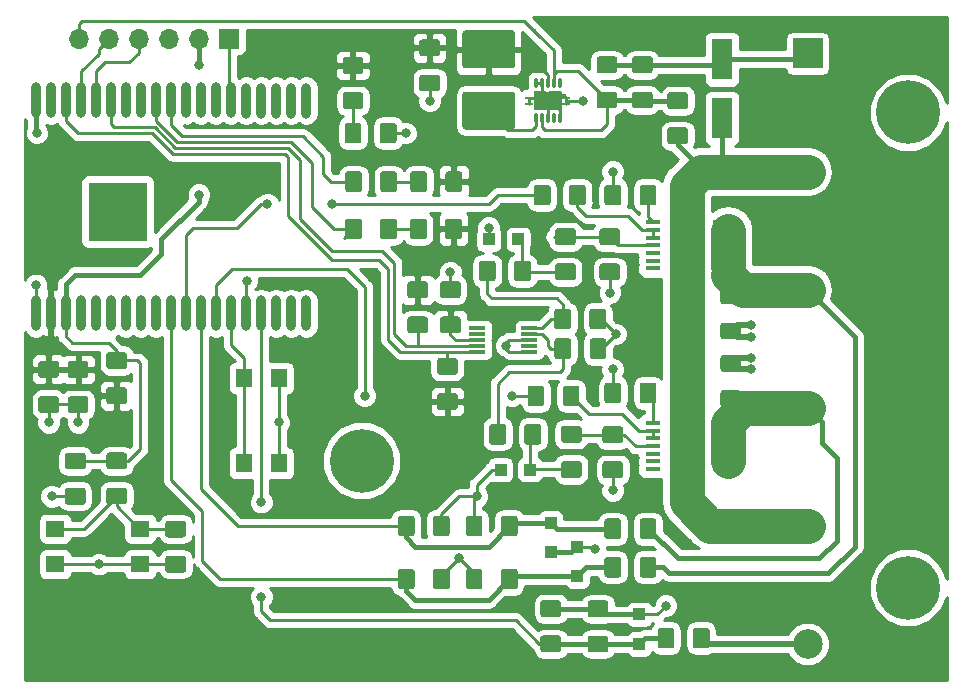
<source format=gbr>
G04 #@! TF.GenerationSoftware,KiCad,Pcbnew,(5.0.1)-3*
G04 #@! TF.CreationDate,2018-11-25T21:54:18-05:00*
G04 #@! TF.ProjectId,ESP32 Windlass,45535033322057696E646C6173732E6B,rev?*
G04 #@! TF.SameCoordinates,Original*
G04 #@! TF.FileFunction,Copper,L1,Top,Signal*
G04 #@! TF.FilePolarity,Positive*
%FSLAX46Y46*%
G04 Gerber Fmt 4.6, Leading zero omitted, Abs format (unit mm)*
G04 Created by KiCad (PCBNEW (5.0.1)-3) date 11/25/2018 9:54:18 PM*
%MOMM*%
%LPD*%
G01*
G04 APERTURE LIST*
G04 #@! TA.AperFunction,SMDPad,CuDef*
%ADD10R,1.400000X1.600000*%
G04 #@! TD*
G04 #@! TA.AperFunction,Conductor*
%ADD11C,0.100000*%
G04 #@! TD*
G04 #@! TA.AperFunction,SMDPad,CuDef*
%ADD12C,1.425000*%
G04 #@! TD*
G04 #@! TA.AperFunction,SMDPad,CuDef*
%ADD13R,2.650000X4.000000*%
G04 #@! TD*
G04 #@! TA.AperFunction,SMDPad,CuDef*
%ADD14R,1.310000X0.450000*%
G04 #@! TD*
G04 #@! TA.AperFunction,ComponentPad*
%ADD15C,1.524000*%
G04 #@! TD*
G04 #@! TA.AperFunction,ComponentPad*
%ADD16R,2.500000X2.500000*%
G04 #@! TD*
G04 #@! TA.AperFunction,ComponentPad*
%ADD17C,2.500000*%
G04 #@! TD*
G04 #@! TA.AperFunction,SMDPad,CuDef*
%ADD18R,1.600000X1.400000*%
G04 #@! TD*
G04 #@! TA.AperFunction,ComponentPad*
%ADD19R,1.700000X1.700000*%
G04 #@! TD*
G04 #@! TA.AperFunction,ComponentPad*
%ADD20O,1.700000X1.700000*%
G04 #@! TD*
G04 #@! TA.AperFunction,SMDPad,CuDef*
%ADD21R,1.800000X3.500000*%
G04 #@! TD*
G04 #@! TA.AperFunction,SMDPad,CuDef*
%ADD22R,1.000000X1.000000*%
G04 #@! TD*
G04 #@! TA.AperFunction,SMDPad,CuDef*
%ADD23C,3.200000*%
G04 #@! TD*
G04 #@! TA.AperFunction,SMDPad,CuDef*
%ADD24R,1.400000X0.300000*%
G04 #@! TD*
G04 #@! TA.AperFunction,ComponentPad*
%ADD25C,0.800000*%
G04 #@! TD*
G04 #@! TA.AperFunction,SMDPad,CuDef*
%ADD26O,0.900000X3.000000*%
G04 #@! TD*
G04 #@! TA.AperFunction,SMDPad,CuDef*
%ADD27R,5.000000X5.000000*%
G04 #@! TD*
G04 #@! TA.AperFunction,SMDPad,CuDef*
%ADD28O,0.280000X0.850000*%
G04 #@! TD*
G04 #@! TA.AperFunction,SMDPad,CuDef*
%ADD29R,0.280000X0.280000*%
G04 #@! TD*
G04 #@! TA.AperFunction,SMDPad,CuDef*
%ADD30R,1.050000X0.680000*%
G04 #@! TD*
G04 #@! TA.AperFunction,SMDPad,CuDef*
%ADD31R,0.700000X0.280000*%
G04 #@! TD*
G04 #@! TA.AperFunction,SMDPad,CuDef*
%ADD32R,0.500000X0.260000*%
G04 #@! TD*
G04 #@! TA.AperFunction,SMDPad,CuDef*
%ADD33R,2.400000X1.650000*%
G04 #@! TD*
G04 #@! TA.AperFunction,ComponentPad*
%ADD34C,0.600000*%
G04 #@! TD*
G04 #@! TA.AperFunction,ComponentPad*
%ADD35C,5.400000*%
G04 #@! TD*
G04 #@! TA.AperFunction,ViaPad*
%ADD36C,0.800000*%
G04 #@! TD*
G04 #@! TA.AperFunction,Conductor*
%ADD37C,0.250000*%
G04 #@! TD*
G04 #@! TA.AperFunction,Conductor*
%ADD38C,0.400000*%
G04 #@! TD*
G04 #@! TA.AperFunction,Conductor*
%ADD39C,0.500000*%
G04 #@! TD*
G04 #@! TA.AperFunction,Conductor*
%ADD40C,3.000000*%
G04 #@! TD*
G04 #@! TA.AperFunction,Conductor*
%ADD41C,0.254000*%
G04 #@! TD*
G04 APERTURE END LIST*
D10*
G04 #@! TO.P,K2,1*
G04 #@! TO.N,Net-(K2-Pad1)*
X139750000Y-81250000D03*
X139750000Y-88450000D03*
G04 #@! TO.P,K2,2*
G04 #@! TO.N,GND*
X142750000Y-81250000D03*
X142750000Y-88450000D03*
G04 #@! TD*
D11*
G04 #@! TO.N,+3V3*
G04 #@! TO.C,C15*
G36*
X157899504Y-76026204D02*
X157923773Y-76029804D01*
X157947571Y-76035765D01*
X157970671Y-76044030D01*
X157992849Y-76054520D01*
X158013893Y-76067133D01*
X158033598Y-76081747D01*
X158051777Y-76098223D01*
X158068253Y-76116402D01*
X158082867Y-76136107D01*
X158095480Y-76157151D01*
X158105970Y-76179329D01*
X158114235Y-76202429D01*
X158120196Y-76226227D01*
X158123796Y-76250496D01*
X158125000Y-76275000D01*
X158125000Y-77200000D01*
X158123796Y-77224504D01*
X158120196Y-77248773D01*
X158114235Y-77272571D01*
X158105970Y-77295671D01*
X158095480Y-77317849D01*
X158082867Y-77338893D01*
X158068253Y-77358598D01*
X158051777Y-77376777D01*
X158033598Y-77393253D01*
X158013893Y-77407867D01*
X157992849Y-77420480D01*
X157970671Y-77430970D01*
X157947571Y-77439235D01*
X157923773Y-77445196D01*
X157899504Y-77448796D01*
X157875000Y-77450000D01*
X156625000Y-77450000D01*
X156600496Y-77448796D01*
X156576227Y-77445196D01*
X156552429Y-77439235D01*
X156529329Y-77430970D01*
X156507151Y-77420480D01*
X156486107Y-77407867D01*
X156466402Y-77393253D01*
X156448223Y-77376777D01*
X156431747Y-77358598D01*
X156417133Y-77338893D01*
X156404520Y-77317849D01*
X156394030Y-77295671D01*
X156385765Y-77272571D01*
X156379804Y-77248773D01*
X156376204Y-77224504D01*
X156375000Y-77200000D01*
X156375000Y-76275000D01*
X156376204Y-76250496D01*
X156379804Y-76226227D01*
X156385765Y-76202429D01*
X156394030Y-76179329D01*
X156404520Y-76157151D01*
X156417133Y-76136107D01*
X156431747Y-76116402D01*
X156448223Y-76098223D01*
X156466402Y-76081747D01*
X156486107Y-76067133D01*
X156507151Y-76054520D01*
X156529329Y-76044030D01*
X156552429Y-76035765D01*
X156576227Y-76029804D01*
X156600496Y-76026204D01*
X156625000Y-76025000D01*
X157875000Y-76025000D01*
X157899504Y-76026204D01*
X157899504Y-76026204D01*
G37*
D12*
G04 #@! TD*
G04 #@! TO.P,C15,1*
G04 #@! TO.N,+3V3*
X157250000Y-76737500D03*
D11*
G04 #@! TO.N,GND*
G04 #@! TO.C,C15*
G36*
X157899504Y-73051204D02*
X157923773Y-73054804D01*
X157947571Y-73060765D01*
X157970671Y-73069030D01*
X157992849Y-73079520D01*
X158013893Y-73092133D01*
X158033598Y-73106747D01*
X158051777Y-73123223D01*
X158068253Y-73141402D01*
X158082867Y-73161107D01*
X158095480Y-73182151D01*
X158105970Y-73204329D01*
X158114235Y-73227429D01*
X158120196Y-73251227D01*
X158123796Y-73275496D01*
X158125000Y-73300000D01*
X158125000Y-74225000D01*
X158123796Y-74249504D01*
X158120196Y-74273773D01*
X158114235Y-74297571D01*
X158105970Y-74320671D01*
X158095480Y-74342849D01*
X158082867Y-74363893D01*
X158068253Y-74383598D01*
X158051777Y-74401777D01*
X158033598Y-74418253D01*
X158013893Y-74432867D01*
X157992849Y-74445480D01*
X157970671Y-74455970D01*
X157947571Y-74464235D01*
X157923773Y-74470196D01*
X157899504Y-74473796D01*
X157875000Y-74475000D01*
X156625000Y-74475000D01*
X156600496Y-74473796D01*
X156576227Y-74470196D01*
X156552429Y-74464235D01*
X156529329Y-74455970D01*
X156507151Y-74445480D01*
X156486107Y-74432867D01*
X156466402Y-74418253D01*
X156448223Y-74401777D01*
X156431747Y-74383598D01*
X156417133Y-74363893D01*
X156404520Y-74342849D01*
X156394030Y-74320671D01*
X156385765Y-74297571D01*
X156379804Y-74273773D01*
X156376204Y-74249504D01*
X156375000Y-74225000D01*
X156375000Y-73300000D01*
X156376204Y-73275496D01*
X156379804Y-73251227D01*
X156385765Y-73227429D01*
X156394030Y-73204329D01*
X156404520Y-73182151D01*
X156417133Y-73161107D01*
X156431747Y-73141402D01*
X156448223Y-73123223D01*
X156466402Y-73106747D01*
X156486107Y-73092133D01*
X156507151Y-73079520D01*
X156529329Y-73069030D01*
X156552429Y-73060765D01*
X156576227Y-73054804D01*
X156600496Y-73051204D01*
X156625000Y-73050000D01*
X157875000Y-73050000D01*
X157899504Y-73051204D01*
X157899504Y-73051204D01*
G37*
D12*
G04 #@! TD*
G04 #@! TO.P,C15,2*
G04 #@! TO.N,GND*
X157250000Y-73762500D03*
D13*
G04 #@! TO.P,U1,15*
G04 #@! TO.N,+12V*
X177250000Y-70000000D03*
D14*
G04 #@! TO.P,U1,8*
G04 #@! TO.N,/CH1_LOAD*
X180100000Y-68050000D03*
X180100000Y-68700000D03*
X180100000Y-69350000D03*
X180100000Y-70000000D03*
X180100000Y-70650000D03*
X180100000Y-71300000D03*
X180100000Y-71950000D03*
G04 #@! TO.P,U1,7*
G04 #@! TO.N,Net-(U1-Pad7)*
X174400000Y-71950000D03*
G04 #@! TO.P,U1,6*
G04 #@! TO.N,Net-(U1-Pad6)*
X174400000Y-71300000D03*
G04 #@! TO.P,U1,5*
G04 #@! TO.N,Net-(U1-Pad5)*
X174400000Y-70650000D03*
G04 #@! TO.P,U1,4*
G04 #@! TO.N,Net-(R12-Pad2)*
X174405000Y-70000000D03*
G04 #@! TO.P,U1,3*
G04 #@! TO.N,Net-(R7-Pad2)*
X174400000Y-69350000D03*
G04 #@! TO.P,U1,2*
X174400000Y-68700000D03*
G04 #@! TO.P,U1,1*
G04 #@! TO.N,Net-(R9-Pad2)*
X174400000Y-68050000D03*
D15*
G04 #@! TO.P,U1,15*
G04 #@! TO.N,+12V*
X176615000Y-68730000D03*
X177885000Y-68730000D03*
X177250000Y-70000000D03*
X176615000Y-71270000D03*
X177885000Y-71270000D03*
G04 #@! TD*
D14*
G04 #@! TO.P,U2,1*
G04 #@! TO.N,Net-(R10-Pad2)*
X174400000Y-85050000D03*
G04 #@! TO.P,U2,2*
G04 #@! TO.N,Net-(R8-Pad2)*
X174400000Y-85700000D03*
G04 #@! TO.P,U2,3*
X174400000Y-86350000D03*
G04 #@! TO.P,U2,4*
G04 #@! TO.N,Net-(R14-Pad2)*
X174405000Y-87000000D03*
G04 #@! TO.P,U2,5*
G04 #@! TO.N,Net-(U2-Pad5)*
X174400000Y-87650000D03*
G04 #@! TO.P,U2,6*
G04 #@! TO.N,Net-(U2-Pad6)*
X174400000Y-88300000D03*
G04 #@! TO.P,U2,7*
G04 #@! TO.N,Net-(U2-Pad7)*
X174400000Y-88950000D03*
G04 #@! TO.P,U2,8*
G04 #@! TO.N,/CH2_LOAD*
X180100000Y-88950000D03*
X180100000Y-88300000D03*
X180100000Y-87650000D03*
X180100000Y-87000000D03*
X180100000Y-86350000D03*
X180100000Y-85700000D03*
X180100000Y-85050000D03*
D13*
G04 #@! TO.P,U2,15*
G04 #@! TO.N,+12V*
X177250000Y-87000000D03*
D15*
X176615000Y-85730000D03*
X177250000Y-87000000D03*
X176615000Y-88270000D03*
X177885000Y-85730000D03*
X177885000Y-88270000D03*
G04 #@! TD*
D16*
G04 #@! TO.P,J2,1*
G04 #@! TO.N,GND*
X187500000Y-53750000D03*
D17*
G04 #@! TO.P,J2,2*
G04 #@! TO.N,+12V*
X187500000Y-63750000D03*
G04 #@! TO.P,J2,3*
G04 #@! TO.N,/CH1_LOAD*
X187500000Y-73750000D03*
G04 #@! TO.P,J2,4*
G04 #@! TO.N,/CH2_LOAD*
X187500000Y-83750000D03*
G04 #@! TO.P,J2,5*
G04 #@! TO.N,+12V*
X187500000Y-93750000D03*
G04 #@! TO.P,J2,6*
G04 #@! TO.N,/COUNTER_IN*
X187500000Y-103750000D03*
G04 #@! TD*
D11*
G04 #@! TO.N,/PROG_RST*
G04 #@! TO.C,C1*
G36*
X126149504Y-87551204D02*
X126173773Y-87554804D01*
X126197571Y-87560765D01*
X126220671Y-87569030D01*
X126242849Y-87579520D01*
X126263893Y-87592133D01*
X126283598Y-87606747D01*
X126301777Y-87623223D01*
X126318253Y-87641402D01*
X126332867Y-87661107D01*
X126345480Y-87682151D01*
X126355970Y-87704329D01*
X126364235Y-87727429D01*
X126370196Y-87751227D01*
X126373796Y-87775496D01*
X126375000Y-87800000D01*
X126375000Y-88725000D01*
X126373796Y-88749504D01*
X126370196Y-88773773D01*
X126364235Y-88797571D01*
X126355970Y-88820671D01*
X126345480Y-88842849D01*
X126332867Y-88863893D01*
X126318253Y-88883598D01*
X126301777Y-88901777D01*
X126283598Y-88918253D01*
X126263893Y-88932867D01*
X126242849Y-88945480D01*
X126220671Y-88955970D01*
X126197571Y-88964235D01*
X126173773Y-88970196D01*
X126149504Y-88973796D01*
X126125000Y-88975000D01*
X124875000Y-88975000D01*
X124850496Y-88973796D01*
X124826227Y-88970196D01*
X124802429Y-88964235D01*
X124779329Y-88955970D01*
X124757151Y-88945480D01*
X124736107Y-88932867D01*
X124716402Y-88918253D01*
X124698223Y-88901777D01*
X124681747Y-88883598D01*
X124667133Y-88863893D01*
X124654520Y-88842849D01*
X124644030Y-88820671D01*
X124635765Y-88797571D01*
X124629804Y-88773773D01*
X124626204Y-88749504D01*
X124625000Y-88725000D01*
X124625000Y-87800000D01*
X124626204Y-87775496D01*
X124629804Y-87751227D01*
X124635765Y-87727429D01*
X124644030Y-87704329D01*
X124654520Y-87682151D01*
X124667133Y-87661107D01*
X124681747Y-87641402D01*
X124698223Y-87623223D01*
X124716402Y-87606747D01*
X124736107Y-87592133D01*
X124757151Y-87579520D01*
X124779329Y-87569030D01*
X124802429Y-87560765D01*
X124826227Y-87554804D01*
X124850496Y-87551204D01*
X124875000Y-87550000D01*
X126125000Y-87550000D01*
X126149504Y-87551204D01*
X126149504Y-87551204D01*
G37*
D12*
G04 #@! TD*
G04 #@! TO.P,C1,1*
G04 #@! TO.N,/PROG_RST*
X125500000Y-88262500D03*
D11*
G04 #@! TO.N,GND*
G04 #@! TO.C,C1*
G36*
X126149504Y-90526204D02*
X126173773Y-90529804D01*
X126197571Y-90535765D01*
X126220671Y-90544030D01*
X126242849Y-90554520D01*
X126263893Y-90567133D01*
X126283598Y-90581747D01*
X126301777Y-90598223D01*
X126318253Y-90616402D01*
X126332867Y-90636107D01*
X126345480Y-90657151D01*
X126355970Y-90679329D01*
X126364235Y-90702429D01*
X126370196Y-90726227D01*
X126373796Y-90750496D01*
X126375000Y-90775000D01*
X126375000Y-91700000D01*
X126373796Y-91724504D01*
X126370196Y-91748773D01*
X126364235Y-91772571D01*
X126355970Y-91795671D01*
X126345480Y-91817849D01*
X126332867Y-91838893D01*
X126318253Y-91858598D01*
X126301777Y-91876777D01*
X126283598Y-91893253D01*
X126263893Y-91907867D01*
X126242849Y-91920480D01*
X126220671Y-91930970D01*
X126197571Y-91939235D01*
X126173773Y-91945196D01*
X126149504Y-91948796D01*
X126125000Y-91950000D01*
X124875000Y-91950000D01*
X124850496Y-91948796D01*
X124826227Y-91945196D01*
X124802429Y-91939235D01*
X124779329Y-91930970D01*
X124757151Y-91920480D01*
X124736107Y-91907867D01*
X124716402Y-91893253D01*
X124698223Y-91876777D01*
X124681747Y-91858598D01*
X124667133Y-91838893D01*
X124654520Y-91817849D01*
X124644030Y-91795671D01*
X124635765Y-91772571D01*
X124629804Y-91748773D01*
X124626204Y-91724504D01*
X124625000Y-91700000D01*
X124625000Y-90775000D01*
X124626204Y-90750496D01*
X124629804Y-90726227D01*
X124635765Y-90702429D01*
X124644030Y-90679329D01*
X124654520Y-90657151D01*
X124667133Y-90636107D01*
X124681747Y-90616402D01*
X124698223Y-90598223D01*
X124716402Y-90581747D01*
X124736107Y-90567133D01*
X124757151Y-90554520D01*
X124779329Y-90544030D01*
X124802429Y-90535765D01*
X124826227Y-90529804D01*
X124850496Y-90526204D01*
X124875000Y-90525000D01*
X126125000Y-90525000D01*
X126149504Y-90526204D01*
X126149504Y-90526204D01*
G37*
D12*
G04 #@! TD*
G04 #@! TO.P,C1,2*
G04 #@! TO.N,GND*
X125500000Y-91237500D03*
D18*
G04 #@! TO.P,K1,1*
G04 #@! TO.N,Net-(C2-Pad1)*
X131000000Y-94000000D03*
X123800000Y-94000000D03*
G04 #@! TO.P,K1,2*
G04 #@! TO.N,GND*
X131000000Y-97000000D03*
X123800000Y-97000000D03*
G04 #@! TD*
D11*
G04 #@! TO.N,+3V3*
G04 #@! TO.C,C14*
G36*
X156149504Y-52563704D02*
X156173773Y-52567304D01*
X156197571Y-52573265D01*
X156220671Y-52581530D01*
X156242849Y-52592020D01*
X156263893Y-52604633D01*
X156283598Y-52619247D01*
X156301777Y-52635723D01*
X156318253Y-52653902D01*
X156332867Y-52673607D01*
X156345480Y-52694651D01*
X156355970Y-52716829D01*
X156364235Y-52739929D01*
X156370196Y-52763727D01*
X156373796Y-52787996D01*
X156375000Y-52812500D01*
X156375000Y-53737500D01*
X156373796Y-53762004D01*
X156370196Y-53786273D01*
X156364235Y-53810071D01*
X156355970Y-53833171D01*
X156345480Y-53855349D01*
X156332867Y-53876393D01*
X156318253Y-53896098D01*
X156301777Y-53914277D01*
X156283598Y-53930753D01*
X156263893Y-53945367D01*
X156242849Y-53957980D01*
X156220671Y-53968470D01*
X156197571Y-53976735D01*
X156173773Y-53982696D01*
X156149504Y-53986296D01*
X156125000Y-53987500D01*
X154875000Y-53987500D01*
X154850496Y-53986296D01*
X154826227Y-53982696D01*
X154802429Y-53976735D01*
X154779329Y-53968470D01*
X154757151Y-53957980D01*
X154736107Y-53945367D01*
X154716402Y-53930753D01*
X154698223Y-53914277D01*
X154681747Y-53896098D01*
X154667133Y-53876393D01*
X154654520Y-53855349D01*
X154644030Y-53833171D01*
X154635765Y-53810071D01*
X154629804Y-53786273D01*
X154626204Y-53762004D01*
X154625000Y-53737500D01*
X154625000Y-52812500D01*
X154626204Y-52787996D01*
X154629804Y-52763727D01*
X154635765Y-52739929D01*
X154644030Y-52716829D01*
X154654520Y-52694651D01*
X154667133Y-52673607D01*
X154681747Y-52653902D01*
X154698223Y-52635723D01*
X154716402Y-52619247D01*
X154736107Y-52604633D01*
X154757151Y-52592020D01*
X154779329Y-52581530D01*
X154802429Y-52573265D01*
X154826227Y-52567304D01*
X154850496Y-52563704D01*
X154875000Y-52562500D01*
X156125000Y-52562500D01*
X156149504Y-52563704D01*
X156149504Y-52563704D01*
G37*
D12*
G04 #@! TD*
G04 #@! TO.P,C14,1*
G04 #@! TO.N,+3V3*
X155500000Y-53275000D03*
D11*
G04 #@! TO.N,GND*
G04 #@! TO.C,C14*
G36*
X156149504Y-55538704D02*
X156173773Y-55542304D01*
X156197571Y-55548265D01*
X156220671Y-55556530D01*
X156242849Y-55567020D01*
X156263893Y-55579633D01*
X156283598Y-55594247D01*
X156301777Y-55610723D01*
X156318253Y-55628902D01*
X156332867Y-55648607D01*
X156345480Y-55669651D01*
X156355970Y-55691829D01*
X156364235Y-55714929D01*
X156370196Y-55738727D01*
X156373796Y-55762996D01*
X156375000Y-55787500D01*
X156375000Y-56712500D01*
X156373796Y-56737004D01*
X156370196Y-56761273D01*
X156364235Y-56785071D01*
X156355970Y-56808171D01*
X156345480Y-56830349D01*
X156332867Y-56851393D01*
X156318253Y-56871098D01*
X156301777Y-56889277D01*
X156283598Y-56905753D01*
X156263893Y-56920367D01*
X156242849Y-56932980D01*
X156220671Y-56943470D01*
X156197571Y-56951735D01*
X156173773Y-56957696D01*
X156149504Y-56961296D01*
X156125000Y-56962500D01*
X154875000Y-56962500D01*
X154850496Y-56961296D01*
X154826227Y-56957696D01*
X154802429Y-56951735D01*
X154779329Y-56943470D01*
X154757151Y-56932980D01*
X154736107Y-56920367D01*
X154716402Y-56905753D01*
X154698223Y-56889277D01*
X154681747Y-56871098D01*
X154667133Y-56851393D01*
X154654520Y-56830349D01*
X154644030Y-56808171D01*
X154635765Y-56785071D01*
X154629804Y-56761273D01*
X154626204Y-56737004D01*
X154625000Y-56712500D01*
X154625000Y-55787500D01*
X154626204Y-55762996D01*
X154629804Y-55738727D01*
X154635765Y-55714929D01*
X154644030Y-55691829D01*
X154654520Y-55669651D01*
X154667133Y-55648607D01*
X154681747Y-55628902D01*
X154698223Y-55610723D01*
X154716402Y-55594247D01*
X154736107Y-55579633D01*
X154757151Y-55567020D01*
X154779329Y-55556530D01*
X154802429Y-55548265D01*
X154826227Y-55542304D01*
X154850496Y-55538704D01*
X154875000Y-55537500D01*
X156125000Y-55537500D01*
X156149504Y-55538704D01*
X156149504Y-55538704D01*
G37*
D12*
G04 #@! TD*
G04 #@! TO.P,C14,2*
G04 #@! TO.N,GND*
X155500000Y-56250000D03*
D11*
G04 #@! TO.N,GND*
G04 #@! TO.C,C12*
G36*
X174158635Y-54002580D02*
X174182904Y-54006180D01*
X174206702Y-54012141D01*
X174229802Y-54020406D01*
X174251980Y-54030896D01*
X174273024Y-54043509D01*
X174292729Y-54058123D01*
X174310908Y-54074599D01*
X174327384Y-54092778D01*
X174341998Y-54112483D01*
X174354611Y-54133527D01*
X174365101Y-54155705D01*
X174373366Y-54178805D01*
X174379327Y-54202603D01*
X174382927Y-54226872D01*
X174384131Y-54251376D01*
X174384131Y-55176376D01*
X174382927Y-55200880D01*
X174379327Y-55225149D01*
X174373366Y-55248947D01*
X174365101Y-55272047D01*
X174354611Y-55294225D01*
X174341998Y-55315269D01*
X174327384Y-55334974D01*
X174310908Y-55353153D01*
X174292729Y-55369629D01*
X174273024Y-55384243D01*
X174251980Y-55396856D01*
X174229802Y-55407346D01*
X174206702Y-55415611D01*
X174182904Y-55421572D01*
X174158635Y-55425172D01*
X174134131Y-55426376D01*
X172884131Y-55426376D01*
X172859627Y-55425172D01*
X172835358Y-55421572D01*
X172811560Y-55415611D01*
X172788460Y-55407346D01*
X172766282Y-55396856D01*
X172745238Y-55384243D01*
X172725533Y-55369629D01*
X172707354Y-55353153D01*
X172690878Y-55334974D01*
X172676264Y-55315269D01*
X172663651Y-55294225D01*
X172653161Y-55272047D01*
X172644896Y-55248947D01*
X172638935Y-55225149D01*
X172635335Y-55200880D01*
X172634131Y-55176376D01*
X172634131Y-54251376D01*
X172635335Y-54226872D01*
X172638935Y-54202603D01*
X172644896Y-54178805D01*
X172653161Y-54155705D01*
X172663651Y-54133527D01*
X172676264Y-54112483D01*
X172690878Y-54092778D01*
X172707354Y-54074599D01*
X172725533Y-54058123D01*
X172745238Y-54043509D01*
X172766282Y-54030896D01*
X172788460Y-54020406D01*
X172811560Y-54012141D01*
X172835358Y-54006180D01*
X172859627Y-54002580D01*
X172884131Y-54001376D01*
X174134131Y-54001376D01*
X174158635Y-54002580D01*
X174158635Y-54002580D01*
G37*
D12*
G04 #@! TD*
G04 #@! TO.P,C12,2*
G04 #@! TO.N,GND*
X173509131Y-54713876D03*
D11*
G04 #@! TO.N,/USB_VBUS*
G04 #@! TO.C,C12*
G36*
X174158635Y-56977580D02*
X174182904Y-56981180D01*
X174206702Y-56987141D01*
X174229802Y-56995406D01*
X174251980Y-57005896D01*
X174273024Y-57018509D01*
X174292729Y-57033123D01*
X174310908Y-57049599D01*
X174327384Y-57067778D01*
X174341998Y-57087483D01*
X174354611Y-57108527D01*
X174365101Y-57130705D01*
X174373366Y-57153805D01*
X174379327Y-57177603D01*
X174382927Y-57201872D01*
X174384131Y-57226376D01*
X174384131Y-58151376D01*
X174382927Y-58175880D01*
X174379327Y-58200149D01*
X174373366Y-58223947D01*
X174365101Y-58247047D01*
X174354611Y-58269225D01*
X174341998Y-58290269D01*
X174327384Y-58309974D01*
X174310908Y-58328153D01*
X174292729Y-58344629D01*
X174273024Y-58359243D01*
X174251980Y-58371856D01*
X174229802Y-58382346D01*
X174206702Y-58390611D01*
X174182904Y-58396572D01*
X174158635Y-58400172D01*
X174134131Y-58401376D01*
X172884131Y-58401376D01*
X172859627Y-58400172D01*
X172835358Y-58396572D01*
X172811560Y-58390611D01*
X172788460Y-58382346D01*
X172766282Y-58371856D01*
X172745238Y-58359243D01*
X172725533Y-58344629D01*
X172707354Y-58328153D01*
X172690878Y-58309974D01*
X172676264Y-58290269D01*
X172663651Y-58269225D01*
X172653161Y-58247047D01*
X172644896Y-58223947D01*
X172638935Y-58200149D01*
X172635335Y-58175880D01*
X172634131Y-58151376D01*
X172634131Y-57226376D01*
X172635335Y-57201872D01*
X172638935Y-57177603D01*
X172644896Y-57153805D01*
X172653161Y-57130705D01*
X172663651Y-57108527D01*
X172676264Y-57087483D01*
X172690878Y-57067778D01*
X172707354Y-57049599D01*
X172725533Y-57033123D01*
X172745238Y-57018509D01*
X172766282Y-57005896D01*
X172788460Y-56995406D01*
X172811560Y-56987141D01*
X172835358Y-56981180D01*
X172859627Y-56977580D01*
X172884131Y-56976376D01*
X174134131Y-56976376D01*
X174158635Y-56977580D01*
X174158635Y-56977580D01*
G37*
D12*
G04 #@! TD*
G04 #@! TO.P,C12,1*
G04 #@! TO.N,/USB_VBUS*
X173509131Y-57688876D03*
D11*
G04 #@! TO.N,/USB_VBUS*
G04 #@! TO.C,C11*
G36*
X171158635Y-56977580D02*
X171182904Y-56981180D01*
X171206702Y-56987141D01*
X171229802Y-56995406D01*
X171251980Y-57005896D01*
X171273024Y-57018509D01*
X171292729Y-57033123D01*
X171310908Y-57049599D01*
X171327384Y-57067778D01*
X171341998Y-57087483D01*
X171354611Y-57108527D01*
X171365101Y-57130705D01*
X171373366Y-57153805D01*
X171379327Y-57177603D01*
X171382927Y-57201872D01*
X171384131Y-57226376D01*
X171384131Y-58151376D01*
X171382927Y-58175880D01*
X171379327Y-58200149D01*
X171373366Y-58223947D01*
X171365101Y-58247047D01*
X171354611Y-58269225D01*
X171341998Y-58290269D01*
X171327384Y-58309974D01*
X171310908Y-58328153D01*
X171292729Y-58344629D01*
X171273024Y-58359243D01*
X171251980Y-58371856D01*
X171229802Y-58382346D01*
X171206702Y-58390611D01*
X171182904Y-58396572D01*
X171158635Y-58400172D01*
X171134131Y-58401376D01*
X169884131Y-58401376D01*
X169859627Y-58400172D01*
X169835358Y-58396572D01*
X169811560Y-58390611D01*
X169788460Y-58382346D01*
X169766282Y-58371856D01*
X169745238Y-58359243D01*
X169725533Y-58344629D01*
X169707354Y-58328153D01*
X169690878Y-58309974D01*
X169676264Y-58290269D01*
X169663651Y-58269225D01*
X169653161Y-58247047D01*
X169644896Y-58223947D01*
X169638935Y-58200149D01*
X169635335Y-58175880D01*
X169634131Y-58151376D01*
X169634131Y-57226376D01*
X169635335Y-57201872D01*
X169638935Y-57177603D01*
X169644896Y-57153805D01*
X169653161Y-57130705D01*
X169663651Y-57108527D01*
X169676264Y-57087483D01*
X169690878Y-57067778D01*
X169707354Y-57049599D01*
X169725533Y-57033123D01*
X169745238Y-57018509D01*
X169766282Y-57005896D01*
X169788460Y-56995406D01*
X169811560Y-56987141D01*
X169835358Y-56981180D01*
X169859627Y-56977580D01*
X169884131Y-56976376D01*
X171134131Y-56976376D01*
X171158635Y-56977580D01*
X171158635Y-56977580D01*
G37*
D12*
G04 #@! TD*
G04 #@! TO.P,C11,1*
G04 #@! TO.N,/USB_VBUS*
X170509131Y-57688876D03*
D11*
G04 #@! TO.N,GND*
G04 #@! TO.C,C11*
G36*
X171158635Y-54002580D02*
X171182904Y-54006180D01*
X171206702Y-54012141D01*
X171229802Y-54020406D01*
X171251980Y-54030896D01*
X171273024Y-54043509D01*
X171292729Y-54058123D01*
X171310908Y-54074599D01*
X171327384Y-54092778D01*
X171341998Y-54112483D01*
X171354611Y-54133527D01*
X171365101Y-54155705D01*
X171373366Y-54178805D01*
X171379327Y-54202603D01*
X171382927Y-54226872D01*
X171384131Y-54251376D01*
X171384131Y-55176376D01*
X171382927Y-55200880D01*
X171379327Y-55225149D01*
X171373366Y-55248947D01*
X171365101Y-55272047D01*
X171354611Y-55294225D01*
X171341998Y-55315269D01*
X171327384Y-55334974D01*
X171310908Y-55353153D01*
X171292729Y-55369629D01*
X171273024Y-55384243D01*
X171251980Y-55396856D01*
X171229802Y-55407346D01*
X171206702Y-55415611D01*
X171182904Y-55421572D01*
X171158635Y-55425172D01*
X171134131Y-55426376D01*
X169884131Y-55426376D01*
X169859627Y-55425172D01*
X169835358Y-55421572D01*
X169811560Y-55415611D01*
X169788460Y-55407346D01*
X169766282Y-55396856D01*
X169745238Y-55384243D01*
X169725533Y-55369629D01*
X169707354Y-55353153D01*
X169690878Y-55334974D01*
X169676264Y-55315269D01*
X169663651Y-55294225D01*
X169653161Y-55272047D01*
X169644896Y-55248947D01*
X169638935Y-55225149D01*
X169635335Y-55200880D01*
X169634131Y-55176376D01*
X169634131Y-54251376D01*
X169635335Y-54226872D01*
X169638935Y-54202603D01*
X169644896Y-54178805D01*
X169653161Y-54155705D01*
X169663651Y-54133527D01*
X169676264Y-54112483D01*
X169690878Y-54092778D01*
X169707354Y-54074599D01*
X169725533Y-54058123D01*
X169745238Y-54043509D01*
X169766282Y-54030896D01*
X169788460Y-54020406D01*
X169811560Y-54012141D01*
X169835358Y-54006180D01*
X169859627Y-54002580D01*
X169884131Y-54001376D01*
X171134131Y-54001376D01*
X171158635Y-54002580D01*
X171158635Y-54002580D01*
G37*
D12*
G04 #@! TD*
G04 #@! TO.P,C11,2*
G04 #@! TO.N,GND*
X170509131Y-54713876D03*
D11*
G04 #@! TO.N,GND*
G04 #@! TO.C,C10*
G36*
X170237004Y-77876204D02*
X170261273Y-77879804D01*
X170285071Y-77885765D01*
X170308171Y-77894030D01*
X170330349Y-77904520D01*
X170351393Y-77917133D01*
X170371098Y-77931747D01*
X170389277Y-77948223D01*
X170405753Y-77966402D01*
X170420367Y-77986107D01*
X170432980Y-78007151D01*
X170443470Y-78029329D01*
X170451735Y-78052429D01*
X170457696Y-78076227D01*
X170461296Y-78100496D01*
X170462500Y-78125000D01*
X170462500Y-79375000D01*
X170461296Y-79399504D01*
X170457696Y-79423773D01*
X170451735Y-79447571D01*
X170443470Y-79470671D01*
X170432980Y-79492849D01*
X170420367Y-79513893D01*
X170405753Y-79533598D01*
X170389277Y-79551777D01*
X170371098Y-79568253D01*
X170351393Y-79582867D01*
X170330349Y-79595480D01*
X170308171Y-79605970D01*
X170285071Y-79614235D01*
X170261273Y-79620196D01*
X170237004Y-79623796D01*
X170212500Y-79625000D01*
X169287500Y-79625000D01*
X169262996Y-79623796D01*
X169238727Y-79620196D01*
X169214929Y-79614235D01*
X169191829Y-79605970D01*
X169169651Y-79595480D01*
X169148607Y-79582867D01*
X169128902Y-79568253D01*
X169110723Y-79551777D01*
X169094247Y-79533598D01*
X169079633Y-79513893D01*
X169067020Y-79492849D01*
X169056530Y-79470671D01*
X169048265Y-79447571D01*
X169042304Y-79423773D01*
X169038704Y-79399504D01*
X169037500Y-79375000D01*
X169037500Y-78125000D01*
X169038704Y-78100496D01*
X169042304Y-78076227D01*
X169048265Y-78052429D01*
X169056530Y-78029329D01*
X169067020Y-78007151D01*
X169079633Y-77986107D01*
X169094247Y-77966402D01*
X169110723Y-77948223D01*
X169128902Y-77931747D01*
X169148607Y-77917133D01*
X169169651Y-77904520D01*
X169191829Y-77894030D01*
X169214929Y-77885765D01*
X169238727Y-77879804D01*
X169262996Y-77876204D01*
X169287500Y-77875000D01*
X170212500Y-77875000D01*
X170237004Y-77876204D01*
X170237004Y-77876204D01*
G37*
D12*
G04 #@! TD*
G04 #@! TO.P,C10,2*
G04 #@! TO.N,GND*
X169750000Y-78750000D03*
D11*
G04 #@! TO.N,/CH2_SENSE*
G04 #@! TO.C,C10*
G36*
X167262004Y-77876204D02*
X167286273Y-77879804D01*
X167310071Y-77885765D01*
X167333171Y-77894030D01*
X167355349Y-77904520D01*
X167376393Y-77917133D01*
X167396098Y-77931747D01*
X167414277Y-77948223D01*
X167430753Y-77966402D01*
X167445367Y-77986107D01*
X167457980Y-78007151D01*
X167468470Y-78029329D01*
X167476735Y-78052429D01*
X167482696Y-78076227D01*
X167486296Y-78100496D01*
X167487500Y-78125000D01*
X167487500Y-79375000D01*
X167486296Y-79399504D01*
X167482696Y-79423773D01*
X167476735Y-79447571D01*
X167468470Y-79470671D01*
X167457980Y-79492849D01*
X167445367Y-79513893D01*
X167430753Y-79533598D01*
X167414277Y-79551777D01*
X167396098Y-79568253D01*
X167376393Y-79582867D01*
X167355349Y-79595480D01*
X167333171Y-79605970D01*
X167310071Y-79614235D01*
X167286273Y-79620196D01*
X167262004Y-79623796D01*
X167237500Y-79625000D01*
X166312500Y-79625000D01*
X166287996Y-79623796D01*
X166263727Y-79620196D01*
X166239929Y-79614235D01*
X166216829Y-79605970D01*
X166194651Y-79595480D01*
X166173607Y-79582867D01*
X166153902Y-79568253D01*
X166135723Y-79551777D01*
X166119247Y-79533598D01*
X166104633Y-79513893D01*
X166092020Y-79492849D01*
X166081530Y-79470671D01*
X166073265Y-79447571D01*
X166067304Y-79423773D01*
X166063704Y-79399504D01*
X166062500Y-79375000D01*
X166062500Y-78125000D01*
X166063704Y-78100496D01*
X166067304Y-78076227D01*
X166073265Y-78052429D01*
X166081530Y-78029329D01*
X166092020Y-78007151D01*
X166104633Y-77986107D01*
X166119247Y-77966402D01*
X166135723Y-77948223D01*
X166153902Y-77931747D01*
X166173607Y-77917133D01*
X166194651Y-77904520D01*
X166216829Y-77894030D01*
X166239929Y-77885765D01*
X166263727Y-77879804D01*
X166287996Y-77876204D01*
X166312500Y-77875000D01*
X167237500Y-77875000D01*
X167262004Y-77876204D01*
X167262004Y-77876204D01*
G37*
D12*
G04 #@! TD*
G04 #@! TO.P,C10,1*
G04 #@! TO.N,/CH2_SENSE*
X166775000Y-78750000D03*
D11*
G04 #@! TO.N,/CH1_SENSE*
G04 #@! TO.C,C9*
G36*
X167249504Y-75376204D02*
X167273773Y-75379804D01*
X167297571Y-75385765D01*
X167320671Y-75394030D01*
X167342849Y-75404520D01*
X167363893Y-75417133D01*
X167383598Y-75431747D01*
X167401777Y-75448223D01*
X167418253Y-75466402D01*
X167432867Y-75486107D01*
X167445480Y-75507151D01*
X167455970Y-75529329D01*
X167464235Y-75552429D01*
X167470196Y-75576227D01*
X167473796Y-75600496D01*
X167475000Y-75625000D01*
X167475000Y-76875000D01*
X167473796Y-76899504D01*
X167470196Y-76923773D01*
X167464235Y-76947571D01*
X167455970Y-76970671D01*
X167445480Y-76992849D01*
X167432867Y-77013893D01*
X167418253Y-77033598D01*
X167401777Y-77051777D01*
X167383598Y-77068253D01*
X167363893Y-77082867D01*
X167342849Y-77095480D01*
X167320671Y-77105970D01*
X167297571Y-77114235D01*
X167273773Y-77120196D01*
X167249504Y-77123796D01*
X167225000Y-77125000D01*
X166300000Y-77125000D01*
X166275496Y-77123796D01*
X166251227Y-77120196D01*
X166227429Y-77114235D01*
X166204329Y-77105970D01*
X166182151Y-77095480D01*
X166161107Y-77082867D01*
X166141402Y-77068253D01*
X166123223Y-77051777D01*
X166106747Y-77033598D01*
X166092133Y-77013893D01*
X166079520Y-76992849D01*
X166069030Y-76970671D01*
X166060765Y-76947571D01*
X166054804Y-76923773D01*
X166051204Y-76899504D01*
X166050000Y-76875000D01*
X166050000Y-75625000D01*
X166051204Y-75600496D01*
X166054804Y-75576227D01*
X166060765Y-75552429D01*
X166069030Y-75529329D01*
X166079520Y-75507151D01*
X166092133Y-75486107D01*
X166106747Y-75466402D01*
X166123223Y-75448223D01*
X166141402Y-75431747D01*
X166161107Y-75417133D01*
X166182151Y-75404520D01*
X166204329Y-75394030D01*
X166227429Y-75385765D01*
X166251227Y-75379804D01*
X166275496Y-75376204D01*
X166300000Y-75375000D01*
X167225000Y-75375000D01*
X167249504Y-75376204D01*
X167249504Y-75376204D01*
G37*
D12*
G04 #@! TD*
G04 #@! TO.P,C9,1*
G04 #@! TO.N,/CH1_SENSE*
X166762500Y-76250000D03*
D11*
G04 #@! TO.N,GND*
G04 #@! TO.C,C9*
G36*
X170224504Y-75376204D02*
X170248773Y-75379804D01*
X170272571Y-75385765D01*
X170295671Y-75394030D01*
X170317849Y-75404520D01*
X170338893Y-75417133D01*
X170358598Y-75431747D01*
X170376777Y-75448223D01*
X170393253Y-75466402D01*
X170407867Y-75486107D01*
X170420480Y-75507151D01*
X170430970Y-75529329D01*
X170439235Y-75552429D01*
X170445196Y-75576227D01*
X170448796Y-75600496D01*
X170450000Y-75625000D01*
X170450000Y-76875000D01*
X170448796Y-76899504D01*
X170445196Y-76923773D01*
X170439235Y-76947571D01*
X170430970Y-76970671D01*
X170420480Y-76992849D01*
X170407867Y-77013893D01*
X170393253Y-77033598D01*
X170376777Y-77051777D01*
X170358598Y-77068253D01*
X170338893Y-77082867D01*
X170317849Y-77095480D01*
X170295671Y-77105970D01*
X170272571Y-77114235D01*
X170248773Y-77120196D01*
X170224504Y-77123796D01*
X170200000Y-77125000D01*
X169275000Y-77125000D01*
X169250496Y-77123796D01*
X169226227Y-77120196D01*
X169202429Y-77114235D01*
X169179329Y-77105970D01*
X169157151Y-77095480D01*
X169136107Y-77082867D01*
X169116402Y-77068253D01*
X169098223Y-77051777D01*
X169081747Y-77033598D01*
X169067133Y-77013893D01*
X169054520Y-76992849D01*
X169044030Y-76970671D01*
X169035765Y-76947571D01*
X169029804Y-76923773D01*
X169026204Y-76899504D01*
X169025000Y-76875000D01*
X169025000Y-75625000D01*
X169026204Y-75600496D01*
X169029804Y-75576227D01*
X169035765Y-75552429D01*
X169044030Y-75529329D01*
X169054520Y-75507151D01*
X169067133Y-75486107D01*
X169081747Y-75466402D01*
X169098223Y-75448223D01*
X169116402Y-75431747D01*
X169136107Y-75417133D01*
X169157151Y-75404520D01*
X169179329Y-75394030D01*
X169202429Y-75385765D01*
X169226227Y-75379804D01*
X169250496Y-75376204D01*
X169275000Y-75375000D01*
X170200000Y-75375000D01*
X170224504Y-75376204D01*
X170224504Y-75376204D01*
G37*
D12*
G04 #@! TD*
G04 #@! TO.P,C9,2*
G04 #@! TO.N,GND*
X169737500Y-76250000D03*
D11*
G04 #@! TO.N,GND*
G04 #@! TO.C,C8*
G36*
X181649504Y-79288704D02*
X181673773Y-79292304D01*
X181697571Y-79298265D01*
X181720671Y-79306530D01*
X181742849Y-79317020D01*
X181763893Y-79329633D01*
X181783598Y-79344247D01*
X181801777Y-79360723D01*
X181818253Y-79378902D01*
X181832867Y-79398607D01*
X181845480Y-79419651D01*
X181855970Y-79441829D01*
X181864235Y-79464929D01*
X181870196Y-79488727D01*
X181873796Y-79512996D01*
X181875000Y-79537500D01*
X181875000Y-80462500D01*
X181873796Y-80487004D01*
X181870196Y-80511273D01*
X181864235Y-80535071D01*
X181855970Y-80558171D01*
X181845480Y-80580349D01*
X181832867Y-80601393D01*
X181818253Y-80621098D01*
X181801777Y-80639277D01*
X181783598Y-80655753D01*
X181763893Y-80670367D01*
X181742849Y-80682980D01*
X181720671Y-80693470D01*
X181697571Y-80701735D01*
X181673773Y-80707696D01*
X181649504Y-80711296D01*
X181625000Y-80712500D01*
X180375000Y-80712500D01*
X180350496Y-80711296D01*
X180326227Y-80707696D01*
X180302429Y-80701735D01*
X180279329Y-80693470D01*
X180257151Y-80682980D01*
X180236107Y-80670367D01*
X180216402Y-80655753D01*
X180198223Y-80639277D01*
X180181747Y-80621098D01*
X180167133Y-80601393D01*
X180154520Y-80580349D01*
X180144030Y-80558171D01*
X180135765Y-80535071D01*
X180129804Y-80511273D01*
X180126204Y-80487004D01*
X180125000Y-80462500D01*
X180125000Y-79537500D01*
X180126204Y-79512996D01*
X180129804Y-79488727D01*
X180135765Y-79464929D01*
X180144030Y-79441829D01*
X180154520Y-79419651D01*
X180167133Y-79398607D01*
X180181747Y-79378902D01*
X180198223Y-79360723D01*
X180216402Y-79344247D01*
X180236107Y-79329633D01*
X180257151Y-79317020D01*
X180279329Y-79306530D01*
X180302429Y-79298265D01*
X180326227Y-79292304D01*
X180350496Y-79288704D01*
X180375000Y-79287500D01*
X181625000Y-79287500D01*
X181649504Y-79288704D01*
X181649504Y-79288704D01*
G37*
D12*
G04 #@! TD*
G04 #@! TO.P,C8,2*
G04 #@! TO.N,GND*
X181000000Y-80000000D03*
D11*
G04 #@! TO.N,/CH2_LOAD*
G04 #@! TO.C,C8*
G36*
X181649504Y-82263704D02*
X181673773Y-82267304D01*
X181697571Y-82273265D01*
X181720671Y-82281530D01*
X181742849Y-82292020D01*
X181763893Y-82304633D01*
X181783598Y-82319247D01*
X181801777Y-82335723D01*
X181818253Y-82353902D01*
X181832867Y-82373607D01*
X181845480Y-82394651D01*
X181855970Y-82416829D01*
X181864235Y-82439929D01*
X181870196Y-82463727D01*
X181873796Y-82487996D01*
X181875000Y-82512500D01*
X181875000Y-83437500D01*
X181873796Y-83462004D01*
X181870196Y-83486273D01*
X181864235Y-83510071D01*
X181855970Y-83533171D01*
X181845480Y-83555349D01*
X181832867Y-83576393D01*
X181818253Y-83596098D01*
X181801777Y-83614277D01*
X181783598Y-83630753D01*
X181763893Y-83645367D01*
X181742849Y-83657980D01*
X181720671Y-83668470D01*
X181697571Y-83676735D01*
X181673773Y-83682696D01*
X181649504Y-83686296D01*
X181625000Y-83687500D01*
X180375000Y-83687500D01*
X180350496Y-83686296D01*
X180326227Y-83682696D01*
X180302429Y-83676735D01*
X180279329Y-83668470D01*
X180257151Y-83657980D01*
X180236107Y-83645367D01*
X180216402Y-83630753D01*
X180198223Y-83614277D01*
X180181747Y-83596098D01*
X180167133Y-83576393D01*
X180154520Y-83555349D01*
X180144030Y-83533171D01*
X180135765Y-83510071D01*
X180129804Y-83486273D01*
X180126204Y-83462004D01*
X180125000Y-83437500D01*
X180125000Y-82512500D01*
X180126204Y-82487996D01*
X180129804Y-82463727D01*
X180135765Y-82439929D01*
X180144030Y-82416829D01*
X180154520Y-82394651D01*
X180167133Y-82373607D01*
X180181747Y-82353902D01*
X180198223Y-82335723D01*
X180216402Y-82319247D01*
X180236107Y-82304633D01*
X180257151Y-82292020D01*
X180279329Y-82281530D01*
X180302429Y-82273265D01*
X180326227Y-82267304D01*
X180350496Y-82263704D01*
X180375000Y-82262500D01*
X181625000Y-82262500D01*
X181649504Y-82263704D01*
X181649504Y-82263704D01*
G37*
D12*
G04 #@! TD*
G04 #@! TO.P,C8,1*
G04 #@! TO.N,/CH2_LOAD*
X181000000Y-82975000D03*
D11*
G04 #@! TO.N,/CH1_LOAD*
G04 #@! TO.C,C7*
G36*
X181649504Y-73563704D02*
X181673773Y-73567304D01*
X181697571Y-73573265D01*
X181720671Y-73581530D01*
X181742849Y-73592020D01*
X181763893Y-73604633D01*
X181783598Y-73619247D01*
X181801777Y-73635723D01*
X181818253Y-73653902D01*
X181832867Y-73673607D01*
X181845480Y-73694651D01*
X181855970Y-73716829D01*
X181864235Y-73739929D01*
X181870196Y-73763727D01*
X181873796Y-73787996D01*
X181875000Y-73812500D01*
X181875000Y-74737500D01*
X181873796Y-74762004D01*
X181870196Y-74786273D01*
X181864235Y-74810071D01*
X181855970Y-74833171D01*
X181845480Y-74855349D01*
X181832867Y-74876393D01*
X181818253Y-74896098D01*
X181801777Y-74914277D01*
X181783598Y-74930753D01*
X181763893Y-74945367D01*
X181742849Y-74957980D01*
X181720671Y-74968470D01*
X181697571Y-74976735D01*
X181673773Y-74982696D01*
X181649504Y-74986296D01*
X181625000Y-74987500D01*
X180375000Y-74987500D01*
X180350496Y-74986296D01*
X180326227Y-74982696D01*
X180302429Y-74976735D01*
X180279329Y-74968470D01*
X180257151Y-74957980D01*
X180236107Y-74945367D01*
X180216402Y-74930753D01*
X180198223Y-74914277D01*
X180181747Y-74896098D01*
X180167133Y-74876393D01*
X180154520Y-74855349D01*
X180144030Y-74833171D01*
X180135765Y-74810071D01*
X180129804Y-74786273D01*
X180126204Y-74762004D01*
X180125000Y-74737500D01*
X180125000Y-73812500D01*
X180126204Y-73787996D01*
X180129804Y-73763727D01*
X180135765Y-73739929D01*
X180144030Y-73716829D01*
X180154520Y-73694651D01*
X180167133Y-73673607D01*
X180181747Y-73653902D01*
X180198223Y-73635723D01*
X180216402Y-73619247D01*
X180236107Y-73604633D01*
X180257151Y-73592020D01*
X180279329Y-73581530D01*
X180302429Y-73573265D01*
X180326227Y-73567304D01*
X180350496Y-73563704D01*
X180375000Y-73562500D01*
X181625000Y-73562500D01*
X181649504Y-73563704D01*
X181649504Y-73563704D01*
G37*
D12*
G04 #@! TD*
G04 #@! TO.P,C7,1*
G04 #@! TO.N,/CH1_LOAD*
X181000000Y-74275000D03*
D11*
G04 #@! TO.N,GND*
G04 #@! TO.C,C7*
G36*
X181649504Y-76538704D02*
X181673773Y-76542304D01*
X181697571Y-76548265D01*
X181720671Y-76556530D01*
X181742849Y-76567020D01*
X181763893Y-76579633D01*
X181783598Y-76594247D01*
X181801777Y-76610723D01*
X181818253Y-76628902D01*
X181832867Y-76648607D01*
X181845480Y-76669651D01*
X181855970Y-76691829D01*
X181864235Y-76714929D01*
X181870196Y-76738727D01*
X181873796Y-76762996D01*
X181875000Y-76787500D01*
X181875000Y-77712500D01*
X181873796Y-77737004D01*
X181870196Y-77761273D01*
X181864235Y-77785071D01*
X181855970Y-77808171D01*
X181845480Y-77830349D01*
X181832867Y-77851393D01*
X181818253Y-77871098D01*
X181801777Y-77889277D01*
X181783598Y-77905753D01*
X181763893Y-77920367D01*
X181742849Y-77932980D01*
X181720671Y-77943470D01*
X181697571Y-77951735D01*
X181673773Y-77957696D01*
X181649504Y-77961296D01*
X181625000Y-77962500D01*
X180375000Y-77962500D01*
X180350496Y-77961296D01*
X180326227Y-77957696D01*
X180302429Y-77951735D01*
X180279329Y-77943470D01*
X180257151Y-77932980D01*
X180236107Y-77920367D01*
X180216402Y-77905753D01*
X180198223Y-77889277D01*
X180181747Y-77871098D01*
X180167133Y-77851393D01*
X180154520Y-77830349D01*
X180144030Y-77808171D01*
X180135765Y-77785071D01*
X180129804Y-77761273D01*
X180126204Y-77737004D01*
X180125000Y-77712500D01*
X180125000Y-76787500D01*
X180126204Y-76762996D01*
X180129804Y-76738727D01*
X180135765Y-76714929D01*
X180144030Y-76691829D01*
X180154520Y-76669651D01*
X180167133Y-76648607D01*
X180181747Y-76628902D01*
X180198223Y-76610723D01*
X180216402Y-76594247D01*
X180236107Y-76579633D01*
X180257151Y-76567020D01*
X180279329Y-76556530D01*
X180302429Y-76548265D01*
X180326227Y-76542304D01*
X180350496Y-76538704D01*
X180375000Y-76537500D01*
X181625000Y-76537500D01*
X181649504Y-76538704D01*
X181649504Y-76538704D01*
G37*
D12*
G04 #@! TD*
G04 #@! TO.P,C7,2*
G04 #@! TO.N,GND*
X181000000Y-77250000D03*
D11*
G04 #@! TO.N,GND*
G04 #@! TO.C,C2*
G36*
X134649504Y-96288704D02*
X134673773Y-96292304D01*
X134697571Y-96298265D01*
X134720671Y-96306530D01*
X134742849Y-96317020D01*
X134763893Y-96329633D01*
X134783598Y-96344247D01*
X134801777Y-96360723D01*
X134818253Y-96378902D01*
X134832867Y-96398607D01*
X134845480Y-96419651D01*
X134855970Y-96441829D01*
X134864235Y-96464929D01*
X134870196Y-96488727D01*
X134873796Y-96512996D01*
X134875000Y-96537500D01*
X134875000Y-97462500D01*
X134873796Y-97487004D01*
X134870196Y-97511273D01*
X134864235Y-97535071D01*
X134855970Y-97558171D01*
X134845480Y-97580349D01*
X134832867Y-97601393D01*
X134818253Y-97621098D01*
X134801777Y-97639277D01*
X134783598Y-97655753D01*
X134763893Y-97670367D01*
X134742849Y-97682980D01*
X134720671Y-97693470D01*
X134697571Y-97701735D01*
X134673773Y-97707696D01*
X134649504Y-97711296D01*
X134625000Y-97712500D01*
X133375000Y-97712500D01*
X133350496Y-97711296D01*
X133326227Y-97707696D01*
X133302429Y-97701735D01*
X133279329Y-97693470D01*
X133257151Y-97682980D01*
X133236107Y-97670367D01*
X133216402Y-97655753D01*
X133198223Y-97639277D01*
X133181747Y-97621098D01*
X133167133Y-97601393D01*
X133154520Y-97580349D01*
X133144030Y-97558171D01*
X133135765Y-97535071D01*
X133129804Y-97511273D01*
X133126204Y-97487004D01*
X133125000Y-97462500D01*
X133125000Y-96537500D01*
X133126204Y-96512996D01*
X133129804Y-96488727D01*
X133135765Y-96464929D01*
X133144030Y-96441829D01*
X133154520Y-96419651D01*
X133167133Y-96398607D01*
X133181747Y-96378902D01*
X133198223Y-96360723D01*
X133216402Y-96344247D01*
X133236107Y-96329633D01*
X133257151Y-96317020D01*
X133279329Y-96306530D01*
X133302429Y-96298265D01*
X133326227Y-96292304D01*
X133350496Y-96288704D01*
X133375000Y-96287500D01*
X134625000Y-96287500D01*
X134649504Y-96288704D01*
X134649504Y-96288704D01*
G37*
D12*
G04 #@! TD*
G04 #@! TO.P,C2,2*
G04 #@! TO.N,GND*
X134000000Y-97000000D03*
D11*
G04 #@! TO.N,Net-(C2-Pad1)*
G04 #@! TO.C,C2*
G36*
X134649504Y-93313704D02*
X134673773Y-93317304D01*
X134697571Y-93323265D01*
X134720671Y-93331530D01*
X134742849Y-93342020D01*
X134763893Y-93354633D01*
X134783598Y-93369247D01*
X134801777Y-93385723D01*
X134818253Y-93403902D01*
X134832867Y-93423607D01*
X134845480Y-93444651D01*
X134855970Y-93466829D01*
X134864235Y-93489929D01*
X134870196Y-93513727D01*
X134873796Y-93537996D01*
X134875000Y-93562500D01*
X134875000Y-94487500D01*
X134873796Y-94512004D01*
X134870196Y-94536273D01*
X134864235Y-94560071D01*
X134855970Y-94583171D01*
X134845480Y-94605349D01*
X134832867Y-94626393D01*
X134818253Y-94646098D01*
X134801777Y-94664277D01*
X134783598Y-94680753D01*
X134763893Y-94695367D01*
X134742849Y-94707980D01*
X134720671Y-94718470D01*
X134697571Y-94726735D01*
X134673773Y-94732696D01*
X134649504Y-94736296D01*
X134625000Y-94737500D01*
X133375000Y-94737500D01*
X133350496Y-94736296D01*
X133326227Y-94732696D01*
X133302429Y-94726735D01*
X133279329Y-94718470D01*
X133257151Y-94707980D01*
X133236107Y-94695367D01*
X133216402Y-94680753D01*
X133198223Y-94664277D01*
X133181747Y-94646098D01*
X133167133Y-94626393D01*
X133154520Y-94605349D01*
X133144030Y-94583171D01*
X133135765Y-94560071D01*
X133129804Y-94536273D01*
X133126204Y-94512004D01*
X133125000Y-94487500D01*
X133125000Y-93562500D01*
X133126204Y-93537996D01*
X133129804Y-93513727D01*
X133135765Y-93489929D01*
X133144030Y-93466829D01*
X133154520Y-93444651D01*
X133167133Y-93423607D01*
X133181747Y-93403902D01*
X133198223Y-93385723D01*
X133216402Y-93369247D01*
X133236107Y-93354633D01*
X133257151Y-93342020D01*
X133279329Y-93331530D01*
X133302429Y-93323265D01*
X133326227Y-93317304D01*
X133350496Y-93313704D01*
X133375000Y-93312500D01*
X134625000Y-93312500D01*
X134649504Y-93313704D01*
X134649504Y-93313704D01*
G37*
D12*
G04 #@! TD*
G04 #@! TO.P,C2,1*
G04 #@! TO.N,Net-(C2-Pad1)*
X134000000Y-94025000D03*
D11*
G04 #@! TO.N,GND*
G04 #@! TO.C,C3*
G36*
X126387004Y-82776204D02*
X126411273Y-82779804D01*
X126435071Y-82785765D01*
X126458171Y-82794030D01*
X126480349Y-82804520D01*
X126501393Y-82817133D01*
X126521098Y-82831747D01*
X126539277Y-82848223D01*
X126555753Y-82866402D01*
X126570367Y-82886107D01*
X126582980Y-82907151D01*
X126593470Y-82929329D01*
X126601735Y-82952429D01*
X126607696Y-82976227D01*
X126611296Y-83000496D01*
X126612500Y-83025000D01*
X126612500Y-83950000D01*
X126611296Y-83974504D01*
X126607696Y-83998773D01*
X126601735Y-84022571D01*
X126593470Y-84045671D01*
X126582980Y-84067849D01*
X126570367Y-84088893D01*
X126555753Y-84108598D01*
X126539277Y-84126777D01*
X126521098Y-84143253D01*
X126501393Y-84157867D01*
X126480349Y-84170480D01*
X126458171Y-84180970D01*
X126435071Y-84189235D01*
X126411273Y-84195196D01*
X126387004Y-84198796D01*
X126362500Y-84200000D01*
X125112500Y-84200000D01*
X125087996Y-84198796D01*
X125063727Y-84195196D01*
X125039929Y-84189235D01*
X125016829Y-84180970D01*
X124994651Y-84170480D01*
X124973607Y-84157867D01*
X124953902Y-84143253D01*
X124935723Y-84126777D01*
X124919247Y-84108598D01*
X124904633Y-84088893D01*
X124892020Y-84067849D01*
X124881530Y-84045671D01*
X124873265Y-84022571D01*
X124867304Y-83998773D01*
X124863704Y-83974504D01*
X124862500Y-83950000D01*
X124862500Y-83025000D01*
X124863704Y-83000496D01*
X124867304Y-82976227D01*
X124873265Y-82952429D01*
X124881530Y-82929329D01*
X124892020Y-82907151D01*
X124904633Y-82886107D01*
X124919247Y-82866402D01*
X124935723Y-82848223D01*
X124953902Y-82831747D01*
X124973607Y-82817133D01*
X124994651Y-82804520D01*
X125016829Y-82794030D01*
X125039929Y-82785765D01*
X125063727Y-82779804D01*
X125087996Y-82776204D01*
X125112500Y-82775000D01*
X126362500Y-82775000D01*
X126387004Y-82776204D01*
X126387004Y-82776204D01*
G37*
D12*
G04 #@! TD*
G04 #@! TO.P,C3,1*
G04 #@! TO.N,GND*
X125737500Y-83487500D03*
D11*
G04 #@! TO.N,+3V3*
G04 #@! TO.C,C3*
G36*
X126387004Y-79801204D02*
X126411273Y-79804804D01*
X126435071Y-79810765D01*
X126458171Y-79819030D01*
X126480349Y-79829520D01*
X126501393Y-79842133D01*
X126521098Y-79856747D01*
X126539277Y-79873223D01*
X126555753Y-79891402D01*
X126570367Y-79911107D01*
X126582980Y-79932151D01*
X126593470Y-79954329D01*
X126601735Y-79977429D01*
X126607696Y-80001227D01*
X126611296Y-80025496D01*
X126612500Y-80050000D01*
X126612500Y-80975000D01*
X126611296Y-80999504D01*
X126607696Y-81023773D01*
X126601735Y-81047571D01*
X126593470Y-81070671D01*
X126582980Y-81092849D01*
X126570367Y-81113893D01*
X126555753Y-81133598D01*
X126539277Y-81151777D01*
X126521098Y-81168253D01*
X126501393Y-81182867D01*
X126480349Y-81195480D01*
X126458171Y-81205970D01*
X126435071Y-81214235D01*
X126411273Y-81220196D01*
X126387004Y-81223796D01*
X126362500Y-81225000D01*
X125112500Y-81225000D01*
X125087996Y-81223796D01*
X125063727Y-81220196D01*
X125039929Y-81214235D01*
X125016829Y-81205970D01*
X124994651Y-81195480D01*
X124973607Y-81182867D01*
X124953902Y-81168253D01*
X124935723Y-81151777D01*
X124919247Y-81133598D01*
X124904633Y-81113893D01*
X124892020Y-81092849D01*
X124881530Y-81070671D01*
X124873265Y-81047571D01*
X124867304Y-81023773D01*
X124863704Y-80999504D01*
X124862500Y-80975000D01*
X124862500Y-80050000D01*
X124863704Y-80025496D01*
X124867304Y-80001227D01*
X124873265Y-79977429D01*
X124881530Y-79954329D01*
X124892020Y-79932151D01*
X124904633Y-79911107D01*
X124919247Y-79891402D01*
X124935723Y-79873223D01*
X124953902Y-79856747D01*
X124973607Y-79842133D01*
X124994651Y-79829520D01*
X125016829Y-79819030D01*
X125039929Y-79810765D01*
X125063727Y-79804804D01*
X125087996Y-79801204D01*
X125112500Y-79800000D01*
X126362500Y-79800000D01*
X126387004Y-79801204D01*
X126387004Y-79801204D01*
G37*
D12*
G04 #@! TD*
G04 #@! TO.P,C3,2*
G04 #@! TO.N,+3V3*
X125737500Y-80512500D03*
D11*
G04 #@! TO.N,+3V3*
G04 #@! TO.C,C4*
G36*
X123887004Y-79788704D02*
X123911273Y-79792304D01*
X123935071Y-79798265D01*
X123958171Y-79806530D01*
X123980349Y-79817020D01*
X124001393Y-79829633D01*
X124021098Y-79844247D01*
X124039277Y-79860723D01*
X124055753Y-79878902D01*
X124070367Y-79898607D01*
X124082980Y-79919651D01*
X124093470Y-79941829D01*
X124101735Y-79964929D01*
X124107696Y-79988727D01*
X124111296Y-80012996D01*
X124112500Y-80037500D01*
X124112500Y-80962500D01*
X124111296Y-80987004D01*
X124107696Y-81011273D01*
X124101735Y-81035071D01*
X124093470Y-81058171D01*
X124082980Y-81080349D01*
X124070367Y-81101393D01*
X124055753Y-81121098D01*
X124039277Y-81139277D01*
X124021098Y-81155753D01*
X124001393Y-81170367D01*
X123980349Y-81182980D01*
X123958171Y-81193470D01*
X123935071Y-81201735D01*
X123911273Y-81207696D01*
X123887004Y-81211296D01*
X123862500Y-81212500D01*
X122612500Y-81212500D01*
X122587996Y-81211296D01*
X122563727Y-81207696D01*
X122539929Y-81201735D01*
X122516829Y-81193470D01*
X122494651Y-81182980D01*
X122473607Y-81170367D01*
X122453902Y-81155753D01*
X122435723Y-81139277D01*
X122419247Y-81121098D01*
X122404633Y-81101393D01*
X122392020Y-81080349D01*
X122381530Y-81058171D01*
X122373265Y-81035071D01*
X122367304Y-81011273D01*
X122363704Y-80987004D01*
X122362500Y-80962500D01*
X122362500Y-80037500D01*
X122363704Y-80012996D01*
X122367304Y-79988727D01*
X122373265Y-79964929D01*
X122381530Y-79941829D01*
X122392020Y-79919651D01*
X122404633Y-79898607D01*
X122419247Y-79878902D01*
X122435723Y-79860723D01*
X122453902Y-79844247D01*
X122473607Y-79829633D01*
X122494651Y-79817020D01*
X122516829Y-79806530D01*
X122539929Y-79798265D01*
X122563727Y-79792304D01*
X122587996Y-79788704D01*
X122612500Y-79787500D01*
X123862500Y-79787500D01*
X123887004Y-79788704D01*
X123887004Y-79788704D01*
G37*
D12*
G04 #@! TD*
G04 #@! TO.P,C4,2*
G04 #@! TO.N,+3V3*
X123237500Y-80500000D03*
D11*
G04 #@! TO.N,GND*
G04 #@! TO.C,C4*
G36*
X123887004Y-82763704D02*
X123911273Y-82767304D01*
X123935071Y-82773265D01*
X123958171Y-82781530D01*
X123980349Y-82792020D01*
X124001393Y-82804633D01*
X124021098Y-82819247D01*
X124039277Y-82835723D01*
X124055753Y-82853902D01*
X124070367Y-82873607D01*
X124082980Y-82894651D01*
X124093470Y-82916829D01*
X124101735Y-82939929D01*
X124107696Y-82963727D01*
X124111296Y-82987996D01*
X124112500Y-83012500D01*
X124112500Y-83937500D01*
X124111296Y-83962004D01*
X124107696Y-83986273D01*
X124101735Y-84010071D01*
X124093470Y-84033171D01*
X124082980Y-84055349D01*
X124070367Y-84076393D01*
X124055753Y-84096098D01*
X124039277Y-84114277D01*
X124021098Y-84130753D01*
X124001393Y-84145367D01*
X123980349Y-84157980D01*
X123958171Y-84168470D01*
X123935071Y-84176735D01*
X123911273Y-84182696D01*
X123887004Y-84186296D01*
X123862500Y-84187500D01*
X122612500Y-84187500D01*
X122587996Y-84186296D01*
X122563727Y-84182696D01*
X122539929Y-84176735D01*
X122516829Y-84168470D01*
X122494651Y-84157980D01*
X122473607Y-84145367D01*
X122453902Y-84130753D01*
X122435723Y-84114277D01*
X122419247Y-84096098D01*
X122404633Y-84076393D01*
X122392020Y-84055349D01*
X122381530Y-84033171D01*
X122373265Y-84010071D01*
X122367304Y-83986273D01*
X122363704Y-83962004D01*
X122362500Y-83937500D01*
X122362500Y-83012500D01*
X122363704Y-82987996D01*
X122367304Y-82963727D01*
X122373265Y-82939929D01*
X122381530Y-82916829D01*
X122392020Y-82894651D01*
X122404633Y-82873607D01*
X122419247Y-82853902D01*
X122435723Y-82835723D01*
X122453902Y-82819247D01*
X122473607Y-82804633D01*
X122494651Y-82792020D01*
X122516829Y-82781530D01*
X122539929Y-82773265D01*
X122563727Y-82767304D01*
X122587996Y-82763704D01*
X122612500Y-82762500D01*
X123862500Y-82762500D01*
X123887004Y-82763704D01*
X123887004Y-82763704D01*
G37*
D12*
G04 #@! TD*
G04 #@! TO.P,C4,1*
G04 #@! TO.N,GND*
X123237500Y-83475000D03*
D11*
G04 #@! TO.N,/COUNTER*
G04 #@! TO.C,C13*
G36*
X166399504Y-103026204D02*
X166423773Y-103029804D01*
X166447571Y-103035765D01*
X166470671Y-103044030D01*
X166492849Y-103054520D01*
X166513893Y-103067133D01*
X166533598Y-103081747D01*
X166551777Y-103098223D01*
X166568253Y-103116402D01*
X166582867Y-103136107D01*
X166595480Y-103157151D01*
X166605970Y-103179329D01*
X166614235Y-103202429D01*
X166620196Y-103226227D01*
X166623796Y-103250496D01*
X166625000Y-103275000D01*
X166625000Y-104200000D01*
X166623796Y-104224504D01*
X166620196Y-104248773D01*
X166614235Y-104272571D01*
X166605970Y-104295671D01*
X166595480Y-104317849D01*
X166582867Y-104338893D01*
X166568253Y-104358598D01*
X166551777Y-104376777D01*
X166533598Y-104393253D01*
X166513893Y-104407867D01*
X166492849Y-104420480D01*
X166470671Y-104430970D01*
X166447571Y-104439235D01*
X166423773Y-104445196D01*
X166399504Y-104448796D01*
X166375000Y-104450000D01*
X165125000Y-104450000D01*
X165100496Y-104448796D01*
X165076227Y-104445196D01*
X165052429Y-104439235D01*
X165029329Y-104430970D01*
X165007151Y-104420480D01*
X164986107Y-104407867D01*
X164966402Y-104393253D01*
X164948223Y-104376777D01*
X164931747Y-104358598D01*
X164917133Y-104338893D01*
X164904520Y-104317849D01*
X164894030Y-104295671D01*
X164885765Y-104272571D01*
X164879804Y-104248773D01*
X164876204Y-104224504D01*
X164875000Y-104200000D01*
X164875000Y-103275000D01*
X164876204Y-103250496D01*
X164879804Y-103226227D01*
X164885765Y-103202429D01*
X164894030Y-103179329D01*
X164904520Y-103157151D01*
X164917133Y-103136107D01*
X164931747Y-103116402D01*
X164948223Y-103098223D01*
X164966402Y-103081747D01*
X164986107Y-103067133D01*
X165007151Y-103054520D01*
X165029329Y-103044030D01*
X165052429Y-103035765D01*
X165076227Y-103029804D01*
X165100496Y-103026204D01*
X165125000Y-103025000D01*
X166375000Y-103025000D01*
X166399504Y-103026204D01*
X166399504Y-103026204D01*
G37*
D12*
G04 #@! TD*
G04 #@! TO.P,C13,1*
G04 #@! TO.N,/COUNTER*
X165750000Y-103737500D03*
D11*
G04 #@! TO.N,GND*
G04 #@! TO.C,C13*
G36*
X166399504Y-100051204D02*
X166423773Y-100054804D01*
X166447571Y-100060765D01*
X166470671Y-100069030D01*
X166492849Y-100079520D01*
X166513893Y-100092133D01*
X166533598Y-100106747D01*
X166551777Y-100123223D01*
X166568253Y-100141402D01*
X166582867Y-100161107D01*
X166595480Y-100182151D01*
X166605970Y-100204329D01*
X166614235Y-100227429D01*
X166620196Y-100251227D01*
X166623796Y-100275496D01*
X166625000Y-100300000D01*
X166625000Y-101225000D01*
X166623796Y-101249504D01*
X166620196Y-101273773D01*
X166614235Y-101297571D01*
X166605970Y-101320671D01*
X166595480Y-101342849D01*
X166582867Y-101363893D01*
X166568253Y-101383598D01*
X166551777Y-101401777D01*
X166533598Y-101418253D01*
X166513893Y-101432867D01*
X166492849Y-101445480D01*
X166470671Y-101455970D01*
X166447571Y-101464235D01*
X166423773Y-101470196D01*
X166399504Y-101473796D01*
X166375000Y-101475000D01*
X165125000Y-101475000D01*
X165100496Y-101473796D01*
X165076227Y-101470196D01*
X165052429Y-101464235D01*
X165029329Y-101455970D01*
X165007151Y-101445480D01*
X164986107Y-101432867D01*
X164966402Y-101418253D01*
X164948223Y-101401777D01*
X164931747Y-101383598D01*
X164917133Y-101363893D01*
X164904520Y-101342849D01*
X164894030Y-101320671D01*
X164885765Y-101297571D01*
X164879804Y-101273773D01*
X164876204Y-101249504D01*
X164875000Y-101225000D01*
X164875000Y-100300000D01*
X164876204Y-100275496D01*
X164879804Y-100251227D01*
X164885765Y-100227429D01*
X164894030Y-100204329D01*
X164904520Y-100182151D01*
X164917133Y-100161107D01*
X164931747Y-100141402D01*
X164948223Y-100123223D01*
X164966402Y-100106747D01*
X164986107Y-100092133D01*
X165007151Y-100079520D01*
X165029329Y-100069030D01*
X165052429Y-100060765D01*
X165076227Y-100054804D01*
X165100496Y-100051204D01*
X165125000Y-100050000D01*
X166375000Y-100050000D01*
X166399504Y-100051204D01*
X166399504Y-100051204D01*
G37*
D12*
G04 #@! TD*
G04 #@! TO.P,C13,2*
G04 #@! TO.N,GND*
X165750000Y-100762500D03*
D11*
G04 #@! TO.N,GND*
G04 #@! TO.C,C5*
G36*
X156974504Y-97376204D02*
X156998773Y-97379804D01*
X157022571Y-97385765D01*
X157045671Y-97394030D01*
X157067849Y-97404520D01*
X157088893Y-97417133D01*
X157108598Y-97431747D01*
X157126777Y-97448223D01*
X157143253Y-97466402D01*
X157157867Y-97486107D01*
X157170480Y-97507151D01*
X157180970Y-97529329D01*
X157189235Y-97552429D01*
X157195196Y-97576227D01*
X157198796Y-97600496D01*
X157200000Y-97625000D01*
X157200000Y-98875000D01*
X157198796Y-98899504D01*
X157195196Y-98923773D01*
X157189235Y-98947571D01*
X157180970Y-98970671D01*
X157170480Y-98992849D01*
X157157867Y-99013893D01*
X157143253Y-99033598D01*
X157126777Y-99051777D01*
X157108598Y-99068253D01*
X157088893Y-99082867D01*
X157067849Y-99095480D01*
X157045671Y-99105970D01*
X157022571Y-99114235D01*
X156998773Y-99120196D01*
X156974504Y-99123796D01*
X156950000Y-99125000D01*
X156025000Y-99125000D01*
X156000496Y-99123796D01*
X155976227Y-99120196D01*
X155952429Y-99114235D01*
X155929329Y-99105970D01*
X155907151Y-99095480D01*
X155886107Y-99082867D01*
X155866402Y-99068253D01*
X155848223Y-99051777D01*
X155831747Y-99033598D01*
X155817133Y-99013893D01*
X155804520Y-98992849D01*
X155794030Y-98970671D01*
X155785765Y-98947571D01*
X155779804Y-98923773D01*
X155776204Y-98899504D01*
X155775000Y-98875000D01*
X155775000Y-97625000D01*
X155776204Y-97600496D01*
X155779804Y-97576227D01*
X155785765Y-97552429D01*
X155794030Y-97529329D01*
X155804520Y-97507151D01*
X155817133Y-97486107D01*
X155831747Y-97466402D01*
X155848223Y-97448223D01*
X155866402Y-97431747D01*
X155886107Y-97417133D01*
X155907151Y-97404520D01*
X155929329Y-97394030D01*
X155952429Y-97385765D01*
X155976227Y-97379804D01*
X156000496Y-97376204D01*
X156025000Y-97375000D01*
X156950000Y-97375000D01*
X156974504Y-97376204D01*
X156974504Y-97376204D01*
G37*
D12*
G04 #@! TD*
G04 #@! TO.P,C5,2*
G04 #@! TO.N,GND*
X156487500Y-98250000D03*
D11*
G04 #@! TO.N,/CH1_STATUS*
G04 #@! TO.C,C5*
G36*
X153999504Y-97376204D02*
X154023773Y-97379804D01*
X154047571Y-97385765D01*
X154070671Y-97394030D01*
X154092849Y-97404520D01*
X154113893Y-97417133D01*
X154133598Y-97431747D01*
X154151777Y-97448223D01*
X154168253Y-97466402D01*
X154182867Y-97486107D01*
X154195480Y-97507151D01*
X154205970Y-97529329D01*
X154214235Y-97552429D01*
X154220196Y-97576227D01*
X154223796Y-97600496D01*
X154225000Y-97625000D01*
X154225000Y-98875000D01*
X154223796Y-98899504D01*
X154220196Y-98923773D01*
X154214235Y-98947571D01*
X154205970Y-98970671D01*
X154195480Y-98992849D01*
X154182867Y-99013893D01*
X154168253Y-99033598D01*
X154151777Y-99051777D01*
X154133598Y-99068253D01*
X154113893Y-99082867D01*
X154092849Y-99095480D01*
X154070671Y-99105970D01*
X154047571Y-99114235D01*
X154023773Y-99120196D01*
X153999504Y-99123796D01*
X153975000Y-99125000D01*
X153050000Y-99125000D01*
X153025496Y-99123796D01*
X153001227Y-99120196D01*
X152977429Y-99114235D01*
X152954329Y-99105970D01*
X152932151Y-99095480D01*
X152911107Y-99082867D01*
X152891402Y-99068253D01*
X152873223Y-99051777D01*
X152856747Y-99033598D01*
X152842133Y-99013893D01*
X152829520Y-98992849D01*
X152819030Y-98970671D01*
X152810765Y-98947571D01*
X152804804Y-98923773D01*
X152801204Y-98899504D01*
X152800000Y-98875000D01*
X152800000Y-97625000D01*
X152801204Y-97600496D01*
X152804804Y-97576227D01*
X152810765Y-97552429D01*
X152819030Y-97529329D01*
X152829520Y-97507151D01*
X152842133Y-97486107D01*
X152856747Y-97466402D01*
X152873223Y-97448223D01*
X152891402Y-97431747D01*
X152911107Y-97417133D01*
X152932151Y-97404520D01*
X152954329Y-97394030D01*
X152977429Y-97385765D01*
X153001227Y-97379804D01*
X153025496Y-97376204D01*
X153050000Y-97375000D01*
X153975000Y-97375000D01*
X153999504Y-97376204D01*
X153999504Y-97376204D01*
G37*
D12*
G04 #@! TD*
G04 #@! TO.P,C5,1*
G04 #@! TO.N,/CH1_STATUS*
X153512500Y-98250000D03*
D11*
G04 #@! TO.N,/CH2_STATUS*
G04 #@! TO.C,C6*
G36*
X153999504Y-92876204D02*
X154023773Y-92879804D01*
X154047571Y-92885765D01*
X154070671Y-92894030D01*
X154092849Y-92904520D01*
X154113893Y-92917133D01*
X154133598Y-92931747D01*
X154151777Y-92948223D01*
X154168253Y-92966402D01*
X154182867Y-92986107D01*
X154195480Y-93007151D01*
X154205970Y-93029329D01*
X154214235Y-93052429D01*
X154220196Y-93076227D01*
X154223796Y-93100496D01*
X154225000Y-93125000D01*
X154225000Y-94375000D01*
X154223796Y-94399504D01*
X154220196Y-94423773D01*
X154214235Y-94447571D01*
X154205970Y-94470671D01*
X154195480Y-94492849D01*
X154182867Y-94513893D01*
X154168253Y-94533598D01*
X154151777Y-94551777D01*
X154133598Y-94568253D01*
X154113893Y-94582867D01*
X154092849Y-94595480D01*
X154070671Y-94605970D01*
X154047571Y-94614235D01*
X154023773Y-94620196D01*
X153999504Y-94623796D01*
X153975000Y-94625000D01*
X153050000Y-94625000D01*
X153025496Y-94623796D01*
X153001227Y-94620196D01*
X152977429Y-94614235D01*
X152954329Y-94605970D01*
X152932151Y-94595480D01*
X152911107Y-94582867D01*
X152891402Y-94568253D01*
X152873223Y-94551777D01*
X152856747Y-94533598D01*
X152842133Y-94513893D01*
X152829520Y-94492849D01*
X152819030Y-94470671D01*
X152810765Y-94447571D01*
X152804804Y-94423773D01*
X152801204Y-94399504D01*
X152800000Y-94375000D01*
X152800000Y-93125000D01*
X152801204Y-93100496D01*
X152804804Y-93076227D01*
X152810765Y-93052429D01*
X152819030Y-93029329D01*
X152829520Y-93007151D01*
X152842133Y-92986107D01*
X152856747Y-92966402D01*
X152873223Y-92948223D01*
X152891402Y-92931747D01*
X152911107Y-92917133D01*
X152932151Y-92904520D01*
X152954329Y-92894030D01*
X152977429Y-92885765D01*
X153001227Y-92879804D01*
X153025496Y-92876204D01*
X153050000Y-92875000D01*
X153975000Y-92875000D01*
X153999504Y-92876204D01*
X153999504Y-92876204D01*
G37*
D12*
G04 #@! TD*
G04 #@! TO.P,C6,1*
G04 #@! TO.N,/CH2_STATUS*
X153512500Y-93750000D03*
D11*
G04 #@! TO.N,GND*
G04 #@! TO.C,C6*
G36*
X156974504Y-92876204D02*
X156998773Y-92879804D01*
X157022571Y-92885765D01*
X157045671Y-92894030D01*
X157067849Y-92904520D01*
X157088893Y-92917133D01*
X157108598Y-92931747D01*
X157126777Y-92948223D01*
X157143253Y-92966402D01*
X157157867Y-92986107D01*
X157170480Y-93007151D01*
X157180970Y-93029329D01*
X157189235Y-93052429D01*
X157195196Y-93076227D01*
X157198796Y-93100496D01*
X157200000Y-93125000D01*
X157200000Y-94375000D01*
X157198796Y-94399504D01*
X157195196Y-94423773D01*
X157189235Y-94447571D01*
X157180970Y-94470671D01*
X157170480Y-94492849D01*
X157157867Y-94513893D01*
X157143253Y-94533598D01*
X157126777Y-94551777D01*
X157108598Y-94568253D01*
X157088893Y-94582867D01*
X157067849Y-94595480D01*
X157045671Y-94605970D01*
X157022571Y-94614235D01*
X156998773Y-94620196D01*
X156974504Y-94623796D01*
X156950000Y-94625000D01*
X156025000Y-94625000D01*
X156000496Y-94623796D01*
X155976227Y-94620196D01*
X155952429Y-94614235D01*
X155929329Y-94605970D01*
X155907151Y-94595480D01*
X155886107Y-94582867D01*
X155866402Y-94568253D01*
X155848223Y-94551777D01*
X155831747Y-94533598D01*
X155817133Y-94513893D01*
X155804520Y-94492849D01*
X155794030Y-94470671D01*
X155785765Y-94447571D01*
X155779804Y-94423773D01*
X155776204Y-94399504D01*
X155775000Y-94375000D01*
X155775000Y-93125000D01*
X155776204Y-93100496D01*
X155779804Y-93076227D01*
X155785765Y-93052429D01*
X155794030Y-93029329D01*
X155804520Y-93007151D01*
X155817133Y-92986107D01*
X155831747Y-92966402D01*
X155848223Y-92948223D01*
X155866402Y-92931747D01*
X155886107Y-92917133D01*
X155907151Y-92904520D01*
X155929329Y-92894030D01*
X155952429Y-92885765D01*
X155976227Y-92879804D01*
X156000496Y-92876204D01*
X156025000Y-92875000D01*
X156950000Y-92875000D01*
X156974504Y-92876204D01*
X156974504Y-92876204D01*
G37*
D12*
G04 #@! TD*
G04 #@! TO.P,C6,2*
G04 #@! TO.N,GND*
X156487500Y-93750000D03*
D19*
G04 #@! TO.P,J1,1*
G04 #@! TO.N,/IO0*
X138500000Y-52500000D03*
D20*
G04 #@! TO.P,J1,2*
G04 #@! TO.N,/PROG_RST*
X135960000Y-52500000D03*
G04 #@! TO.P,J1,3*
G04 #@! TO.N,GND*
X133420000Y-52500000D03*
G04 #@! TO.P,J1,4*
G04 #@! TO.N,/RX0*
X130880000Y-52500000D03*
G04 #@! TO.P,J1,5*
G04 #@! TO.N,/TX0*
X128340000Y-52500000D03*
G04 #@! TO.P,J1,6*
G04 #@! TO.N,/USB_VBUS*
X125800000Y-52500000D03*
G04 #@! TD*
D21*
G04 #@! TO.P,D8,1*
G04 #@! TO.N,+12V*
X180250000Y-59250000D03*
G04 #@! TO.P,D8,2*
G04 #@! TO.N,GND*
X180250000Y-54250000D03*
G04 #@! TD*
D22*
G04 #@! TO.P,D9,1*
G04 #@! TO.N,/COUNTER*
X173250000Y-103750000D03*
G04 #@! TO.P,D9,2*
G04 #@! TO.N,GND*
X173250000Y-101250000D03*
G04 #@! TD*
D11*
G04 #@! TO.N,+12V*
G04 #@! TO.C,F1*
G36*
X177149504Y-60013704D02*
X177173773Y-60017304D01*
X177197571Y-60023265D01*
X177220671Y-60031530D01*
X177242849Y-60042020D01*
X177263893Y-60054633D01*
X177283598Y-60069247D01*
X177301777Y-60085723D01*
X177318253Y-60103902D01*
X177332867Y-60123607D01*
X177345480Y-60144651D01*
X177355970Y-60166829D01*
X177364235Y-60189929D01*
X177370196Y-60213727D01*
X177373796Y-60237996D01*
X177375000Y-60262500D01*
X177375000Y-61187500D01*
X177373796Y-61212004D01*
X177370196Y-61236273D01*
X177364235Y-61260071D01*
X177355970Y-61283171D01*
X177345480Y-61305349D01*
X177332867Y-61326393D01*
X177318253Y-61346098D01*
X177301777Y-61364277D01*
X177283598Y-61380753D01*
X177263893Y-61395367D01*
X177242849Y-61407980D01*
X177220671Y-61418470D01*
X177197571Y-61426735D01*
X177173773Y-61432696D01*
X177149504Y-61436296D01*
X177125000Y-61437500D01*
X175875000Y-61437500D01*
X175850496Y-61436296D01*
X175826227Y-61432696D01*
X175802429Y-61426735D01*
X175779329Y-61418470D01*
X175757151Y-61407980D01*
X175736107Y-61395367D01*
X175716402Y-61380753D01*
X175698223Y-61364277D01*
X175681747Y-61346098D01*
X175667133Y-61326393D01*
X175654520Y-61305349D01*
X175644030Y-61283171D01*
X175635765Y-61260071D01*
X175629804Y-61236273D01*
X175626204Y-61212004D01*
X175625000Y-61187500D01*
X175625000Y-60262500D01*
X175626204Y-60237996D01*
X175629804Y-60213727D01*
X175635765Y-60189929D01*
X175644030Y-60166829D01*
X175654520Y-60144651D01*
X175667133Y-60123607D01*
X175681747Y-60103902D01*
X175698223Y-60085723D01*
X175716402Y-60069247D01*
X175736107Y-60054633D01*
X175757151Y-60042020D01*
X175779329Y-60031530D01*
X175802429Y-60023265D01*
X175826227Y-60017304D01*
X175850496Y-60013704D01*
X175875000Y-60012500D01*
X177125000Y-60012500D01*
X177149504Y-60013704D01*
X177149504Y-60013704D01*
G37*
D12*
G04 #@! TD*
G04 #@! TO.P,F1,1*
G04 #@! TO.N,+12V*
X176500000Y-60725000D03*
D11*
G04 #@! TO.N,/USB_VBUS*
G04 #@! TO.C,F1*
G36*
X177149504Y-57038704D02*
X177173773Y-57042304D01*
X177197571Y-57048265D01*
X177220671Y-57056530D01*
X177242849Y-57067020D01*
X177263893Y-57079633D01*
X177283598Y-57094247D01*
X177301777Y-57110723D01*
X177318253Y-57128902D01*
X177332867Y-57148607D01*
X177345480Y-57169651D01*
X177355970Y-57191829D01*
X177364235Y-57214929D01*
X177370196Y-57238727D01*
X177373796Y-57262996D01*
X177375000Y-57287500D01*
X177375000Y-58212500D01*
X177373796Y-58237004D01*
X177370196Y-58261273D01*
X177364235Y-58285071D01*
X177355970Y-58308171D01*
X177345480Y-58330349D01*
X177332867Y-58351393D01*
X177318253Y-58371098D01*
X177301777Y-58389277D01*
X177283598Y-58405753D01*
X177263893Y-58420367D01*
X177242849Y-58432980D01*
X177220671Y-58443470D01*
X177197571Y-58451735D01*
X177173773Y-58457696D01*
X177149504Y-58461296D01*
X177125000Y-58462500D01*
X175875000Y-58462500D01*
X175850496Y-58461296D01*
X175826227Y-58457696D01*
X175802429Y-58451735D01*
X175779329Y-58443470D01*
X175757151Y-58432980D01*
X175736107Y-58420367D01*
X175716402Y-58405753D01*
X175698223Y-58389277D01*
X175681747Y-58371098D01*
X175667133Y-58351393D01*
X175654520Y-58330349D01*
X175644030Y-58308171D01*
X175635765Y-58285071D01*
X175629804Y-58261273D01*
X175626204Y-58237004D01*
X175625000Y-58212500D01*
X175625000Y-57287500D01*
X175626204Y-57262996D01*
X175629804Y-57238727D01*
X175635765Y-57214929D01*
X175644030Y-57191829D01*
X175654520Y-57169651D01*
X175667133Y-57148607D01*
X175681747Y-57128902D01*
X175698223Y-57110723D01*
X175716402Y-57094247D01*
X175736107Y-57079633D01*
X175757151Y-57067020D01*
X175779329Y-57056530D01*
X175802429Y-57048265D01*
X175826227Y-57042304D01*
X175850496Y-57038704D01*
X175875000Y-57037500D01*
X177125000Y-57037500D01*
X177149504Y-57038704D01*
X177149504Y-57038704D01*
G37*
D12*
G04 #@! TD*
G04 #@! TO.P,F1,2*
G04 #@! TO.N,/USB_VBUS*
X176500000Y-57750000D03*
D11*
G04 #@! TO.N,Net-(L1-Pad1)*
G04 #@! TO.C,L1*
G36*
X162499504Y-57001204D02*
X162523773Y-57004804D01*
X162547571Y-57010765D01*
X162570671Y-57019030D01*
X162592849Y-57029520D01*
X162613893Y-57042133D01*
X162633598Y-57056747D01*
X162651777Y-57073223D01*
X162668253Y-57091402D01*
X162682867Y-57111107D01*
X162695480Y-57132151D01*
X162705970Y-57154329D01*
X162714235Y-57177429D01*
X162720196Y-57201227D01*
X162723796Y-57225496D01*
X162725000Y-57250000D01*
X162725000Y-59950000D01*
X162723796Y-59974504D01*
X162720196Y-59998773D01*
X162714235Y-60022571D01*
X162705970Y-60045671D01*
X162695480Y-60067849D01*
X162682867Y-60088893D01*
X162668253Y-60108598D01*
X162651777Y-60126777D01*
X162633598Y-60143253D01*
X162613893Y-60157867D01*
X162592849Y-60170480D01*
X162570671Y-60180970D01*
X162547571Y-60189235D01*
X162523773Y-60195196D01*
X162499504Y-60198796D01*
X162475000Y-60200000D01*
X158525000Y-60200000D01*
X158500496Y-60198796D01*
X158476227Y-60195196D01*
X158452429Y-60189235D01*
X158429329Y-60180970D01*
X158407151Y-60170480D01*
X158386107Y-60157867D01*
X158366402Y-60143253D01*
X158348223Y-60126777D01*
X158331747Y-60108598D01*
X158317133Y-60088893D01*
X158304520Y-60067849D01*
X158294030Y-60045671D01*
X158285765Y-60022571D01*
X158279804Y-59998773D01*
X158276204Y-59974504D01*
X158275000Y-59950000D01*
X158275000Y-57250000D01*
X158276204Y-57225496D01*
X158279804Y-57201227D01*
X158285765Y-57177429D01*
X158294030Y-57154329D01*
X158304520Y-57132151D01*
X158317133Y-57111107D01*
X158331747Y-57091402D01*
X158348223Y-57073223D01*
X158366402Y-57056747D01*
X158386107Y-57042133D01*
X158407151Y-57029520D01*
X158429329Y-57019030D01*
X158452429Y-57010765D01*
X158476227Y-57004804D01*
X158500496Y-57001204D01*
X158525000Y-57000000D01*
X162475000Y-57000000D01*
X162499504Y-57001204D01*
X162499504Y-57001204D01*
G37*
D23*
G04 #@! TD*
G04 #@! TO.P,L1,1*
G04 #@! TO.N,Net-(L1-Pad1)*
X160500000Y-58600000D03*
D11*
G04 #@! TO.N,+3V3*
G04 #@! TO.C,L1*
G36*
X162499504Y-51801204D02*
X162523773Y-51804804D01*
X162547571Y-51810765D01*
X162570671Y-51819030D01*
X162592849Y-51829520D01*
X162613893Y-51842133D01*
X162633598Y-51856747D01*
X162651777Y-51873223D01*
X162668253Y-51891402D01*
X162682867Y-51911107D01*
X162695480Y-51932151D01*
X162705970Y-51954329D01*
X162714235Y-51977429D01*
X162720196Y-52001227D01*
X162723796Y-52025496D01*
X162725000Y-52050000D01*
X162725000Y-54750000D01*
X162723796Y-54774504D01*
X162720196Y-54798773D01*
X162714235Y-54822571D01*
X162705970Y-54845671D01*
X162695480Y-54867849D01*
X162682867Y-54888893D01*
X162668253Y-54908598D01*
X162651777Y-54926777D01*
X162633598Y-54943253D01*
X162613893Y-54957867D01*
X162592849Y-54970480D01*
X162570671Y-54980970D01*
X162547571Y-54989235D01*
X162523773Y-54995196D01*
X162499504Y-54998796D01*
X162475000Y-55000000D01*
X158525000Y-55000000D01*
X158500496Y-54998796D01*
X158476227Y-54995196D01*
X158452429Y-54989235D01*
X158429329Y-54980970D01*
X158407151Y-54970480D01*
X158386107Y-54957867D01*
X158366402Y-54943253D01*
X158348223Y-54926777D01*
X158331747Y-54908598D01*
X158317133Y-54888893D01*
X158304520Y-54867849D01*
X158294030Y-54845671D01*
X158285765Y-54822571D01*
X158279804Y-54798773D01*
X158276204Y-54774504D01*
X158275000Y-54750000D01*
X158275000Y-52050000D01*
X158276204Y-52025496D01*
X158279804Y-52001227D01*
X158285765Y-51977429D01*
X158294030Y-51954329D01*
X158304520Y-51932151D01*
X158317133Y-51911107D01*
X158331747Y-51891402D01*
X158348223Y-51873223D01*
X158366402Y-51856747D01*
X158386107Y-51842133D01*
X158407151Y-51829520D01*
X158429329Y-51819030D01*
X158452429Y-51810765D01*
X158476227Y-51804804D01*
X158500496Y-51801204D01*
X158525000Y-51800000D01*
X162475000Y-51800000D01*
X162499504Y-51801204D01*
X162499504Y-51801204D01*
G37*
D23*
G04 #@! TD*
G04 #@! TO.P,L1,2*
G04 #@! TO.N,+3V3*
X160500000Y-53400000D03*
D11*
G04 #@! TO.N,GND*
G04 #@! TO.C,D5*
G36*
X152474504Y-59626204D02*
X152498773Y-59629804D01*
X152522571Y-59635765D01*
X152545671Y-59644030D01*
X152567849Y-59654520D01*
X152588893Y-59667133D01*
X152608598Y-59681747D01*
X152626777Y-59698223D01*
X152643253Y-59716402D01*
X152657867Y-59736107D01*
X152670480Y-59757151D01*
X152680970Y-59779329D01*
X152689235Y-59802429D01*
X152695196Y-59826227D01*
X152698796Y-59850496D01*
X152700000Y-59875000D01*
X152700000Y-61125000D01*
X152698796Y-61149504D01*
X152695196Y-61173773D01*
X152689235Y-61197571D01*
X152680970Y-61220671D01*
X152670480Y-61242849D01*
X152657867Y-61263893D01*
X152643253Y-61283598D01*
X152626777Y-61301777D01*
X152608598Y-61318253D01*
X152588893Y-61332867D01*
X152567849Y-61345480D01*
X152545671Y-61355970D01*
X152522571Y-61364235D01*
X152498773Y-61370196D01*
X152474504Y-61373796D01*
X152450000Y-61375000D01*
X151525000Y-61375000D01*
X151500496Y-61373796D01*
X151476227Y-61370196D01*
X151452429Y-61364235D01*
X151429329Y-61355970D01*
X151407151Y-61345480D01*
X151386107Y-61332867D01*
X151366402Y-61318253D01*
X151348223Y-61301777D01*
X151331747Y-61283598D01*
X151317133Y-61263893D01*
X151304520Y-61242849D01*
X151294030Y-61220671D01*
X151285765Y-61197571D01*
X151279804Y-61173773D01*
X151276204Y-61149504D01*
X151275000Y-61125000D01*
X151275000Y-59875000D01*
X151276204Y-59850496D01*
X151279804Y-59826227D01*
X151285765Y-59802429D01*
X151294030Y-59779329D01*
X151304520Y-59757151D01*
X151317133Y-59736107D01*
X151331747Y-59716402D01*
X151348223Y-59698223D01*
X151366402Y-59681747D01*
X151386107Y-59667133D01*
X151407151Y-59654520D01*
X151429329Y-59644030D01*
X151452429Y-59635765D01*
X151476227Y-59629804D01*
X151500496Y-59626204D01*
X151525000Y-59625000D01*
X152450000Y-59625000D01*
X152474504Y-59626204D01*
X152474504Y-59626204D01*
G37*
D12*
G04 #@! TD*
G04 #@! TO.P,D5,1*
G04 #@! TO.N,GND*
X151987500Y-60500000D03*
D11*
G04 #@! TO.N,Net-(D5-Pad2)*
G04 #@! TO.C,D5*
G36*
X149499504Y-59626204D02*
X149523773Y-59629804D01*
X149547571Y-59635765D01*
X149570671Y-59644030D01*
X149592849Y-59654520D01*
X149613893Y-59667133D01*
X149633598Y-59681747D01*
X149651777Y-59698223D01*
X149668253Y-59716402D01*
X149682867Y-59736107D01*
X149695480Y-59757151D01*
X149705970Y-59779329D01*
X149714235Y-59802429D01*
X149720196Y-59826227D01*
X149723796Y-59850496D01*
X149725000Y-59875000D01*
X149725000Y-61125000D01*
X149723796Y-61149504D01*
X149720196Y-61173773D01*
X149714235Y-61197571D01*
X149705970Y-61220671D01*
X149695480Y-61242849D01*
X149682867Y-61263893D01*
X149668253Y-61283598D01*
X149651777Y-61301777D01*
X149633598Y-61318253D01*
X149613893Y-61332867D01*
X149592849Y-61345480D01*
X149570671Y-61355970D01*
X149547571Y-61364235D01*
X149523773Y-61370196D01*
X149499504Y-61373796D01*
X149475000Y-61375000D01*
X148550000Y-61375000D01*
X148525496Y-61373796D01*
X148501227Y-61370196D01*
X148477429Y-61364235D01*
X148454329Y-61355970D01*
X148432151Y-61345480D01*
X148411107Y-61332867D01*
X148391402Y-61318253D01*
X148373223Y-61301777D01*
X148356747Y-61283598D01*
X148342133Y-61263893D01*
X148329520Y-61242849D01*
X148319030Y-61220671D01*
X148310765Y-61197571D01*
X148304804Y-61173773D01*
X148301204Y-61149504D01*
X148300000Y-61125000D01*
X148300000Y-59875000D01*
X148301204Y-59850496D01*
X148304804Y-59826227D01*
X148310765Y-59802429D01*
X148319030Y-59779329D01*
X148329520Y-59757151D01*
X148342133Y-59736107D01*
X148356747Y-59716402D01*
X148373223Y-59698223D01*
X148391402Y-59681747D01*
X148411107Y-59667133D01*
X148432151Y-59654520D01*
X148454329Y-59644030D01*
X148477429Y-59635765D01*
X148501227Y-59629804D01*
X148525496Y-59626204D01*
X148550000Y-59625000D01*
X149475000Y-59625000D01*
X149499504Y-59626204D01*
X149499504Y-59626204D01*
G37*
D12*
G04 #@! TD*
G04 #@! TO.P,D5,2*
G04 #@! TO.N,Net-(D5-Pad2)*
X149012500Y-60500000D03*
D11*
G04 #@! TO.N,Net-(D6-Pad2)*
G04 #@! TO.C,D6*
G36*
X152525449Y-63738387D02*
X152549718Y-63741987D01*
X152573516Y-63747948D01*
X152596616Y-63756213D01*
X152618794Y-63766703D01*
X152639838Y-63779316D01*
X152659543Y-63793930D01*
X152677722Y-63810406D01*
X152694198Y-63828585D01*
X152708812Y-63848290D01*
X152721425Y-63869334D01*
X152731915Y-63891512D01*
X152740180Y-63914612D01*
X152746141Y-63938410D01*
X152749741Y-63962679D01*
X152750945Y-63987183D01*
X152750945Y-65237183D01*
X152749741Y-65261687D01*
X152746141Y-65285956D01*
X152740180Y-65309754D01*
X152731915Y-65332854D01*
X152721425Y-65355032D01*
X152708812Y-65376076D01*
X152694198Y-65395781D01*
X152677722Y-65413960D01*
X152659543Y-65430436D01*
X152639838Y-65445050D01*
X152618794Y-65457663D01*
X152596616Y-65468153D01*
X152573516Y-65476418D01*
X152549718Y-65482379D01*
X152525449Y-65485979D01*
X152500945Y-65487183D01*
X151575945Y-65487183D01*
X151551441Y-65485979D01*
X151527172Y-65482379D01*
X151503374Y-65476418D01*
X151480274Y-65468153D01*
X151458096Y-65457663D01*
X151437052Y-65445050D01*
X151417347Y-65430436D01*
X151399168Y-65413960D01*
X151382692Y-65395781D01*
X151368078Y-65376076D01*
X151355465Y-65355032D01*
X151344975Y-65332854D01*
X151336710Y-65309754D01*
X151330749Y-65285956D01*
X151327149Y-65261687D01*
X151325945Y-65237183D01*
X151325945Y-63987183D01*
X151327149Y-63962679D01*
X151330749Y-63938410D01*
X151336710Y-63914612D01*
X151344975Y-63891512D01*
X151355465Y-63869334D01*
X151368078Y-63848290D01*
X151382692Y-63828585D01*
X151399168Y-63810406D01*
X151417347Y-63793930D01*
X151437052Y-63779316D01*
X151458096Y-63766703D01*
X151480274Y-63756213D01*
X151503374Y-63747948D01*
X151527172Y-63741987D01*
X151551441Y-63738387D01*
X151575945Y-63737183D01*
X152500945Y-63737183D01*
X152525449Y-63738387D01*
X152525449Y-63738387D01*
G37*
D12*
G04 #@! TD*
G04 #@! TO.P,D6,2*
G04 #@! TO.N,Net-(D6-Pad2)*
X152038445Y-64612183D03*
D11*
G04 #@! TO.N,/WIFI_LED*
G04 #@! TO.C,D6*
G36*
X149550449Y-63738387D02*
X149574718Y-63741987D01*
X149598516Y-63747948D01*
X149621616Y-63756213D01*
X149643794Y-63766703D01*
X149664838Y-63779316D01*
X149684543Y-63793930D01*
X149702722Y-63810406D01*
X149719198Y-63828585D01*
X149733812Y-63848290D01*
X149746425Y-63869334D01*
X149756915Y-63891512D01*
X149765180Y-63914612D01*
X149771141Y-63938410D01*
X149774741Y-63962679D01*
X149775945Y-63987183D01*
X149775945Y-65237183D01*
X149774741Y-65261687D01*
X149771141Y-65285956D01*
X149765180Y-65309754D01*
X149756915Y-65332854D01*
X149746425Y-65355032D01*
X149733812Y-65376076D01*
X149719198Y-65395781D01*
X149702722Y-65413960D01*
X149684543Y-65430436D01*
X149664838Y-65445050D01*
X149643794Y-65457663D01*
X149621616Y-65468153D01*
X149598516Y-65476418D01*
X149574718Y-65482379D01*
X149550449Y-65485979D01*
X149525945Y-65487183D01*
X148600945Y-65487183D01*
X148576441Y-65485979D01*
X148552172Y-65482379D01*
X148528374Y-65476418D01*
X148505274Y-65468153D01*
X148483096Y-65457663D01*
X148462052Y-65445050D01*
X148442347Y-65430436D01*
X148424168Y-65413960D01*
X148407692Y-65395781D01*
X148393078Y-65376076D01*
X148380465Y-65355032D01*
X148369975Y-65332854D01*
X148361710Y-65309754D01*
X148355749Y-65285956D01*
X148352149Y-65261687D01*
X148350945Y-65237183D01*
X148350945Y-63987183D01*
X148352149Y-63962679D01*
X148355749Y-63938410D01*
X148361710Y-63914612D01*
X148369975Y-63891512D01*
X148380465Y-63869334D01*
X148393078Y-63848290D01*
X148407692Y-63828585D01*
X148424168Y-63810406D01*
X148442347Y-63793930D01*
X148462052Y-63779316D01*
X148483096Y-63766703D01*
X148505274Y-63756213D01*
X148528374Y-63747948D01*
X148552172Y-63741987D01*
X148576441Y-63738387D01*
X148600945Y-63737183D01*
X149525945Y-63737183D01*
X149550449Y-63738387D01*
X149550449Y-63738387D01*
G37*
D12*
G04 #@! TD*
G04 #@! TO.P,D6,1*
G04 #@! TO.N,/WIFI_LED*
X149063445Y-64612183D03*
D11*
G04 #@! TO.N,/STATUS_LED*
G04 #@! TO.C,D7*
G36*
X149537949Y-67738387D02*
X149562218Y-67741987D01*
X149586016Y-67747948D01*
X149609116Y-67756213D01*
X149631294Y-67766703D01*
X149652338Y-67779316D01*
X149672043Y-67793930D01*
X149690222Y-67810406D01*
X149706698Y-67828585D01*
X149721312Y-67848290D01*
X149733925Y-67869334D01*
X149744415Y-67891512D01*
X149752680Y-67914612D01*
X149758641Y-67938410D01*
X149762241Y-67962679D01*
X149763445Y-67987183D01*
X149763445Y-69237183D01*
X149762241Y-69261687D01*
X149758641Y-69285956D01*
X149752680Y-69309754D01*
X149744415Y-69332854D01*
X149733925Y-69355032D01*
X149721312Y-69376076D01*
X149706698Y-69395781D01*
X149690222Y-69413960D01*
X149672043Y-69430436D01*
X149652338Y-69445050D01*
X149631294Y-69457663D01*
X149609116Y-69468153D01*
X149586016Y-69476418D01*
X149562218Y-69482379D01*
X149537949Y-69485979D01*
X149513445Y-69487183D01*
X148588445Y-69487183D01*
X148563941Y-69485979D01*
X148539672Y-69482379D01*
X148515874Y-69476418D01*
X148492774Y-69468153D01*
X148470596Y-69457663D01*
X148449552Y-69445050D01*
X148429847Y-69430436D01*
X148411668Y-69413960D01*
X148395192Y-69395781D01*
X148380578Y-69376076D01*
X148367965Y-69355032D01*
X148357475Y-69332854D01*
X148349210Y-69309754D01*
X148343249Y-69285956D01*
X148339649Y-69261687D01*
X148338445Y-69237183D01*
X148338445Y-67987183D01*
X148339649Y-67962679D01*
X148343249Y-67938410D01*
X148349210Y-67914612D01*
X148357475Y-67891512D01*
X148367965Y-67869334D01*
X148380578Y-67848290D01*
X148395192Y-67828585D01*
X148411668Y-67810406D01*
X148429847Y-67793930D01*
X148449552Y-67779316D01*
X148470596Y-67766703D01*
X148492774Y-67756213D01*
X148515874Y-67747948D01*
X148539672Y-67741987D01*
X148563941Y-67738387D01*
X148588445Y-67737183D01*
X149513445Y-67737183D01*
X149537949Y-67738387D01*
X149537949Y-67738387D01*
G37*
D12*
G04 #@! TD*
G04 #@! TO.P,D7,1*
G04 #@! TO.N,/STATUS_LED*
X149050945Y-68612183D03*
D11*
G04 #@! TO.N,Net-(D7-Pad2)*
G04 #@! TO.C,D7*
G36*
X152512949Y-67738387D02*
X152537218Y-67741987D01*
X152561016Y-67747948D01*
X152584116Y-67756213D01*
X152606294Y-67766703D01*
X152627338Y-67779316D01*
X152647043Y-67793930D01*
X152665222Y-67810406D01*
X152681698Y-67828585D01*
X152696312Y-67848290D01*
X152708925Y-67869334D01*
X152719415Y-67891512D01*
X152727680Y-67914612D01*
X152733641Y-67938410D01*
X152737241Y-67962679D01*
X152738445Y-67987183D01*
X152738445Y-69237183D01*
X152737241Y-69261687D01*
X152733641Y-69285956D01*
X152727680Y-69309754D01*
X152719415Y-69332854D01*
X152708925Y-69355032D01*
X152696312Y-69376076D01*
X152681698Y-69395781D01*
X152665222Y-69413960D01*
X152647043Y-69430436D01*
X152627338Y-69445050D01*
X152606294Y-69457663D01*
X152584116Y-69468153D01*
X152561016Y-69476418D01*
X152537218Y-69482379D01*
X152512949Y-69485979D01*
X152488445Y-69487183D01*
X151563445Y-69487183D01*
X151538941Y-69485979D01*
X151514672Y-69482379D01*
X151490874Y-69476418D01*
X151467774Y-69468153D01*
X151445596Y-69457663D01*
X151424552Y-69445050D01*
X151404847Y-69430436D01*
X151386668Y-69413960D01*
X151370192Y-69395781D01*
X151355578Y-69376076D01*
X151342965Y-69355032D01*
X151332475Y-69332854D01*
X151324210Y-69309754D01*
X151318249Y-69285956D01*
X151314649Y-69261687D01*
X151313445Y-69237183D01*
X151313445Y-67987183D01*
X151314649Y-67962679D01*
X151318249Y-67938410D01*
X151324210Y-67914612D01*
X151332475Y-67891512D01*
X151342965Y-67869334D01*
X151355578Y-67848290D01*
X151370192Y-67828585D01*
X151386668Y-67810406D01*
X151404847Y-67793930D01*
X151424552Y-67779316D01*
X151445596Y-67766703D01*
X151467774Y-67756213D01*
X151490874Y-67747948D01*
X151514672Y-67741987D01*
X151538941Y-67738387D01*
X151563445Y-67737183D01*
X152488445Y-67737183D01*
X152512949Y-67738387D01*
X152512949Y-67738387D01*
G37*
D12*
G04 #@! TD*
G04 #@! TO.P,D7,2*
G04 #@! TO.N,Net-(D7-Pad2)*
X152025945Y-68612183D03*
D24*
G04 #@! TO.P,U4,1*
G04 #@! TO.N,GND*
X163950000Y-79000000D03*
G04 #@! TO.P,U4,2*
G04 #@! TO.N,Net-(U4-Pad2)*
X163950000Y-78500000D03*
G04 #@! TO.P,U4,3*
G04 #@! TO.N,GND*
X163950000Y-78000000D03*
G04 #@! TO.P,U4,4*
G04 #@! TO.N,/CH2_SENSE*
X163950000Y-77500000D03*
G04 #@! TO.P,U4,5*
G04 #@! TO.N,/CH1_SENSE*
X163950000Y-77000000D03*
G04 #@! TO.P,U4,6*
G04 #@! TO.N,Net-(U4-Pad6)*
X159550000Y-77000000D03*
G04 #@! TO.P,U4,7*
G04 #@! TO.N,Net-(U4-Pad7)*
X159550000Y-77500000D03*
G04 #@! TO.P,U4,8*
G04 #@! TO.N,+3V3*
X159550000Y-78000000D03*
G04 #@! TO.P,U4,9*
G04 #@! TO.N,/SDA*
X159550000Y-78500000D03*
G04 #@! TO.P,U4,10*
G04 #@! TO.N,/SCL*
X159550000Y-79000000D03*
G04 #@! TD*
D25*
G04 #@! TO.P,U3,39*
G04 #@! TO.N,GND*
X127070000Y-65150000D03*
X128070000Y-65150000D03*
X129070000Y-65150000D03*
X130070000Y-65150000D03*
X131070000Y-65150000D03*
X127070000Y-67150000D03*
X128070000Y-67150000D03*
X129070000Y-67150000D03*
X130070000Y-67150000D03*
X131070000Y-67150000D03*
X131070000Y-66150000D03*
X130070000Y-66150000D03*
X129070000Y-66150000D03*
X128070000Y-66150000D03*
X127070000Y-66150000D03*
X127070000Y-68150000D03*
X128070000Y-68150000D03*
X129070000Y-68150000D03*
X130070000Y-68150000D03*
X131070000Y-68150000D03*
X131070000Y-69150000D03*
X130070000Y-69150000D03*
X129070000Y-69150000D03*
X128070000Y-69150000D03*
D26*
G04 #@! TO.P,U3,38*
X122160000Y-57720000D03*
G04 #@! TO.P,U3,37*
G04 #@! TO.N,Net-(U3-Pad37)*
X123430000Y-57720000D03*
G04 #@! TO.P,U3,36*
G04 #@! TO.N,/SCL*
X124700000Y-57720000D03*
G04 #@! TO.P,U3,35*
G04 #@! TO.N,/TX0*
X125970000Y-57720000D03*
G04 #@! TO.P,U3,34*
G04 #@! TO.N,/RX0*
X127240000Y-57720000D03*
G04 #@! TO.P,U3,33*
G04 #@! TO.N,/SDA*
X128510000Y-57720000D03*
G04 #@! TO.P,U3,32*
G04 #@! TO.N,Net-(U3-Pad32)*
X129780000Y-57720000D03*
G04 #@! TO.P,U3,31*
G04 #@! TO.N,Net-(U3-Pad31)*
X131050000Y-57720000D03*
G04 #@! TO.P,U3,30*
G04 #@! TO.N,/STATUS_LED*
X132320000Y-57720000D03*
G04 #@! TO.P,U3,29*
G04 #@! TO.N,/WIFI_LED*
X133590000Y-57720000D03*
G04 #@! TO.P,U3,28*
G04 #@! TO.N,Net-(U3-Pad28)*
X134860000Y-57720000D03*
G04 #@! TO.P,U3,27*
G04 #@! TO.N,Net-(U3-Pad27)*
X136130000Y-57720000D03*
G04 #@! TO.P,U3,26*
G04 #@! TO.N,Net-(U3-Pad26)*
X137400000Y-57720000D03*
G04 #@! TO.P,U3,25*
G04 #@! TO.N,/IO0*
X138670000Y-57720000D03*
G04 #@! TO.P,U3,24*
G04 #@! TO.N,Net-(U3-Pad24)*
X139970000Y-57750000D03*
G04 #@! TO.P,U3,23*
G04 #@! TO.N,Net-(U3-Pad23)*
X141240000Y-57750000D03*
G04 #@! TO.P,U3,22*
G04 #@! TO.N,Net-(U3-Pad22)*
X142510000Y-57750000D03*
G04 #@! TO.P,U3,21*
G04 #@! TO.N,Net-(U3-Pad21)*
X143780000Y-57750000D03*
G04 #@! TO.P,U3,20*
G04 #@! TO.N,Net-(U3-Pad20)*
X145050000Y-57750000D03*
G04 #@! TO.P,U3,19*
G04 #@! TO.N,Net-(U3-Pad19)*
X145050000Y-75750000D03*
G04 #@! TO.P,U3,18*
G04 #@! TO.N,Net-(U3-Pad18)*
X143780000Y-75750000D03*
G04 #@! TO.P,U3,17*
G04 #@! TO.N,Net-(U3-Pad17)*
X142510000Y-75750000D03*
G04 #@! TO.P,U3,16*
G04 #@! TO.N,/COUNTER*
X141240000Y-75750000D03*
G04 #@! TO.P,U3,15*
G04 #@! TO.N,GND*
X139970000Y-75750000D03*
G04 #@! TO.P,U3,14*
G04 #@! TO.N,Net-(K2-Pad1)*
X138670000Y-75750000D03*
G04 #@! TO.P,U3,13*
G04 #@! TO.N,/CH2_EN*
X137400000Y-75750000D03*
G04 #@! TO.P,U3,12*
G04 #@! TO.N,/CH2_STATUS*
X136130000Y-75750000D03*
G04 #@! TO.P,U3,11*
G04 #@! TO.N,/CH1_EN*
X134860000Y-75750000D03*
G04 #@! TO.P,U3,10*
G04 #@! TO.N,/CH1_STATUS*
X133590000Y-75750000D03*
G04 #@! TO.P,U3,9*
G04 #@! TO.N,Net-(U3-Pad9)*
X132320000Y-75750000D03*
G04 #@! TO.P,U3,8*
G04 #@! TO.N,Net-(U3-Pad8)*
X131050000Y-75750000D03*
G04 #@! TO.P,U3,7*
G04 #@! TO.N,Net-(U3-Pad7)*
X129780000Y-75750000D03*
G04 #@! TO.P,U3,6*
G04 #@! TO.N,Net-(U3-Pad6)*
X128510000Y-75750000D03*
G04 #@! TO.P,U3,5*
G04 #@! TO.N,Net-(U3-Pad5)*
X127240000Y-75750000D03*
G04 #@! TO.P,U3,4*
G04 #@! TO.N,Net-(U3-Pad4)*
X125970000Y-75750000D03*
G04 #@! TO.P,U3,3*
G04 #@! TO.N,/PROG_RST*
X124700000Y-75750000D03*
G04 #@! TO.P,U3,2*
G04 #@! TO.N,+3V3*
X123430000Y-75750000D03*
G04 #@! TO.P,U3,1*
G04 #@! TO.N,GND*
X122160000Y-75750000D03*
D27*
G04 #@! TO.P,U3,39*
X129080000Y-67150000D03*
D25*
X127070000Y-69150000D03*
G04 #@! TD*
D11*
G04 #@! TO.N,/COUNTER*
G04 #@! TO.C,R24*
G36*
X170399504Y-103038704D02*
X170423773Y-103042304D01*
X170447571Y-103048265D01*
X170470671Y-103056530D01*
X170492849Y-103067020D01*
X170513893Y-103079633D01*
X170533598Y-103094247D01*
X170551777Y-103110723D01*
X170568253Y-103128902D01*
X170582867Y-103148607D01*
X170595480Y-103169651D01*
X170605970Y-103191829D01*
X170614235Y-103214929D01*
X170620196Y-103238727D01*
X170623796Y-103262996D01*
X170625000Y-103287500D01*
X170625000Y-104212500D01*
X170623796Y-104237004D01*
X170620196Y-104261273D01*
X170614235Y-104285071D01*
X170605970Y-104308171D01*
X170595480Y-104330349D01*
X170582867Y-104351393D01*
X170568253Y-104371098D01*
X170551777Y-104389277D01*
X170533598Y-104405753D01*
X170513893Y-104420367D01*
X170492849Y-104432980D01*
X170470671Y-104443470D01*
X170447571Y-104451735D01*
X170423773Y-104457696D01*
X170399504Y-104461296D01*
X170375000Y-104462500D01*
X169125000Y-104462500D01*
X169100496Y-104461296D01*
X169076227Y-104457696D01*
X169052429Y-104451735D01*
X169029329Y-104443470D01*
X169007151Y-104432980D01*
X168986107Y-104420367D01*
X168966402Y-104405753D01*
X168948223Y-104389277D01*
X168931747Y-104371098D01*
X168917133Y-104351393D01*
X168904520Y-104330349D01*
X168894030Y-104308171D01*
X168885765Y-104285071D01*
X168879804Y-104261273D01*
X168876204Y-104237004D01*
X168875000Y-104212500D01*
X168875000Y-103287500D01*
X168876204Y-103262996D01*
X168879804Y-103238727D01*
X168885765Y-103214929D01*
X168894030Y-103191829D01*
X168904520Y-103169651D01*
X168917133Y-103148607D01*
X168931747Y-103128902D01*
X168948223Y-103110723D01*
X168966402Y-103094247D01*
X168986107Y-103079633D01*
X169007151Y-103067020D01*
X169029329Y-103056530D01*
X169052429Y-103048265D01*
X169076227Y-103042304D01*
X169100496Y-103038704D01*
X169125000Y-103037500D01*
X170375000Y-103037500D01*
X170399504Y-103038704D01*
X170399504Y-103038704D01*
G37*
D12*
G04 #@! TD*
G04 #@! TO.P,R24,2*
G04 #@! TO.N,/COUNTER*
X169750000Y-103750000D03*
D11*
G04 #@! TO.N,GND*
G04 #@! TO.C,R24*
G36*
X170399504Y-100063704D02*
X170423773Y-100067304D01*
X170447571Y-100073265D01*
X170470671Y-100081530D01*
X170492849Y-100092020D01*
X170513893Y-100104633D01*
X170533598Y-100119247D01*
X170551777Y-100135723D01*
X170568253Y-100153902D01*
X170582867Y-100173607D01*
X170595480Y-100194651D01*
X170605970Y-100216829D01*
X170614235Y-100239929D01*
X170620196Y-100263727D01*
X170623796Y-100287996D01*
X170625000Y-100312500D01*
X170625000Y-101237500D01*
X170623796Y-101262004D01*
X170620196Y-101286273D01*
X170614235Y-101310071D01*
X170605970Y-101333171D01*
X170595480Y-101355349D01*
X170582867Y-101376393D01*
X170568253Y-101396098D01*
X170551777Y-101414277D01*
X170533598Y-101430753D01*
X170513893Y-101445367D01*
X170492849Y-101457980D01*
X170470671Y-101468470D01*
X170447571Y-101476735D01*
X170423773Y-101482696D01*
X170399504Y-101486296D01*
X170375000Y-101487500D01*
X169125000Y-101487500D01*
X169100496Y-101486296D01*
X169076227Y-101482696D01*
X169052429Y-101476735D01*
X169029329Y-101468470D01*
X169007151Y-101457980D01*
X168986107Y-101445367D01*
X168966402Y-101430753D01*
X168948223Y-101414277D01*
X168931747Y-101396098D01*
X168917133Y-101376393D01*
X168904520Y-101355349D01*
X168894030Y-101333171D01*
X168885765Y-101310071D01*
X168879804Y-101286273D01*
X168876204Y-101262004D01*
X168875000Y-101237500D01*
X168875000Y-100312500D01*
X168876204Y-100287996D01*
X168879804Y-100263727D01*
X168885765Y-100239929D01*
X168894030Y-100216829D01*
X168904520Y-100194651D01*
X168917133Y-100173607D01*
X168931747Y-100153902D01*
X168948223Y-100135723D01*
X168966402Y-100119247D01*
X168986107Y-100104633D01*
X169007151Y-100092020D01*
X169029329Y-100081530D01*
X169052429Y-100073265D01*
X169076227Y-100067304D01*
X169100496Y-100063704D01*
X169125000Y-100062500D01*
X170375000Y-100062500D01*
X170399504Y-100063704D01*
X170399504Y-100063704D01*
G37*
D12*
G04 #@! TD*
G04 #@! TO.P,R24,1*
G04 #@! TO.N,GND*
X169750000Y-100775000D03*
D11*
G04 #@! TO.N,Net-(D7-Pad2)*
G04 #@! TO.C,R23*
G36*
X155037949Y-67738387D02*
X155062218Y-67741987D01*
X155086016Y-67747948D01*
X155109116Y-67756213D01*
X155131294Y-67766703D01*
X155152338Y-67779316D01*
X155172043Y-67793930D01*
X155190222Y-67810406D01*
X155206698Y-67828585D01*
X155221312Y-67848290D01*
X155233925Y-67869334D01*
X155244415Y-67891512D01*
X155252680Y-67914612D01*
X155258641Y-67938410D01*
X155262241Y-67962679D01*
X155263445Y-67987183D01*
X155263445Y-69237183D01*
X155262241Y-69261687D01*
X155258641Y-69285956D01*
X155252680Y-69309754D01*
X155244415Y-69332854D01*
X155233925Y-69355032D01*
X155221312Y-69376076D01*
X155206698Y-69395781D01*
X155190222Y-69413960D01*
X155172043Y-69430436D01*
X155152338Y-69445050D01*
X155131294Y-69457663D01*
X155109116Y-69468153D01*
X155086016Y-69476418D01*
X155062218Y-69482379D01*
X155037949Y-69485979D01*
X155013445Y-69487183D01*
X154088445Y-69487183D01*
X154063941Y-69485979D01*
X154039672Y-69482379D01*
X154015874Y-69476418D01*
X153992774Y-69468153D01*
X153970596Y-69457663D01*
X153949552Y-69445050D01*
X153929847Y-69430436D01*
X153911668Y-69413960D01*
X153895192Y-69395781D01*
X153880578Y-69376076D01*
X153867965Y-69355032D01*
X153857475Y-69332854D01*
X153849210Y-69309754D01*
X153843249Y-69285956D01*
X153839649Y-69261687D01*
X153838445Y-69237183D01*
X153838445Y-67987183D01*
X153839649Y-67962679D01*
X153843249Y-67938410D01*
X153849210Y-67914612D01*
X153857475Y-67891512D01*
X153867965Y-67869334D01*
X153880578Y-67848290D01*
X153895192Y-67828585D01*
X153911668Y-67810406D01*
X153929847Y-67793930D01*
X153949552Y-67779316D01*
X153970596Y-67766703D01*
X153992774Y-67756213D01*
X154015874Y-67747948D01*
X154039672Y-67741987D01*
X154063941Y-67738387D01*
X154088445Y-67737183D01*
X155013445Y-67737183D01*
X155037949Y-67738387D01*
X155037949Y-67738387D01*
G37*
D12*
G04 #@! TD*
G04 #@! TO.P,R23,1*
G04 #@! TO.N,Net-(D7-Pad2)*
X154550945Y-68612183D03*
D11*
G04 #@! TO.N,+3V3*
G04 #@! TO.C,R23*
G36*
X158012949Y-67738387D02*
X158037218Y-67741987D01*
X158061016Y-67747948D01*
X158084116Y-67756213D01*
X158106294Y-67766703D01*
X158127338Y-67779316D01*
X158147043Y-67793930D01*
X158165222Y-67810406D01*
X158181698Y-67828585D01*
X158196312Y-67848290D01*
X158208925Y-67869334D01*
X158219415Y-67891512D01*
X158227680Y-67914612D01*
X158233641Y-67938410D01*
X158237241Y-67962679D01*
X158238445Y-67987183D01*
X158238445Y-69237183D01*
X158237241Y-69261687D01*
X158233641Y-69285956D01*
X158227680Y-69309754D01*
X158219415Y-69332854D01*
X158208925Y-69355032D01*
X158196312Y-69376076D01*
X158181698Y-69395781D01*
X158165222Y-69413960D01*
X158147043Y-69430436D01*
X158127338Y-69445050D01*
X158106294Y-69457663D01*
X158084116Y-69468153D01*
X158061016Y-69476418D01*
X158037218Y-69482379D01*
X158012949Y-69485979D01*
X157988445Y-69487183D01*
X157063445Y-69487183D01*
X157038941Y-69485979D01*
X157014672Y-69482379D01*
X156990874Y-69476418D01*
X156967774Y-69468153D01*
X156945596Y-69457663D01*
X156924552Y-69445050D01*
X156904847Y-69430436D01*
X156886668Y-69413960D01*
X156870192Y-69395781D01*
X156855578Y-69376076D01*
X156842965Y-69355032D01*
X156832475Y-69332854D01*
X156824210Y-69309754D01*
X156818249Y-69285956D01*
X156814649Y-69261687D01*
X156813445Y-69237183D01*
X156813445Y-67987183D01*
X156814649Y-67962679D01*
X156818249Y-67938410D01*
X156824210Y-67914612D01*
X156832475Y-67891512D01*
X156842965Y-67869334D01*
X156855578Y-67848290D01*
X156870192Y-67828585D01*
X156886668Y-67810406D01*
X156904847Y-67793930D01*
X156924552Y-67779316D01*
X156945596Y-67766703D01*
X156967774Y-67756213D01*
X156990874Y-67747948D01*
X157014672Y-67741987D01*
X157038941Y-67738387D01*
X157063445Y-67737183D01*
X157988445Y-67737183D01*
X158012949Y-67738387D01*
X158012949Y-67738387D01*
G37*
D12*
G04 #@! TD*
G04 #@! TO.P,R23,2*
G04 #@! TO.N,+3V3*
X157525945Y-68612183D03*
D11*
G04 #@! TO.N,+3V3*
G04 #@! TO.C,R22*
G36*
X158037949Y-63738387D02*
X158062218Y-63741987D01*
X158086016Y-63747948D01*
X158109116Y-63756213D01*
X158131294Y-63766703D01*
X158152338Y-63779316D01*
X158172043Y-63793930D01*
X158190222Y-63810406D01*
X158206698Y-63828585D01*
X158221312Y-63848290D01*
X158233925Y-63869334D01*
X158244415Y-63891512D01*
X158252680Y-63914612D01*
X158258641Y-63938410D01*
X158262241Y-63962679D01*
X158263445Y-63987183D01*
X158263445Y-65237183D01*
X158262241Y-65261687D01*
X158258641Y-65285956D01*
X158252680Y-65309754D01*
X158244415Y-65332854D01*
X158233925Y-65355032D01*
X158221312Y-65376076D01*
X158206698Y-65395781D01*
X158190222Y-65413960D01*
X158172043Y-65430436D01*
X158152338Y-65445050D01*
X158131294Y-65457663D01*
X158109116Y-65468153D01*
X158086016Y-65476418D01*
X158062218Y-65482379D01*
X158037949Y-65485979D01*
X158013445Y-65487183D01*
X157088445Y-65487183D01*
X157063941Y-65485979D01*
X157039672Y-65482379D01*
X157015874Y-65476418D01*
X156992774Y-65468153D01*
X156970596Y-65457663D01*
X156949552Y-65445050D01*
X156929847Y-65430436D01*
X156911668Y-65413960D01*
X156895192Y-65395781D01*
X156880578Y-65376076D01*
X156867965Y-65355032D01*
X156857475Y-65332854D01*
X156849210Y-65309754D01*
X156843249Y-65285956D01*
X156839649Y-65261687D01*
X156838445Y-65237183D01*
X156838445Y-63987183D01*
X156839649Y-63962679D01*
X156843249Y-63938410D01*
X156849210Y-63914612D01*
X156857475Y-63891512D01*
X156867965Y-63869334D01*
X156880578Y-63848290D01*
X156895192Y-63828585D01*
X156911668Y-63810406D01*
X156929847Y-63793930D01*
X156949552Y-63779316D01*
X156970596Y-63766703D01*
X156992774Y-63756213D01*
X157015874Y-63747948D01*
X157039672Y-63741987D01*
X157063941Y-63738387D01*
X157088445Y-63737183D01*
X158013445Y-63737183D01*
X158037949Y-63738387D01*
X158037949Y-63738387D01*
G37*
D12*
G04 #@! TD*
G04 #@! TO.P,R22,2*
G04 #@! TO.N,+3V3*
X157550945Y-64612183D03*
D11*
G04 #@! TO.N,Net-(D6-Pad2)*
G04 #@! TO.C,R22*
G36*
X155062949Y-63738387D02*
X155087218Y-63741987D01*
X155111016Y-63747948D01*
X155134116Y-63756213D01*
X155156294Y-63766703D01*
X155177338Y-63779316D01*
X155197043Y-63793930D01*
X155215222Y-63810406D01*
X155231698Y-63828585D01*
X155246312Y-63848290D01*
X155258925Y-63869334D01*
X155269415Y-63891512D01*
X155277680Y-63914612D01*
X155283641Y-63938410D01*
X155287241Y-63962679D01*
X155288445Y-63987183D01*
X155288445Y-65237183D01*
X155287241Y-65261687D01*
X155283641Y-65285956D01*
X155277680Y-65309754D01*
X155269415Y-65332854D01*
X155258925Y-65355032D01*
X155246312Y-65376076D01*
X155231698Y-65395781D01*
X155215222Y-65413960D01*
X155197043Y-65430436D01*
X155177338Y-65445050D01*
X155156294Y-65457663D01*
X155134116Y-65468153D01*
X155111016Y-65476418D01*
X155087218Y-65482379D01*
X155062949Y-65485979D01*
X155038445Y-65487183D01*
X154113445Y-65487183D01*
X154088941Y-65485979D01*
X154064672Y-65482379D01*
X154040874Y-65476418D01*
X154017774Y-65468153D01*
X153995596Y-65457663D01*
X153974552Y-65445050D01*
X153954847Y-65430436D01*
X153936668Y-65413960D01*
X153920192Y-65395781D01*
X153905578Y-65376076D01*
X153892965Y-65355032D01*
X153882475Y-65332854D01*
X153874210Y-65309754D01*
X153868249Y-65285956D01*
X153864649Y-65261687D01*
X153863445Y-65237183D01*
X153863445Y-63987183D01*
X153864649Y-63962679D01*
X153868249Y-63938410D01*
X153874210Y-63914612D01*
X153882475Y-63891512D01*
X153892965Y-63869334D01*
X153905578Y-63848290D01*
X153920192Y-63828585D01*
X153936668Y-63810406D01*
X153954847Y-63793930D01*
X153974552Y-63779316D01*
X153995596Y-63766703D01*
X154017774Y-63756213D01*
X154040874Y-63747948D01*
X154064672Y-63741987D01*
X154088941Y-63738387D01*
X154113445Y-63737183D01*
X155038445Y-63737183D01*
X155062949Y-63738387D01*
X155062949Y-63738387D01*
G37*
D12*
G04 #@! TD*
G04 #@! TO.P,R22,1*
G04 #@! TO.N,Net-(D6-Pad2)*
X154575945Y-64612183D03*
D11*
G04 #@! TO.N,Net-(D5-Pad2)*
G04 #@! TO.C,R21*
G36*
X149649504Y-57038704D02*
X149673773Y-57042304D01*
X149697571Y-57048265D01*
X149720671Y-57056530D01*
X149742849Y-57067020D01*
X149763893Y-57079633D01*
X149783598Y-57094247D01*
X149801777Y-57110723D01*
X149818253Y-57128902D01*
X149832867Y-57148607D01*
X149845480Y-57169651D01*
X149855970Y-57191829D01*
X149864235Y-57214929D01*
X149870196Y-57238727D01*
X149873796Y-57262996D01*
X149875000Y-57287500D01*
X149875000Y-58212500D01*
X149873796Y-58237004D01*
X149870196Y-58261273D01*
X149864235Y-58285071D01*
X149855970Y-58308171D01*
X149845480Y-58330349D01*
X149832867Y-58351393D01*
X149818253Y-58371098D01*
X149801777Y-58389277D01*
X149783598Y-58405753D01*
X149763893Y-58420367D01*
X149742849Y-58432980D01*
X149720671Y-58443470D01*
X149697571Y-58451735D01*
X149673773Y-58457696D01*
X149649504Y-58461296D01*
X149625000Y-58462500D01*
X148375000Y-58462500D01*
X148350496Y-58461296D01*
X148326227Y-58457696D01*
X148302429Y-58451735D01*
X148279329Y-58443470D01*
X148257151Y-58432980D01*
X148236107Y-58420367D01*
X148216402Y-58405753D01*
X148198223Y-58389277D01*
X148181747Y-58371098D01*
X148167133Y-58351393D01*
X148154520Y-58330349D01*
X148144030Y-58308171D01*
X148135765Y-58285071D01*
X148129804Y-58261273D01*
X148126204Y-58237004D01*
X148125000Y-58212500D01*
X148125000Y-57287500D01*
X148126204Y-57262996D01*
X148129804Y-57238727D01*
X148135765Y-57214929D01*
X148144030Y-57191829D01*
X148154520Y-57169651D01*
X148167133Y-57148607D01*
X148181747Y-57128902D01*
X148198223Y-57110723D01*
X148216402Y-57094247D01*
X148236107Y-57079633D01*
X148257151Y-57067020D01*
X148279329Y-57056530D01*
X148302429Y-57048265D01*
X148326227Y-57042304D01*
X148350496Y-57038704D01*
X148375000Y-57037500D01*
X149625000Y-57037500D01*
X149649504Y-57038704D01*
X149649504Y-57038704D01*
G37*
D12*
G04 #@! TD*
G04 #@! TO.P,R21,1*
G04 #@! TO.N,Net-(D5-Pad2)*
X149000000Y-57750000D03*
D11*
G04 #@! TO.N,+3V3*
G04 #@! TO.C,R21*
G36*
X149649504Y-54063704D02*
X149673773Y-54067304D01*
X149697571Y-54073265D01*
X149720671Y-54081530D01*
X149742849Y-54092020D01*
X149763893Y-54104633D01*
X149783598Y-54119247D01*
X149801777Y-54135723D01*
X149818253Y-54153902D01*
X149832867Y-54173607D01*
X149845480Y-54194651D01*
X149855970Y-54216829D01*
X149864235Y-54239929D01*
X149870196Y-54263727D01*
X149873796Y-54287996D01*
X149875000Y-54312500D01*
X149875000Y-55237500D01*
X149873796Y-55262004D01*
X149870196Y-55286273D01*
X149864235Y-55310071D01*
X149855970Y-55333171D01*
X149845480Y-55355349D01*
X149832867Y-55376393D01*
X149818253Y-55396098D01*
X149801777Y-55414277D01*
X149783598Y-55430753D01*
X149763893Y-55445367D01*
X149742849Y-55457980D01*
X149720671Y-55468470D01*
X149697571Y-55476735D01*
X149673773Y-55482696D01*
X149649504Y-55486296D01*
X149625000Y-55487500D01*
X148375000Y-55487500D01*
X148350496Y-55486296D01*
X148326227Y-55482696D01*
X148302429Y-55476735D01*
X148279329Y-55468470D01*
X148257151Y-55457980D01*
X148236107Y-55445367D01*
X148216402Y-55430753D01*
X148198223Y-55414277D01*
X148181747Y-55396098D01*
X148167133Y-55376393D01*
X148154520Y-55355349D01*
X148144030Y-55333171D01*
X148135765Y-55310071D01*
X148129804Y-55286273D01*
X148126204Y-55262004D01*
X148125000Y-55237500D01*
X148125000Y-54312500D01*
X148126204Y-54287996D01*
X148129804Y-54263727D01*
X148135765Y-54239929D01*
X148144030Y-54216829D01*
X148154520Y-54194651D01*
X148167133Y-54173607D01*
X148181747Y-54153902D01*
X148198223Y-54135723D01*
X148216402Y-54119247D01*
X148236107Y-54104633D01*
X148257151Y-54092020D01*
X148279329Y-54081530D01*
X148302429Y-54073265D01*
X148326227Y-54067304D01*
X148350496Y-54063704D01*
X148375000Y-54062500D01*
X149625000Y-54062500D01*
X149649504Y-54063704D01*
X149649504Y-54063704D01*
G37*
D12*
G04 #@! TD*
G04 #@! TO.P,R21,2*
G04 #@! TO.N,+3V3*
X149000000Y-54775000D03*
D11*
G04 #@! TO.N,/CH2_LOAD*
G04 #@! TO.C,R20*
G36*
X174474504Y-93126204D02*
X174498773Y-93129804D01*
X174522571Y-93135765D01*
X174545671Y-93144030D01*
X174567849Y-93154520D01*
X174588893Y-93167133D01*
X174608598Y-93181747D01*
X174626777Y-93198223D01*
X174643253Y-93216402D01*
X174657867Y-93236107D01*
X174670480Y-93257151D01*
X174680970Y-93279329D01*
X174689235Y-93302429D01*
X174695196Y-93326227D01*
X174698796Y-93350496D01*
X174700000Y-93375000D01*
X174700000Y-94625000D01*
X174698796Y-94649504D01*
X174695196Y-94673773D01*
X174689235Y-94697571D01*
X174680970Y-94720671D01*
X174670480Y-94742849D01*
X174657867Y-94763893D01*
X174643253Y-94783598D01*
X174626777Y-94801777D01*
X174608598Y-94818253D01*
X174588893Y-94832867D01*
X174567849Y-94845480D01*
X174545671Y-94855970D01*
X174522571Y-94864235D01*
X174498773Y-94870196D01*
X174474504Y-94873796D01*
X174450000Y-94875000D01*
X173525000Y-94875000D01*
X173500496Y-94873796D01*
X173476227Y-94870196D01*
X173452429Y-94864235D01*
X173429329Y-94855970D01*
X173407151Y-94845480D01*
X173386107Y-94832867D01*
X173366402Y-94818253D01*
X173348223Y-94801777D01*
X173331747Y-94783598D01*
X173317133Y-94763893D01*
X173304520Y-94742849D01*
X173294030Y-94720671D01*
X173285765Y-94697571D01*
X173279804Y-94673773D01*
X173276204Y-94649504D01*
X173275000Y-94625000D01*
X173275000Y-93375000D01*
X173276204Y-93350496D01*
X173279804Y-93326227D01*
X173285765Y-93302429D01*
X173294030Y-93279329D01*
X173304520Y-93257151D01*
X173317133Y-93236107D01*
X173331747Y-93216402D01*
X173348223Y-93198223D01*
X173366402Y-93181747D01*
X173386107Y-93167133D01*
X173407151Y-93154520D01*
X173429329Y-93144030D01*
X173452429Y-93135765D01*
X173476227Y-93129804D01*
X173500496Y-93126204D01*
X173525000Y-93125000D01*
X174450000Y-93125000D01*
X174474504Y-93126204D01*
X174474504Y-93126204D01*
G37*
D12*
G04 #@! TD*
G04 #@! TO.P,R20,2*
G04 #@! TO.N,/CH2_LOAD*
X173987500Y-94000000D03*
D11*
G04 #@! TO.N,/CH2_STATUS*
G04 #@! TO.C,R20*
G36*
X171499504Y-93126204D02*
X171523773Y-93129804D01*
X171547571Y-93135765D01*
X171570671Y-93144030D01*
X171592849Y-93154520D01*
X171613893Y-93167133D01*
X171633598Y-93181747D01*
X171651777Y-93198223D01*
X171668253Y-93216402D01*
X171682867Y-93236107D01*
X171695480Y-93257151D01*
X171705970Y-93279329D01*
X171714235Y-93302429D01*
X171720196Y-93326227D01*
X171723796Y-93350496D01*
X171725000Y-93375000D01*
X171725000Y-94625000D01*
X171723796Y-94649504D01*
X171720196Y-94673773D01*
X171714235Y-94697571D01*
X171705970Y-94720671D01*
X171695480Y-94742849D01*
X171682867Y-94763893D01*
X171668253Y-94783598D01*
X171651777Y-94801777D01*
X171633598Y-94818253D01*
X171613893Y-94832867D01*
X171592849Y-94845480D01*
X171570671Y-94855970D01*
X171547571Y-94864235D01*
X171523773Y-94870196D01*
X171499504Y-94873796D01*
X171475000Y-94875000D01*
X170550000Y-94875000D01*
X170525496Y-94873796D01*
X170501227Y-94870196D01*
X170477429Y-94864235D01*
X170454329Y-94855970D01*
X170432151Y-94845480D01*
X170411107Y-94832867D01*
X170391402Y-94818253D01*
X170373223Y-94801777D01*
X170356747Y-94783598D01*
X170342133Y-94763893D01*
X170329520Y-94742849D01*
X170319030Y-94720671D01*
X170310765Y-94697571D01*
X170304804Y-94673773D01*
X170301204Y-94649504D01*
X170300000Y-94625000D01*
X170300000Y-93375000D01*
X170301204Y-93350496D01*
X170304804Y-93326227D01*
X170310765Y-93302429D01*
X170319030Y-93279329D01*
X170329520Y-93257151D01*
X170342133Y-93236107D01*
X170356747Y-93216402D01*
X170373223Y-93198223D01*
X170391402Y-93181747D01*
X170411107Y-93167133D01*
X170432151Y-93154520D01*
X170454329Y-93144030D01*
X170477429Y-93135765D01*
X170501227Y-93129804D01*
X170525496Y-93126204D01*
X170550000Y-93125000D01*
X171475000Y-93125000D01*
X171499504Y-93126204D01*
X171499504Y-93126204D01*
G37*
D12*
G04 #@! TD*
G04 #@! TO.P,R20,1*
G04 #@! TO.N,/CH2_STATUS*
X171012500Y-94000000D03*
D11*
G04 #@! TO.N,Net-(D4-Pad1)*
G04 #@! TO.C,R19*
G36*
X164724504Y-85126204D02*
X164748773Y-85129804D01*
X164772571Y-85135765D01*
X164795671Y-85144030D01*
X164817849Y-85154520D01*
X164838893Y-85167133D01*
X164858598Y-85181747D01*
X164876777Y-85198223D01*
X164893253Y-85216402D01*
X164907867Y-85236107D01*
X164920480Y-85257151D01*
X164930970Y-85279329D01*
X164939235Y-85302429D01*
X164945196Y-85326227D01*
X164948796Y-85350496D01*
X164950000Y-85375000D01*
X164950000Y-86625000D01*
X164948796Y-86649504D01*
X164945196Y-86673773D01*
X164939235Y-86697571D01*
X164930970Y-86720671D01*
X164920480Y-86742849D01*
X164907867Y-86763893D01*
X164893253Y-86783598D01*
X164876777Y-86801777D01*
X164858598Y-86818253D01*
X164838893Y-86832867D01*
X164817849Y-86845480D01*
X164795671Y-86855970D01*
X164772571Y-86864235D01*
X164748773Y-86870196D01*
X164724504Y-86873796D01*
X164700000Y-86875000D01*
X163775000Y-86875000D01*
X163750496Y-86873796D01*
X163726227Y-86870196D01*
X163702429Y-86864235D01*
X163679329Y-86855970D01*
X163657151Y-86845480D01*
X163636107Y-86832867D01*
X163616402Y-86818253D01*
X163598223Y-86801777D01*
X163581747Y-86783598D01*
X163567133Y-86763893D01*
X163554520Y-86742849D01*
X163544030Y-86720671D01*
X163535765Y-86697571D01*
X163529804Y-86673773D01*
X163526204Y-86649504D01*
X163525000Y-86625000D01*
X163525000Y-85375000D01*
X163526204Y-85350496D01*
X163529804Y-85326227D01*
X163535765Y-85302429D01*
X163544030Y-85279329D01*
X163554520Y-85257151D01*
X163567133Y-85236107D01*
X163581747Y-85216402D01*
X163598223Y-85198223D01*
X163616402Y-85181747D01*
X163636107Y-85167133D01*
X163657151Y-85154520D01*
X163679329Y-85144030D01*
X163702429Y-85135765D01*
X163726227Y-85129804D01*
X163750496Y-85126204D01*
X163775000Y-85125000D01*
X164700000Y-85125000D01*
X164724504Y-85126204D01*
X164724504Y-85126204D01*
G37*
D12*
G04 #@! TD*
G04 #@! TO.P,R19,1*
G04 #@! TO.N,Net-(D4-Pad1)*
X164237500Y-86000000D03*
D11*
G04 #@! TO.N,/CH2_SENSE*
G04 #@! TO.C,R19*
G36*
X161749504Y-85126204D02*
X161773773Y-85129804D01*
X161797571Y-85135765D01*
X161820671Y-85144030D01*
X161842849Y-85154520D01*
X161863893Y-85167133D01*
X161883598Y-85181747D01*
X161901777Y-85198223D01*
X161918253Y-85216402D01*
X161932867Y-85236107D01*
X161945480Y-85257151D01*
X161955970Y-85279329D01*
X161964235Y-85302429D01*
X161970196Y-85326227D01*
X161973796Y-85350496D01*
X161975000Y-85375000D01*
X161975000Y-86625000D01*
X161973796Y-86649504D01*
X161970196Y-86673773D01*
X161964235Y-86697571D01*
X161955970Y-86720671D01*
X161945480Y-86742849D01*
X161932867Y-86763893D01*
X161918253Y-86783598D01*
X161901777Y-86801777D01*
X161883598Y-86818253D01*
X161863893Y-86832867D01*
X161842849Y-86845480D01*
X161820671Y-86855970D01*
X161797571Y-86864235D01*
X161773773Y-86870196D01*
X161749504Y-86873796D01*
X161725000Y-86875000D01*
X160800000Y-86875000D01*
X160775496Y-86873796D01*
X160751227Y-86870196D01*
X160727429Y-86864235D01*
X160704329Y-86855970D01*
X160682151Y-86845480D01*
X160661107Y-86832867D01*
X160641402Y-86818253D01*
X160623223Y-86801777D01*
X160606747Y-86783598D01*
X160592133Y-86763893D01*
X160579520Y-86742849D01*
X160569030Y-86720671D01*
X160560765Y-86697571D01*
X160554804Y-86673773D01*
X160551204Y-86649504D01*
X160550000Y-86625000D01*
X160550000Y-85375000D01*
X160551204Y-85350496D01*
X160554804Y-85326227D01*
X160560765Y-85302429D01*
X160569030Y-85279329D01*
X160579520Y-85257151D01*
X160592133Y-85236107D01*
X160606747Y-85216402D01*
X160623223Y-85198223D01*
X160641402Y-85181747D01*
X160661107Y-85167133D01*
X160682151Y-85154520D01*
X160704329Y-85144030D01*
X160727429Y-85135765D01*
X160751227Y-85129804D01*
X160775496Y-85126204D01*
X160800000Y-85125000D01*
X161725000Y-85125000D01*
X161749504Y-85126204D01*
X161749504Y-85126204D01*
G37*
D12*
G04 #@! TD*
G04 #@! TO.P,R19,2*
G04 #@! TO.N,/CH2_SENSE*
X161262500Y-86000000D03*
D11*
G04 #@! TO.N,/CH1_LOAD*
G04 #@! TO.C,R18*
G36*
X174474504Y-96376204D02*
X174498773Y-96379804D01*
X174522571Y-96385765D01*
X174545671Y-96394030D01*
X174567849Y-96404520D01*
X174588893Y-96417133D01*
X174608598Y-96431747D01*
X174626777Y-96448223D01*
X174643253Y-96466402D01*
X174657867Y-96486107D01*
X174670480Y-96507151D01*
X174680970Y-96529329D01*
X174689235Y-96552429D01*
X174695196Y-96576227D01*
X174698796Y-96600496D01*
X174700000Y-96625000D01*
X174700000Y-97875000D01*
X174698796Y-97899504D01*
X174695196Y-97923773D01*
X174689235Y-97947571D01*
X174680970Y-97970671D01*
X174670480Y-97992849D01*
X174657867Y-98013893D01*
X174643253Y-98033598D01*
X174626777Y-98051777D01*
X174608598Y-98068253D01*
X174588893Y-98082867D01*
X174567849Y-98095480D01*
X174545671Y-98105970D01*
X174522571Y-98114235D01*
X174498773Y-98120196D01*
X174474504Y-98123796D01*
X174450000Y-98125000D01*
X173525000Y-98125000D01*
X173500496Y-98123796D01*
X173476227Y-98120196D01*
X173452429Y-98114235D01*
X173429329Y-98105970D01*
X173407151Y-98095480D01*
X173386107Y-98082867D01*
X173366402Y-98068253D01*
X173348223Y-98051777D01*
X173331747Y-98033598D01*
X173317133Y-98013893D01*
X173304520Y-97992849D01*
X173294030Y-97970671D01*
X173285765Y-97947571D01*
X173279804Y-97923773D01*
X173276204Y-97899504D01*
X173275000Y-97875000D01*
X173275000Y-96625000D01*
X173276204Y-96600496D01*
X173279804Y-96576227D01*
X173285765Y-96552429D01*
X173294030Y-96529329D01*
X173304520Y-96507151D01*
X173317133Y-96486107D01*
X173331747Y-96466402D01*
X173348223Y-96448223D01*
X173366402Y-96431747D01*
X173386107Y-96417133D01*
X173407151Y-96404520D01*
X173429329Y-96394030D01*
X173452429Y-96385765D01*
X173476227Y-96379804D01*
X173500496Y-96376204D01*
X173525000Y-96375000D01*
X174450000Y-96375000D01*
X174474504Y-96376204D01*
X174474504Y-96376204D01*
G37*
D12*
G04 #@! TD*
G04 #@! TO.P,R18,2*
G04 #@! TO.N,/CH1_LOAD*
X173987500Y-97250000D03*
D11*
G04 #@! TO.N,/CH1_STATUS*
G04 #@! TO.C,R18*
G36*
X171499504Y-96376204D02*
X171523773Y-96379804D01*
X171547571Y-96385765D01*
X171570671Y-96394030D01*
X171592849Y-96404520D01*
X171613893Y-96417133D01*
X171633598Y-96431747D01*
X171651777Y-96448223D01*
X171668253Y-96466402D01*
X171682867Y-96486107D01*
X171695480Y-96507151D01*
X171705970Y-96529329D01*
X171714235Y-96552429D01*
X171720196Y-96576227D01*
X171723796Y-96600496D01*
X171725000Y-96625000D01*
X171725000Y-97875000D01*
X171723796Y-97899504D01*
X171720196Y-97923773D01*
X171714235Y-97947571D01*
X171705970Y-97970671D01*
X171695480Y-97992849D01*
X171682867Y-98013893D01*
X171668253Y-98033598D01*
X171651777Y-98051777D01*
X171633598Y-98068253D01*
X171613893Y-98082867D01*
X171592849Y-98095480D01*
X171570671Y-98105970D01*
X171547571Y-98114235D01*
X171523773Y-98120196D01*
X171499504Y-98123796D01*
X171475000Y-98125000D01*
X170550000Y-98125000D01*
X170525496Y-98123796D01*
X170501227Y-98120196D01*
X170477429Y-98114235D01*
X170454329Y-98105970D01*
X170432151Y-98095480D01*
X170411107Y-98082867D01*
X170391402Y-98068253D01*
X170373223Y-98051777D01*
X170356747Y-98033598D01*
X170342133Y-98013893D01*
X170329520Y-97992849D01*
X170319030Y-97970671D01*
X170310765Y-97947571D01*
X170304804Y-97923773D01*
X170301204Y-97899504D01*
X170300000Y-97875000D01*
X170300000Y-96625000D01*
X170301204Y-96600496D01*
X170304804Y-96576227D01*
X170310765Y-96552429D01*
X170319030Y-96529329D01*
X170329520Y-96507151D01*
X170342133Y-96486107D01*
X170356747Y-96466402D01*
X170373223Y-96448223D01*
X170391402Y-96431747D01*
X170411107Y-96417133D01*
X170432151Y-96404520D01*
X170454329Y-96394030D01*
X170477429Y-96385765D01*
X170501227Y-96379804D01*
X170525496Y-96376204D01*
X170550000Y-96375000D01*
X171475000Y-96375000D01*
X171499504Y-96376204D01*
X171499504Y-96376204D01*
G37*
D12*
G04 #@! TD*
G04 #@! TO.P,R18,1*
G04 #@! TO.N,/CH1_STATUS*
X171012500Y-97250000D03*
D11*
G04 #@! TO.N,Net-(D2-Pad1)*
G04 #@! TO.C,R17*
G36*
X163839790Y-71295997D02*
X163864059Y-71299597D01*
X163887857Y-71305558D01*
X163910957Y-71313823D01*
X163933135Y-71324313D01*
X163954179Y-71336926D01*
X163973884Y-71351540D01*
X163992063Y-71368016D01*
X164008539Y-71386195D01*
X164023153Y-71405900D01*
X164035766Y-71426944D01*
X164046256Y-71449122D01*
X164054521Y-71472222D01*
X164060482Y-71496020D01*
X164064082Y-71520289D01*
X164065286Y-71544793D01*
X164065286Y-72794793D01*
X164064082Y-72819297D01*
X164060482Y-72843566D01*
X164054521Y-72867364D01*
X164046256Y-72890464D01*
X164035766Y-72912642D01*
X164023153Y-72933686D01*
X164008539Y-72953391D01*
X163992063Y-72971570D01*
X163973884Y-72988046D01*
X163954179Y-73002660D01*
X163933135Y-73015273D01*
X163910957Y-73025763D01*
X163887857Y-73034028D01*
X163864059Y-73039989D01*
X163839790Y-73043589D01*
X163815286Y-73044793D01*
X162890286Y-73044793D01*
X162865782Y-73043589D01*
X162841513Y-73039989D01*
X162817715Y-73034028D01*
X162794615Y-73025763D01*
X162772437Y-73015273D01*
X162751393Y-73002660D01*
X162731688Y-72988046D01*
X162713509Y-72971570D01*
X162697033Y-72953391D01*
X162682419Y-72933686D01*
X162669806Y-72912642D01*
X162659316Y-72890464D01*
X162651051Y-72867364D01*
X162645090Y-72843566D01*
X162641490Y-72819297D01*
X162640286Y-72794793D01*
X162640286Y-71544793D01*
X162641490Y-71520289D01*
X162645090Y-71496020D01*
X162651051Y-71472222D01*
X162659316Y-71449122D01*
X162669806Y-71426944D01*
X162682419Y-71405900D01*
X162697033Y-71386195D01*
X162713509Y-71368016D01*
X162731688Y-71351540D01*
X162751393Y-71336926D01*
X162772437Y-71324313D01*
X162794615Y-71313823D01*
X162817715Y-71305558D01*
X162841513Y-71299597D01*
X162865782Y-71295997D01*
X162890286Y-71294793D01*
X163815286Y-71294793D01*
X163839790Y-71295997D01*
X163839790Y-71295997D01*
G37*
D12*
G04 #@! TD*
G04 #@! TO.P,R17,1*
G04 #@! TO.N,Net-(D2-Pad1)*
X163352786Y-72169793D03*
D11*
G04 #@! TO.N,/CH1_SENSE*
G04 #@! TO.C,R17*
G36*
X160864790Y-71295997D02*
X160889059Y-71299597D01*
X160912857Y-71305558D01*
X160935957Y-71313823D01*
X160958135Y-71324313D01*
X160979179Y-71336926D01*
X160998884Y-71351540D01*
X161017063Y-71368016D01*
X161033539Y-71386195D01*
X161048153Y-71405900D01*
X161060766Y-71426944D01*
X161071256Y-71449122D01*
X161079521Y-71472222D01*
X161085482Y-71496020D01*
X161089082Y-71520289D01*
X161090286Y-71544793D01*
X161090286Y-72794793D01*
X161089082Y-72819297D01*
X161085482Y-72843566D01*
X161079521Y-72867364D01*
X161071256Y-72890464D01*
X161060766Y-72912642D01*
X161048153Y-72933686D01*
X161033539Y-72953391D01*
X161017063Y-72971570D01*
X160998884Y-72988046D01*
X160979179Y-73002660D01*
X160958135Y-73015273D01*
X160935957Y-73025763D01*
X160912857Y-73034028D01*
X160889059Y-73039989D01*
X160864790Y-73043589D01*
X160840286Y-73044793D01*
X159915286Y-73044793D01*
X159890782Y-73043589D01*
X159866513Y-73039989D01*
X159842715Y-73034028D01*
X159819615Y-73025763D01*
X159797437Y-73015273D01*
X159776393Y-73002660D01*
X159756688Y-72988046D01*
X159738509Y-72971570D01*
X159722033Y-72953391D01*
X159707419Y-72933686D01*
X159694806Y-72912642D01*
X159684316Y-72890464D01*
X159676051Y-72867364D01*
X159670090Y-72843566D01*
X159666490Y-72819297D01*
X159665286Y-72794793D01*
X159665286Y-71544793D01*
X159666490Y-71520289D01*
X159670090Y-71496020D01*
X159676051Y-71472222D01*
X159684316Y-71449122D01*
X159694806Y-71426944D01*
X159707419Y-71405900D01*
X159722033Y-71386195D01*
X159738509Y-71368016D01*
X159756688Y-71351540D01*
X159776393Y-71336926D01*
X159797437Y-71324313D01*
X159819615Y-71313823D01*
X159842715Y-71305558D01*
X159866513Y-71299597D01*
X159890782Y-71295997D01*
X159915286Y-71294793D01*
X160840286Y-71294793D01*
X160864790Y-71295997D01*
X160864790Y-71295997D01*
G37*
D12*
G04 #@! TD*
G04 #@! TO.P,R17,2*
G04 #@! TO.N,/CH1_SENSE*
X160377786Y-72169793D03*
D11*
G04 #@! TO.N,Net-(D4-Pad1)*
G04 #@! TO.C,R16*
G36*
X168149504Y-88263704D02*
X168173773Y-88267304D01*
X168197571Y-88273265D01*
X168220671Y-88281530D01*
X168242849Y-88292020D01*
X168263893Y-88304633D01*
X168283598Y-88319247D01*
X168301777Y-88335723D01*
X168318253Y-88353902D01*
X168332867Y-88373607D01*
X168345480Y-88394651D01*
X168355970Y-88416829D01*
X168364235Y-88439929D01*
X168370196Y-88463727D01*
X168373796Y-88487996D01*
X168375000Y-88512500D01*
X168375000Y-89437500D01*
X168373796Y-89462004D01*
X168370196Y-89486273D01*
X168364235Y-89510071D01*
X168355970Y-89533171D01*
X168345480Y-89555349D01*
X168332867Y-89576393D01*
X168318253Y-89596098D01*
X168301777Y-89614277D01*
X168283598Y-89630753D01*
X168263893Y-89645367D01*
X168242849Y-89657980D01*
X168220671Y-89668470D01*
X168197571Y-89676735D01*
X168173773Y-89682696D01*
X168149504Y-89686296D01*
X168125000Y-89687500D01*
X166875000Y-89687500D01*
X166850496Y-89686296D01*
X166826227Y-89682696D01*
X166802429Y-89676735D01*
X166779329Y-89668470D01*
X166757151Y-89657980D01*
X166736107Y-89645367D01*
X166716402Y-89630753D01*
X166698223Y-89614277D01*
X166681747Y-89596098D01*
X166667133Y-89576393D01*
X166654520Y-89555349D01*
X166644030Y-89533171D01*
X166635765Y-89510071D01*
X166629804Y-89486273D01*
X166626204Y-89462004D01*
X166625000Y-89437500D01*
X166625000Y-88512500D01*
X166626204Y-88487996D01*
X166629804Y-88463727D01*
X166635765Y-88439929D01*
X166644030Y-88416829D01*
X166654520Y-88394651D01*
X166667133Y-88373607D01*
X166681747Y-88353902D01*
X166698223Y-88335723D01*
X166716402Y-88319247D01*
X166736107Y-88304633D01*
X166757151Y-88292020D01*
X166779329Y-88281530D01*
X166802429Y-88273265D01*
X166826227Y-88267304D01*
X166850496Y-88263704D01*
X166875000Y-88262500D01*
X168125000Y-88262500D01*
X168149504Y-88263704D01*
X168149504Y-88263704D01*
G37*
D12*
G04 #@! TD*
G04 #@! TO.P,R16,2*
G04 #@! TO.N,Net-(D4-Pad1)*
X167500000Y-88975000D03*
D11*
G04 #@! TO.N,Net-(R14-Pad2)*
G04 #@! TO.C,R16*
G36*
X168149504Y-85288704D02*
X168173773Y-85292304D01*
X168197571Y-85298265D01*
X168220671Y-85306530D01*
X168242849Y-85317020D01*
X168263893Y-85329633D01*
X168283598Y-85344247D01*
X168301777Y-85360723D01*
X168318253Y-85378902D01*
X168332867Y-85398607D01*
X168345480Y-85419651D01*
X168355970Y-85441829D01*
X168364235Y-85464929D01*
X168370196Y-85488727D01*
X168373796Y-85512996D01*
X168375000Y-85537500D01*
X168375000Y-86462500D01*
X168373796Y-86487004D01*
X168370196Y-86511273D01*
X168364235Y-86535071D01*
X168355970Y-86558171D01*
X168345480Y-86580349D01*
X168332867Y-86601393D01*
X168318253Y-86621098D01*
X168301777Y-86639277D01*
X168283598Y-86655753D01*
X168263893Y-86670367D01*
X168242849Y-86682980D01*
X168220671Y-86693470D01*
X168197571Y-86701735D01*
X168173773Y-86707696D01*
X168149504Y-86711296D01*
X168125000Y-86712500D01*
X166875000Y-86712500D01*
X166850496Y-86711296D01*
X166826227Y-86707696D01*
X166802429Y-86701735D01*
X166779329Y-86693470D01*
X166757151Y-86682980D01*
X166736107Y-86670367D01*
X166716402Y-86655753D01*
X166698223Y-86639277D01*
X166681747Y-86621098D01*
X166667133Y-86601393D01*
X166654520Y-86580349D01*
X166644030Y-86558171D01*
X166635765Y-86535071D01*
X166629804Y-86511273D01*
X166626204Y-86487004D01*
X166625000Y-86462500D01*
X166625000Y-85537500D01*
X166626204Y-85512996D01*
X166629804Y-85488727D01*
X166635765Y-85464929D01*
X166644030Y-85441829D01*
X166654520Y-85419651D01*
X166667133Y-85398607D01*
X166681747Y-85378902D01*
X166698223Y-85360723D01*
X166716402Y-85344247D01*
X166736107Y-85329633D01*
X166757151Y-85317020D01*
X166779329Y-85306530D01*
X166802429Y-85298265D01*
X166826227Y-85292304D01*
X166850496Y-85288704D01*
X166875000Y-85287500D01*
X168125000Y-85287500D01*
X168149504Y-85288704D01*
X168149504Y-85288704D01*
G37*
D12*
G04 #@! TD*
G04 #@! TO.P,R16,1*
G04 #@! TO.N,Net-(R14-Pad2)*
X167500000Y-86000000D03*
D11*
G04 #@! TO.N,Net-(R12-Pad2)*
G04 #@! TO.C,R15*
G36*
X167649504Y-68551204D02*
X167673773Y-68554804D01*
X167697571Y-68560765D01*
X167720671Y-68569030D01*
X167742849Y-68579520D01*
X167763893Y-68592133D01*
X167783598Y-68606747D01*
X167801777Y-68623223D01*
X167818253Y-68641402D01*
X167832867Y-68661107D01*
X167845480Y-68682151D01*
X167855970Y-68704329D01*
X167864235Y-68727429D01*
X167870196Y-68751227D01*
X167873796Y-68775496D01*
X167875000Y-68800000D01*
X167875000Y-69725000D01*
X167873796Y-69749504D01*
X167870196Y-69773773D01*
X167864235Y-69797571D01*
X167855970Y-69820671D01*
X167845480Y-69842849D01*
X167832867Y-69863893D01*
X167818253Y-69883598D01*
X167801777Y-69901777D01*
X167783598Y-69918253D01*
X167763893Y-69932867D01*
X167742849Y-69945480D01*
X167720671Y-69955970D01*
X167697571Y-69964235D01*
X167673773Y-69970196D01*
X167649504Y-69973796D01*
X167625000Y-69975000D01*
X166375000Y-69975000D01*
X166350496Y-69973796D01*
X166326227Y-69970196D01*
X166302429Y-69964235D01*
X166279329Y-69955970D01*
X166257151Y-69945480D01*
X166236107Y-69932867D01*
X166216402Y-69918253D01*
X166198223Y-69901777D01*
X166181747Y-69883598D01*
X166167133Y-69863893D01*
X166154520Y-69842849D01*
X166144030Y-69820671D01*
X166135765Y-69797571D01*
X166129804Y-69773773D01*
X166126204Y-69749504D01*
X166125000Y-69725000D01*
X166125000Y-68800000D01*
X166126204Y-68775496D01*
X166129804Y-68751227D01*
X166135765Y-68727429D01*
X166144030Y-68704329D01*
X166154520Y-68682151D01*
X166167133Y-68661107D01*
X166181747Y-68641402D01*
X166198223Y-68623223D01*
X166216402Y-68606747D01*
X166236107Y-68592133D01*
X166257151Y-68579520D01*
X166279329Y-68569030D01*
X166302429Y-68560765D01*
X166326227Y-68554804D01*
X166350496Y-68551204D01*
X166375000Y-68550000D01*
X167625000Y-68550000D01*
X167649504Y-68551204D01*
X167649504Y-68551204D01*
G37*
D12*
G04 #@! TD*
G04 #@! TO.P,R15,1*
G04 #@! TO.N,Net-(R12-Pad2)*
X167000000Y-69262500D03*
D11*
G04 #@! TO.N,Net-(D2-Pad1)*
G04 #@! TO.C,R15*
G36*
X167649504Y-71526204D02*
X167673773Y-71529804D01*
X167697571Y-71535765D01*
X167720671Y-71544030D01*
X167742849Y-71554520D01*
X167763893Y-71567133D01*
X167783598Y-71581747D01*
X167801777Y-71598223D01*
X167818253Y-71616402D01*
X167832867Y-71636107D01*
X167845480Y-71657151D01*
X167855970Y-71679329D01*
X167864235Y-71702429D01*
X167870196Y-71726227D01*
X167873796Y-71750496D01*
X167875000Y-71775000D01*
X167875000Y-72700000D01*
X167873796Y-72724504D01*
X167870196Y-72748773D01*
X167864235Y-72772571D01*
X167855970Y-72795671D01*
X167845480Y-72817849D01*
X167832867Y-72838893D01*
X167818253Y-72858598D01*
X167801777Y-72876777D01*
X167783598Y-72893253D01*
X167763893Y-72907867D01*
X167742849Y-72920480D01*
X167720671Y-72930970D01*
X167697571Y-72939235D01*
X167673773Y-72945196D01*
X167649504Y-72948796D01*
X167625000Y-72950000D01*
X166375000Y-72950000D01*
X166350496Y-72948796D01*
X166326227Y-72945196D01*
X166302429Y-72939235D01*
X166279329Y-72930970D01*
X166257151Y-72920480D01*
X166236107Y-72907867D01*
X166216402Y-72893253D01*
X166198223Y-72876777D01*
X166181747Y-72858598D01*
X166167133Y-72838893D01*
X166154520Y-72817849D01*
X166144030Y-72795671D01*
X166135765Y-72772571D01*
X166129804Y-72748773D01*
X166126204Y-72724504D01*
X166125000Y-72700000D01*
X166125000Y-71775000D01*
X166126204Y-71750496D01*
X166129804Y-71726227D01*
X166135765Y-71702429D01*
X166144030Y-71679329D01*
X166154520Y-71657151D01*
X166167133Y-71636107D01*
X166181747Y-71616402D01*
X166198223Y-71598223D01*
X166216402Y-71581747D01*
X166236107Y-71567133D01*
X166257151Y-71554520D01*
X166279329Y-71544030D01*
X166302429Y-71535765D01*
X166326227Y-71529804D01*
X166350496Y-71526204D01*
X166375000Y-71525000D01*
X167625000Y-71525000D01*
X167649504Y-71526204D01*
X167649504Y-71526204D01*
G37*
D12*
G04 #@! TD*
G04 #@! TO.P,R15,2*
G04 #@! TO.N,Net-(D2-Pad1)*
X167000000Y-72237500D03*
D11*
G04 #@! TO.N,Net-(R14-Pad2)*
G04 #@! TO.C,R14*
G36*
X171649504Y-85313704D02*
X171673773Y-85317304D01*
X171697571Y-85323265D01*
X171720671Y-85331530D01*
X171742849Y-85342020D01*
X171763893Y-85354633D01*
X171783598Y-85369247D01*
X171801777Y-85385723D01*
X171818253Y-85403902D01*
X171832867Y-85423607D01*
X171845480Y-85444651D01*
X171855970Y-85466829D01*
X171864235Y-85489929D01*
X171870196Y-85513727D01*
X171873796Y-85537996D01*
X171875000Y-85562500D01*
X171875000Y-86487500D01*
X171873796Y-86512004D01*
X171870196Y-86536273D01*
X171864235Y-86560071D01*
X171855970Y-86583171D01*
X171845480Y-86605349D01*
X171832867Y-86626393D01*
X171818253Y-86646098D01*
X171801777Y-86664277D01*
X171783598Y-86680753D01*
X171763893Y-86695367D01*
X171742849Y-86707980D01*
X171720671Y-86718470D01*
X171697571Y-86726735D01*
X171673773Y-86732696D01*
X171649504Y-86736296D01*
X171625000Y-86737500D01*
X170375000Y-86737500D01*
X170350496Y-86736296D01*
X170326227Y-86732696D01*
X170302429Y-86726735D01*
X170279329Y-86718470D01*
X170257151Y-86707980D01*
X170236107Y-86695367D01*
X170216402Y-86680753D01*
X170198223Y-86664277D01*
X170181747Y-86646098D01*
X170167133Y-86626393D01*
X170154520Y-86605349D01*
X170144030Y-86583171D01*
X170135765Y-86560071D01*
X170129804Y-86536273D01*
X170126204Y-86512004D01*
X170125000Y-86487500D01*
X170125000Y-85562500D01*
X170126204Y-85537996D01*
X170129804Y-85513727D01*
X170135765Y-85489929D01*
X170144030Y-85466829D01*
X170154520Y-85444651D01*
X170167133Y-85423607D01*
X170181747Y-85403902D01*
X170198223Y-85385723D01*
X170216402Y-85369247D01*
X170236107Y-85354633D01*
X170257151Y-85342020D01*
X170279329Y-85331530D01*
X170302429Y-85323265D01*
X170326227Y-85317304D01*
X170350496Y-85313704D01*
X170375000Y-85312500D01*
X171625000Y-85312500D01*
X171649504Y-85313704D01*
X171649504Y-85313704D01*
G37*
D12*
G04 #@! TD*
G04 #@! TO.P,R14,2*
G04 #@! TO.N,Net-(R14-Pad2)*
X171000000Y-86025000D03*
D11*
G04 #@! TO.N,GND*
G04 #@! TO.C,R14*
G36*
X171649504Y-88288704D02*
X171673773Y-88292304D01*
X171697571Y-88298265D01*
X171720671Y-88306530D01*
X171742849Y-88317020D01*
X171763893Y-88329633D01*
X171783598Y-88344247D01*
X171801777Y-88360723D01*
X171818253Y-88378902D01*
X171832867Y-88398607D01*
X171845480Y-88419651D01*
X171855970Y-88441829D01*
X171864235Y-88464929D01*
X171870196Y-88488727D01*
X171873796Y-88512996D01*
X171875000Y-88537500D01*
X171875000Y-89462500D01*
X171873796Y-89487004D01*
X171870196Y-89511273D01*
X171864235Y-89535071D01*
X171855970Y-89558171D01*
X171845480Y-89580349D01*
X171832867Y-89601393D01*
X171818253Y-89621098D01*
X171801777Y-89639277D01*
X171783598Y-89655753D01*
X171763893Y-89670367D01*
X171742849Y-89682980D01*
X171720671Y-89693470D01*
X171697571Y-89701735D01*
X171673773Y-89707696D01*
X171649504Y-89711296D01*
X171625000Y-89712500D01*
X170375000Y-89712500D01*
X170350496Y-89711296D01*
X170326227Y-89707696D01*
X170302429Y-89701735D01*
X170279329Y-89693470D01*
X170257151Y-89682980D01*
X170236107Y-89670367D01*
X170216402Y-89655753D01*
X170198223Y-89639277D01*
X170181747Y-89621098D01*
X170167133Y-89601393D01*
X170154520Y-89580349D01*
X170144030Y-89558171D01*
X170135765Y-89535071D01*
X170129804Y-89511273D01*
X170126204Y-89487004D01*
X170125000Y-89462500D01*
X170125000Y-88537500D01*
X170126204Y-88512996D01*
X170129804Y-88488727D01*
X170135765Y-88464929D01*
X170144030Y-88441829D01*
X170154520Y-88419651D01*
X170167133Y-88398607D01*
X170181747Y-88378902D01*
X170198223Y-88360723D01*
X170216402Y-88344247D01*
X170236107Y-88329633D01*
X170257151Y-88317020D01*
X170279329Y-88306530D01*
X170302429Y-88298265D01*
X170326227Y-88292304D01*
X170350496Y-88288704D01*
X170375000Y-88287500D01*
X171625000Y-88287500D01*
X171649504Y-88288704D01*
X171649504Y-88288704D01*
G37*
D12*
G04 #@! TD*
G04 #@! TO.P,R14,1*
G04 #@! TO.N,GND*
X171000000Y-89000000D03*
D11*
G04 #@! TO.N,GND*
G04 #@! TO.C,R13*
G36*
X159749504Y-92876204D02*
X159773773Y-92879804D01*
X159797571Y-92885765D01*
X159820671Y-92894030D01*
X159842849Y-92904520D01*
X159863893Y-92917133D01*
X159883598Y-92931747D01*
X159901777Y-92948223D01*
X159918253Y-92966402D01*
X159932867Y-92986107D01*
X159945480Y-93007151D01*
X159955970Y-93029329D01*
X159964235Y-93052429D01*
X159970196Y-93076227D01*
X159973796Y-93100496D01*
X159975000Y-93125000D01*
X159975000Y-94375000D01*
X159973796Y-94399504D01*
X159970196Y-94423773D01*
X159964235Y-94447571D01*
X159955970Y-94470671D01*
X159945480Y-94492849D01*
X159932867Y-94513893D01*
X159918253Y-94533598D01*
X159901777Y-94551777D01*
X159883598Y-94568253D01*
X159863893Y-94582867D01*
X159842849Y-94595480D01*
X159820671Y-94605970D01*
X159797571Y-94614235D01*
X159773773Y-94620196D01*
X159749504Y-94623796D01*
X159725000Y-94625000D01*
X158800000Y-94625000D01*
X158775496Y-94623796D01*
X158751227Y-94620196D01*
X158727429Y-94614235D01*
X158704329Y-94605970D01*
X158682151Y-94595480D01*
X158661107Y-94582867D01*
X158641402Y-94568253D01*
X158623223Y-94551777D01*
X158606747Y-94533598D01*
X158592133Y-94513893D01*
X158579520Y-94492849D01*
X158569030Y-94470671D01*
X158560765Y-94447571D01*
X158554804Y-94423773D01*
X158551204Y-94399504D01*
X158550000Y-94375000D01*
X158550000Y-93125000D01*
X158551204Y-93100496D01*
X158554804Y-93076227D01*
X158560765Y-93052429D01*
X158569030Y-93029329D01*
X158579520Y-93007151D01*
X158592133Y-92986107D01*
X158606747Y-92966402D01*
X158623223Y-92948223D01*
X158641402Y-92931747D01*
X158661107Y-92917133D01*
X158682151Y-92904520D01*
X158704329Y-92894030D01*
X158727429Y-92885765D01*
X158751227Y-92879804D01*
X158775496Y-92876204D01*
X158800000Y-92875000D01*
X159725000Y-92875000D01*
X159749504Y-92876204D01*
X159749504Y-92876204D01*
G37*
D12*
G04 #@! TD*
G04 #@! TO.P,R13,1*
G04 #@! TO.N,GND*
X159262500Y-93750000D03*
D11*
G04 #@! TO.N,/CH2_STATUS*
G04 #@! TO.C,R13*
G36*
X162724504Y-92876204D02*
X162748773Y-92879804D01*
X162772571Y-92885765D01*
X162795671Y-92894030D01*
X162817849Y-92904520D01*
X162838893Y-92917133D01*
X162858598Y-92931747D01*
X162876777Y-92948223D01*
X162893253Y-92966402D01*
X162907867Y-92986107D01*
X162920480Y-93007151D01*
X162930970Y-93029329D01*
X162939235Y-93052429D01*
X162945196Y-93076227D01*
X162948796Y-93100496D01*
X162950000Y-93125000D01*
X162950000Y-94375000D01*
X162948796Y-94399504D01*
X162945196Y-94423773D01*
X162939235Y-94447571D01*
X162930970Y-94470671D01*
X162920480Y-94492849D01*
X162907867Y-94513893D01*
X162893253Y-94533598D01*
X162876777Y-94551777D01*
X162858598Y-94568253D01*
X162838893Y-94582867D01*
X162817849Y-94595480D01*
X162795671Y-94605970D01*
X162772571Y-94614235D01*
X162748773Y-94620196D01*
X162724504Y-94623796D01*
X162700000Y-94625000D01*
X161775000Y-94625000D01*
X161750496Y-94623796D01*
X161726227Y-94620196D01*
X161702429Y-94614235D01*
X161679329Y-94605970D01*
X161657151Y-94595480D01*
X161636107Y-94582867D01*
X161616402Y-94568253D01*
X161598223Y-94551777D01*
X161581747Y-94533598D01*
X161567133Y-94513893D01*
X161554520Y-94492849D01*
X161544030Y-94470671D01*
X161535765Y-94447571D01*
X161529804Y-94423773D01*
X161526204Y-94399504D01*
X161525000Y-94375000D01*
X161525000Y-93125000D01*
X161526204Y-93100496D01*
X161529804Y-93076227D01*
X161535765Y-93052429D01*
X161544030Y-93029329D01*
X161554520Y-93007151D01*
X161567133Y-92986107D01*
X161581747Y-92966402D01*
X161598223Y-92948223D01*
X161616402Y-92931747D01*
X161636107Y-92917133D01*
X161657151Y-92904520D01*
X161679329Y-92894030D01*
X161702429Y-92885765D01*
X161726227Y-92879804D01*
X161750496Y-92876204D01*
X161775000Y-92875000D01*
X162700000Y-92875000D01*
X162724504Y-92876204D01*
X162724504Y-92876204D01*
G37*
D12*
G04 #@! TD*
G04 #@! TO.P,R13,2*
G04 #@! TO.N,/CH2_STATUS*
X162237500Y-93750000D03*
D11*
G04 #@! TO.N,Net-(R12-Pad2)*
G04 #@! TO.C,R12*
G36*
X171399504Y-68563704D02*
X171423773Y-68567304D01*
X171447571Y-68573265D01*
X171470671Y-68581530D01*
X171492849Y-68592020D01*
X171513893Y-68604633D01*
X171533598Y-68619247D01*
X171551777Y-68635723D01*
X171568253Y-68653902D01*
X171582867Y-68673607D01*
X171595480Y-68694651D01*
X171605970Y-68716829D01*
X171614235Y-68739929D01*
X171620196Y-68763727D01*
X171623796Y-68787996D01*
X171625000Y-68812500D01*
X171625000Y-69737500D01*
X171623796Y-69762004D01*
X171620196Y-69786273D01*
X171614235Y-69810071D01*
X171605970Y-69833171D01*
X171595480Y-69855349D01*
X171582867Y-69876393D01*
X171568253Y-69896098D01*
X171551777Y-69914277D01*
X171533598Y-69930753D01*
X171513893Y-69945367D01*
X171492849Y-69957980D01*
X171470671Y-69968470D01*
X171447571Y-69976735D01*
X171423773Y-69982696D01*
X171399504Y-69986296D01*
X171375000Y-69987500D01*
X170125000Y-69987500D01*
X170100496Y-69986296D01*
X170076227Y-69982696D01*
X170052429Y-69976735D01*
X170029329Y-69968470D01*
X170007151Y-69957980D01*
X169986107Y-69945367D01*
X169966402Y-69930753D01*
X169948223Y-69914277D01*
X169931747Y-69896098D01*
X169917133Y-69876393D01*
X169904520Y-69855349D01*
X169894030Y-69833171D01*
X169885765Y-69810071D01*
X169879804Y-69786273D01*
X169876204Y-69762004D01*
X169875000Y-69737500D01*
X169875000Y-68812500D01*
X169876204Y-68787996D01*
X169879804Y-68763727D01*
X169885765Y-68739929D01*
X169894030Y-68716829D01*
X169904520Y-68694651D01*
X169917133Y-68673607D01*
X169931747Y-68653902D01*
X169948223Y-68635723D01*
X169966402Y-68619247D01*
X169986107Y-68604633D01*
X170007151Y-68592020D01*
X170029329Y-68581530D01*
X170052429Y-68573265D01*
X170076227Y-68567304D01*
X170100496Y-68563704D01*
X170125000Y-68562500D01*
X171375000Y-68562500D01*
X171399504Y-68563704D01*
X171399504Y-68563704D01*
G37*
D12*
G04 #@! TD*
G04 #@! TO.P,R12,2*
G04 #@! TO.N,Net-(R12-Pad2)*
X170750000Y-69275000D03*
D11*
G04 #@! TO.N,GND*
G04 #@! TO.C,R12*
G36*
X171399504Y-71538704D02*
X171423773Y-71542304D01*
X171447571Y-71548265D01*
X171470671Y-71556530D01*
X171492849Y-71567020D01*
X171513893Y-71579633D01*
X171533598Y-71594247D01*
X171551777Y-71610723D01*
X171568253Y-71628902D01*
X171582867Y-71648607D01*
X171595480Y-71669651D01*
X171605970Y-71691829D01*
X171614235Y-71714929D01*
X171620196Y-71738727D01*
X171623796Y-71762996D01*
X171625000Y-71787500D01*
X171625000Y-72712500D01*
X171623796Y-72737004D01*
X171620196Y-72761273D01*
X171614235Y-72785071D01*
X171605970Y-72808171D01*
X171595480Y-72830349D01*
X171582867Y-72851393D01*
X171568253Y-72871098D01*
X171551777Y-72889277D01*
X171533598Y-72905753D01*
X171513893Y-72920367D01*
X171492849Y-72932980D01*
X171470671Y-72943470D01*
X171447571Y-72951735D01*
X171423773Y-72957696D01*
X171399504Y-72961296D01*
X171375000Y-72962500D01*
X170125000Y-72962500D01*
X170100496Y-72961296D01*
X170076227Y-72957696D01*
X170052429Y-72951735D01*
X170029329Y-72943470D01*
X170007151Y-72932980D01*
X169986107Y-72920367D01*
X169966402Y-72905753D01*
X169948223Y-72889277D01*
X169931747Y-72871098D01*
X169917133Y-72851393D01*
X169904520Y-72830349D01*
X169894030Y-72808171D01*
X169885765Y-72785071D01*
X169879804Y-72761273D01*
X169876204Y-72737004D01*
X169875000Y-72712500D01*
X169875000Y-71787500D01*
X169876204Y-71762996D01*
X169879804Y-71738727D01*
X169885765Y-71714929D01*
X169894030Y-71691829D01*
X169904520Y-71669651D01*
X169917133Y-71648607D01*
X169931747Y-71628902D01*
X169948223Y-71610723D01*
X169966402Y-71594247D01*
X169986107Y-71579633D01*
X170007151Y-71567020D01*
X170029329Y-71556530D01*
X170052429Y-71548265D01*
X170076227Y-71542304D01*
X170100496Y-71538704D01*
X170125000Y-71537500D01*
X171375000Y-71537500D01*
X171399504Y-71538704D01*
X171399504Y-71538704D01*
G37*
D12*
G04 #@! TD*
G04 #@! TO.P,R12,1*
G04 #@! TO.N,GND*
X170750000Y-72250000D03*
D11*
G04 #@! TO.N,GND*
G04 #@! TO.C,R11*
G36*
X159749504Y-97376204D02*
X159773773Y-97379804D01*
X159797571Y-97385765D01*
X159820671Y-97394030D01*
X159842849Y-97404520D01*
X159863893Y-97417133D01*
X159883598Y-97431747D01*
X159901777Y-97448223D01*
X159918253Y-97466402D01*
X159932867Y-97486107D01*
X159945480Y-97507151D01*
X159955970Y-97529329D01*
X159964235Y-97552429D01*
X159970196Y-97576227D01*
X159973796Y-97600496D01*
X159975000Y-97625000D01*
X159975000Y-98875000D01*
X159973796Y-98899504D01*
X159970196Y-98923773D01*
X159964235Y-98947571D01*
X159955970Y-98970671D01*
X159945480Y-98992849D01*
X159932867Y-99013893D01*
X159918253Y-99033598D01*
X159901777Y-99051777D01*
X159883598Y-99068253D01*
X159863893Y-99082867D01*
X159842849Y-99095480D01*
X159820671Y-99105970D01*
X159797571Y-99114235D01*
X159773773Y-99120196D01*
X159749504Y-99123796D01*
X159725000Y-99125000D01*
X158800000Y-99125000D01*
X158775496Y-99123796D01*
X158751227Y-99120196D01*
X158727429Y-99114235D01*
X158704329Y-99105970D01*
X158682151Y-99095480D01*
X158661107Y-99082867D01*
X158641402Y-99068253D01*
X158623223Y-99051777D01*
X158606747Y-99033598D01*
X158592133Y-99013893D01*
X158579520Y-98992849D01*
X158569030Y-98970671D01*
X158560765Y-98947571D01*
X158554804Y-98923773D01*
X158551204Y-98899504D01*
X158550000Y-98875000D01*
X158550000Y-97625000D01*
X158551204Y-97600496D01*
X158554804Y-97576227D01*
X158560765Y-97552429D01*
X158569030Y-97529329D01*
X158579520Y-97507151D01*
X158592133Y-97486107D01*
X158606747Y-97466402D01*
X158623223Y-97448223D01*
X158641402Y-97431747D01*
X158661107Y-97417133D01*
X158682151Y-97404520D01*
X158704329Y-97394030D01*
X158727429Y-97385765D01*
X158751227Y-97379804D01*
X158775496Y-97376204D01*
X158800000Y-97375000D01*
X159725000Y-97375000D01*
X159749504Y-97376204D01*
X159749504Y-97376204D01*
G37*
D12*
G04 #@! TD*
G04 #@! TO.P,R11,1*
G04 #@! TO.N,GND*
X159262500Y-98250000D03*
D11*
G04 #@! TO.N,/CH1_STATUS*
G04 #@! TO.C,R11*
G36*
X162724504Y-97376204D02*
X162748773Y-97379804D01*
X162772571Y-97385765D01*
X162795671Y-97394030D01*
X162817849Y-97404520D01*
X162838893Y-97417133D01*
X162858598Y-97431747D01*
X162876777Y-97448223D01*
X162893253Y-97466402D01*
X162907867Y-97486107D01*
X162920480Y-97507151D01*
X162930970Y-97529329D01*
X162939235Y-97552429D01*
X162945196Y-97576227D01*
X162948796Y-97600496D01*
X162950000Y-97625000D01*
X162950000Y-98875000D01*
X162948796Y-98899504D01*
X162945196Y-98923773D01*
X162939235Y-98947571D01*
X162930970Y-98970671D01*
X162920480Y-98992849D01*
X162907867Y-99013893D01*
X162893253Y-99033598D01*
X162876777Y-99051777D01*
X162858598Y-99068253D01*
X162838893Y-99082867D01*
X162817849Y-99095480D01*
X162795671Y-99105970D01*
X162772571Y-99114235D01*
X162748773Y-99120196D01*
X162724504Y-99123796D01*
X162700000Y-99125000D01*
X161775000Y-99125000D01*
X161750496Y-99123796D01*
X161726227Y-99120196D01*
X161702429Y-99114235D01*
X161679329Y-99105970D01*
X161657151Y-99095480D01*
X161636107Y-99082867D01*
X161616402Y-99068253D01*
X161598223Y-99051777D01*
X161581747Y-99033598D01*
X161567133Y-99013893D01*
X161554520Y-98992849D01*
X161544030Y-98970671D01*
X161535765Y-98947571D01*
X161529804Y-98923773D01*
X161526204Y-98899504D01*
X161525000Y-98875000D01*
X161525000Y-97625000D01*
X161526204Y-97600496D01*
X161529804Y-97576227D01*
X161535765Y-97552429D01*
X161544030Y-97529329D01*
X161554520Y-97507151D01*
X161567133Y-97486107D01*
X161581747Y-97466402D01*
X161598223Y-97448223D01*
X161616402Y-97431747D01*
X161636107Y-97417133D01*
X161657151Y-97404520D01*
X161679329Y-97394030D01*
X161702429Y-97385765D01*
X161726227Y-97379804D01*
X161750496Y-97376204D01*
X161775000Y-97375000D01*
X162700000Y-97375000D01*
X162724504Y-97376204D01*
X162724504Y-97376204D01*
G37*
D12*
G04 #@! TD*
G04 #@! TO.P,R11,2*
G04 #@! TO.N,/CH1_STATUS*
X162237500Y-98250000D03*
D11*
G04 #@! TO.N,Net-(R10-Pad2)*
G04 #@! TO.C,R10*
G36*
X174474504Y-81626204D02*
X174498773Y-81629804D01*
X174522571Y-81635765D01*
X174545671Y-81644030D01*
X174567849Y-81654520D01*
X174588893Y-81667133D01*
X174608598Y-81681747D01*
X174626777Y-81698223D01*
X174643253Y-81716402D01*
X174657867Y-81736107D01*
X174670480Y-81757151D01*
X174680970Y-81779329D01*
X174689235Y-81802429D01*
X174695196Y-81826227D01*
X174698796Y-81850496D01*
X174700000Y-81875000D01*
X174700000Y-83125000D01*
X174698796Y-83149504D01*
X174695196Y-83173773D01*
X174689235Y-83197571D01*
X174680970Y-83220671D01*
X174670480Y-83242849D01*
X174657867Y-83263893D01*
X174643253Y-83283598D01*
X174626777Y-83301777D01*
X174608598Y-83318253D01*
X174588893Y-83332867D01*
X174567849Y-83345480D01*
X174545671Y-83355970D01*
X174522571Y-83364235D01*
X174498773Y-83370196D01*
X174474504Y-83373796D01*
X174450000Y-83375000D01*
X173525000Y-83375000D01*
X173500496Y-83373796D01*
X173476227Y-83370196D01*
X173452429Y-83364235D01*
X173429329Y-83355970D01*
X173407151Y-83345480D01*
X173386107Y-83332867D01*
X173366402Y-83318253D01*
X173348223Y-83301777D01*
X173331747Y-83283598D01*
X173317133Y-83263893D01*
X173304520Y-83242849D01*
X173294030Y-83220671D01*
X173285765Y-83197571D01*
X173279804Y-83173773D01*
X173276204Y-83149504D01*
X173275000Y-83125000D01*
X173275000Y-81875000D01*
X173276204Y-81850496D01*
X173279804Y-81826227D01*
X173285765Y-81802429D01*
X173294030Y-81779329D01*
X173304520Y-81757151D01*
X173317133Y-81736107D01*
X173331747Y-81716402D01*
X173348223Y-81698223D01*
X173366402Y-81681747D01*
X173386107Y-81667133D01*
X173407151Y-81654520D01*
X173429329Y-81644030D01*
X173452429Y-81635765D01*
X173476227Y-81629804D01*
X173500496Y-81626204D01*
X173525000Y-81625000D01*
X174450000Y-81625000D01*
X174474504Y-81626204D01*
X174474504Y-81626204D01*
G37*
D12*
G04 #@! TD*
G04 #@! TO.P,R10,2*
G04 #@! TO.N,Net-(R10-Pad2)*
X173987500Y-82500000D03*
D11*
G04 #@! TO.N,GND*
G04 #@! TO.C,R10*
G36*
X171499504Y-81626204D02*
X171523773Y-81629804D01*
X171547571Y-81635765D01*
X171570671Y-81644030D01*
X171592849Y-81654520D01*
X171613893Y-81667133D01*
X171633598Y-81681747D01*
X171651777Y-81698223D01*
X171668253Y-81716402D01*
X171682867Y-81736107D01*
X171695480Y-81757151D01*
X171705970Y-81779329D01*
X171714235Y-81802429D01*
X171720196Y-81826227D01*
X171723796Y-81850496D01*
X171725000Y-81875000D01*
X171725000Y-83125000D01*
X171723796Y-83149504D01*
X171720196Y-83173773D01*
X171714235Y-83197571D01*
X171705970Y-83220671D01*
X171695480Y-83242849D01*
X171682867Y-83263893D01*
X171668253Y-83283598D01*
X171651777Y-83301777D01*
X171633598Y-83318253D01*
X171613893Y-83332867D01*
X171592849Y-83345480D01*
X171570671Y-83355970D01*
X171547571Y-83364235D01*
X171523773Y-83370196D01*
X171499504Y-83373796D01*
X171475000Y-83375000D01*
X170550000Y-83375000D01*
X170525496Y-83373796D01*
X170501227Y-83370196D01*
X170477429Y-83364235D01*
X170454329Y-83355970D01*
X170432151Y-83345480D01*
X170411107Y-83332867D01*
X170391402Y-83318253D01*
X170373223Y-83301777D01*
X170356747Y-83283598D01*
X170342133Y-83263893D01*
X170329520Y-83242849D01*
X170319030Y-83220671D01*
X170310765Y-83197571D01*
X170304804Y-83173773D01*
X170301204Y-83149504D01*
X170300000Y-83125000D01*
X170300000Y-81875000D01*
X170301204Y-81850496D01*
X170304804Y-81826227D01*
X170310765Y-81802429D01*
X170319030Y-81779329D01*
X170329520Y-81757151D01*
X170342133Y-81736107D01*
X170356747Y-81716402D01*
X170373223Y-81698223D01*
X170391402Y-81681747D01*
X170411107Y-81667133D01*
X170432151Y-81654520D01*
X170454329Y-81644030D01*
X170477429Y-81635765D01*
X170501227Y-81629804D01*
X170525496Y-81626204D01*
X170550000Y-81625000D01*
X171475000Y-81625000D01*
X171499504Y-81626204D01*
X171499504Y-81626204D01*
G37*
D12*
G04 #@! TD*
G04 #@! TO.P,R10,1*
G04 #@! TO.N,GND*
X171012500Y-82500000D03*
D11*
G04 #@! TO.N,GND*
G04 #@! TO.C,R9*
G36*
X171499504Y-64876204D02*
X171523773Y-64879804D01*
X171547571Y-64885765D01*
X171570671Y-64894030D01*
X171592849Y-64904520D01*
X171613893Y-64917133D01*
X171633598Y-64931747D01*
X171651777Y-64948223D01*
X171668253Y-64966402D01*
X171682867Y-64986107D01*
X171695480Y-65007151D01*
X171705970Y-65029329D01*
X171714235Y-65052429D01*
X171720196Y-65076227D01*
X171723796Y-65100496D01*
X171725000Y-65125000D01*
X171725000Y-66375000D01*
X171723796Y-66399504D01*
X171720196Y-66423773D01*
X171714235Y-66447571D01*
X171705970Y-66470671D01*
X171695480Y-66492849D01*
X171682867Y-66513893D01*
X171668253Y-66533598D01*
X171651777Y-66551777D01*
X171633598Y-66568253D01*
X171613893Y-66582867D01*
X171592849Y-66595480D01*
X171570671Y-66605970D01*
X171547571Y-66614235D01*
X171523773Y-66620196D01*
X171499504Y-66623796D01*
X171475000Y-66625000D01*
X170550000Y-66625000D01*
X170525496Y-66623796D01*
X170501227Y-66620196D01*
X170477429Y-66614235D01*
X170454329Y-66605970D01*
X170432151Y-66595480D01*
X170411107Y-66582867D01*
X170391402Y-66568253D01*
X170373223Y-66551777D01*
X170356747Y-66533598D01*
X170342133Y-66513893D01*
X170329520Y-66492849D01*
X170319030Y-66470671D01*
X170310765Y-66447571D01*
X170304804Y-66423773D01*
X170301204Y-66399504D01*
X170300000Y-66375000D01*
X170300000Y-65125000D01*
X170301204Y-65100496D01*
X170304804Y-65076227D01*
X170310765Y-65052429D01*
X170319030Y-65029329D01*
X170329520Y-65007151D01*
X170342133Y-64986107D01*
X170356747Y-64966402D01*
X170373223Y-64948223D01*
X170391402Y-64931747D01*
X170411107Y-64917133D01*
X170432151Y-64904520D01*
X170454329Y-64894030D01*
X170477429Y-64885765D01*
X170501227Y-64879804D01*
X170525496Y-64876204D01*
X170550000Y-64875000D01*
X171475000Y-64875000D01*
X171499504Y-64876204D01*
X171499504Y-64876204D01*
G37*
D12*
G04 #@! TD*
G04 #@! TO.P,R9,1*
G04 #@! TO.N,GND*
X171012500Y-65750000D03*
D11*
G04 #@! TO.N,Net-(R9-Pad2)*
G04 #@! TO.C,R9*
G36*
X174474504Y-64876204D02*
X174498773Y-64879804D01*
X174522571Y-64885765D01*
X174545671Y-64894030D01*
X174567849Y-64904520D01*
X174588893Y-64917133D01*
X174608598Y-64931747D01*
X174626777Y-64948223D01*
X174643253Y-64966402D01*
X174657867Y-64986107D01*
X174670480Y-65007151D01*
X174680970Y-65029329D01*
X174689235Y-65052429D01*
X174695196Y-65076227D01*
X174698796Y-65100496D01*
X174700000Y-65125000D01*
X174700000Y-66375000D01*
X174698796Y-66399504D01*
X174695196Y-66423773D01*
X174689235Y-66447571D01*
X174680970Y-66470671D01*
X174670480Y-66492849D01*
X174657867Y-66513893D01*
X174643253Y-66533598D01*
X174626777Y-66551777D01*
X174608598Y-66568253D01*
X174588893Y-66582867D01*
X174567849Y-66595480D01*
X174545671Y-66605970D01*
X174522571Y-66614235D01*
X174498773Y-66620196D01*
X174474504Y-66623796D01*
X174450000Y-66625000D01*
X173525000Y-66625000D01*
X173500496Y-66623796D01*
X173476227Y-66620196D01*
X173452429Y-66614235D01*
X173429329Y-66605970D01*
X173407151Y-66595480D01*
X173386107Y-66582867D01*
X173366402Y-66568253D01*
X173348223Y-66551777D01*
X173331747Y-66533598D01*
X173317133Y-66513893D01*
X173304520Y-66492849D01*
X173294030Y-66470671D01*
X173285765Y-66447571D01*
X173279804Y-66423773D01*
X173276204Y-66399504D01*
X173275000Y-66375000D01*
X173275000Y-65125000D01*
X173276204Y-65100496D01*
X173279804Y-65076227D01*
X173285765Y-65052429D01*
X173294030Y-65029329D01*
X173304520Y-65007151D01*
X173317133Y-64986107D01*
X173331747Y-64966402D01*
X173348223Y-64948223D01*
X173366402Y-64931747D01*
X173386107Y-64917133D01*
X173407151Y-64904520D01*
X173429329Y-64894030D01*
X173452429Y-64885765D01*
X173476227Y-64879804D01*
X173500496Y-64876204D01*
X173525000Y-64875000D01*
X174450000Y-64875000D01*
X174474504Y-64876204D01*
X174474504Y-64876204D01*
G37*
D12*
G04 #@! TD*
G04 #@! TO.P,R9,2*
G04 #@! TO.N,Net-(R9-Pad2)*
X173987500Y-65750000D03*
D11*
G04 #@! TO.N,Net-(R8-Pad2)*
G04 #@! TO.C,R8*
G36*
X167962004Y-81876204D02*
X167986273Y-81879804D01*
X168010071Y-81885765D01*
X168033171Y-81894030D01*
X168055349Y-81904520D01*
X168076393Y-81917133D01*
X168096098Y-81931747D01*
X168114277Y-81948223D01*
X168130753Y-81966402D01*
X168145367Y-81986107D01*
X168157980Y-82007151D01*
X168168470Y-82029329D01*
X168176735Y-82052429D01*
X168182696Y-82076227D01*
X168186296Y-82100496D01*
X168187500Y-82125000D01*
X168187500Y-83375000D01*
X168186296Y-83399504D01*
X168182696Y-83423773D01*
X168176735Y-83447571D01*
X168168470Y-83470671D01*
X168157980Y-83492849D01*
X168145367Y-83513893D01*
X168130753Y-83533598D01*
X168114277Y-83551777D01*
X168096098Y-83568253D01*
X168076393Y-83582867D01*
X168055349Y-83595480D01*
X168033171Y-83605970D01*
X168010071Y-83614235D01*
X167986273Y-83620196D01*
X167962004Y-83623796D01*
X167937500Y-83625000D01*
X167012500Y-83625000D01*
X166987996Y-83623796D01*
X166963727Y-83620196D01*
X166939929Y-83614235D01*
X166916829Y-83605970D01*
X166894651Y-83595480D01*
X166873607Y-83582867D01*
X166853902Y-83568253D01*
X166835723Y-83551777D01*
X166819247Y-83533598D01*
X166804633Y-83513893D01*
X166792020Y-83492849D01*
X166781530Y-83470671D01*
X166773265Y-83447571D01*
X166767304Y-83423773D01*
X166763704Y-83399504D01*
X166762500Y-83375000D01*
X166762500Y-82125000D01*
X166763704Y-82100496D01*
X166767304Y-82076227D01*
X166773265Y-82052429D01*
X166781530Y-82029329D01*
X166792020Y-82007151D01*
X166804633Y-81986107D01*
X166819247Y-81966402D01*
X166835723Y-81948223D01*
X166853902Y-81931747D01*
X166873607Y-81917133D01*
X166894651Y-81904520D01*
X166916829Y-81894030D01*
X166939929Y-81885765D01*
X166963727Y-81879804D01*
X166987996Y-81876204D01*
X167012500Y-81875000D01*
X167937500Y-81875000D01*
X167962004Y-81876204D01*
X167962004Y-81876204D01*
G37*
D12*
G04 #@! TD*
G04 #@! TO.P,R8,2*
G04 #@! TO.N,Net-(R8-Pad2)*
X167475000Y-82750000D03*
D11*
G04 #@! TO.N,/CH2_EN*
G04 #@! TO.C,R8*
G36*
X164987004Y-81876204D02*
X165011273Y-81879804D01*
X165035071Y-81885765D01*
X165058171Y-81894030D01*
X165080349Y-81904520D01*
X165101393Y-81917133D01*
X165121098Y-81931747D01*
X165139277Y-81948223D01*
X165155753Y-81966402D01*
X165170367Y-81986107D01*
X165182980Y-82007151D01*
X165193470Y-82029329D01*
X165201735Y-82052429D01*
X165207696Y-82076227D01*
X165211296Y-82100496D01*
X165212500Y-82125000D01*
X165212500Y-83375000D01*
X165211296Y-83399504D01*
X165207696Y-83423773D01*
X165201735Y-83447571D01*
X165193470Y-83470671D01*
X165182980Y-83492849D01*
X165170367Y-83513893D01*
X165155753Y-83533598D01*
X165139277Y-83551777D01*
X165121098Y-83568253D01*
X165101393Y-83582867D01*
X165080349Y-83595480D01*
X165058171Y-83605970D01*
X165035071Y-83614235D01*
X165011273Y-83620196D01*
X164987004Y-83623796D01*
X164962500Y-83625000D01*
X164037500Y-83625000D01*
X164012996Y-83623796D01*
X163988727Y-83620196D01*
X163964929Y-83614235D01*
X163941829Y-83605970D01*
X163919651Y-83595480D01*
X163898607Y-83582867D01*
X163878902Y-83568253D01*
X163860723Y-83551777D01*
X163844247Y-83533598D01*
X163829633Y-83513893D01*
X163817020Y-83492849D01*
X163806530Y-83470671D01*
X163798265Y-83447571D01*
X163792304Y-83423773D01*
X163788704Y-83399504D01*
X163787500Y-83375000D01*
X163787500Y-82125000D01*
X163788704Y-82100496D01*
X163792304Y-82076227D01*
X163798265Y-82052429D01*
X163806530Y-82029329D01*
X163817020Y-82007151D01*
X163829633Y-81986107D01*
X163844247Y-81966402D01*
X163860723Y-81948223D01*
X163878902Y-81931747D01*
X163898607Y-81917133D01*
X163919651Y-81904520D01*
X163941829Y-81894030D01*
X163964929Y-81885765D01*
X163988727Y-81879804D01*
X164012996Y-81876204D01*
X164037500Y-81875000D01*
X164962500Y-81875000D01*
X164987004Y-81876204D01*
X164987004Y-81876204D01*
G37*
D12*
G04 #@! TD*
G04 #@! TO.P,R8,1*
G04 #@! TO.N,/CH2_EN*
X164500000Y-82750000D03*
D11*
G04 #@! TO.N,/CH1_EN*
G04 #@! TO.C,R7*
G36*
X165512004Y-64876204D02*
X165536273Y-64879804D01*
X165560071Y-64885765D01*
X165583171Y-64894030D01*
X165605349Y-64904520D01*
X165626393Y-64917133D01*
X165646098Y-64931747D01*
X165664277Y-64948223D01*
X165680753Y-64966402D01*
X165695367Y-64986107D01*
X165707980Y-65007151D01*
X165718470Y-65029329D01*
X165726735Y-65052429D01*
X165732696Y-65076227D01*
X165736296Y-65100496D01*
X165737500Y-65125000D01*
X165737500Y-66375000D01*
X165736296Y-66399504D01*
X165732696Y-66423773D01*
X165726735Y-66447571D01*
X165718470Y-66470671D01*
X165707980Y-66492849D01*
X165695367Y-66513893D01*
X165680753Y-66533598D01*
X165664277Y-66551777D01*
X165646098Y-66568253D01*
X165626393Y-66582867D01*
X165605349Y-66595480D01*
X165583171Y-66605970D01*
X165560071Y-66614235D01*
X165536273Y-66620196D01*
X165512004Y-66623796D01*
X165487500Y-66625000D01*
X164562500Y-66625000D01*
X164537996Y-66623796D01*
X164513727Y-66620196D01*
X164489929Y-66614235D01*
X164466829Y-66605970D01*
X164444651Y-66595480D01*
X164423607Y-66582867D01*
X164403902Y-66568253D01*
X164385723Y-66551777D01*
X164369247Y-66533598D01*
X164354633Y-66513893D01*
X164342020Y-66492849D01*
X164331530Y-66470671D01*
X164323265Y-66447571D01*
X164317304Y-66423773D01*
X164313704Y-66399504D01*
X164312500Y-66375000D01*
X164312500Y-65125000D01*
X164313704Y-65100496D01*
X164317304Y-65076227D01*
X164323265Y-65052429D01*
X164331530Y-65029329D01*
X164342020Y-65007151D01*
X164354633Y-64986107D01*
X164369247Y-64966402D01*
X164385723Y-64948223D01*
X164403902Y-64931747D01*
X164423607Y-64917133D01*
X164444651Y-64904520D01*
X164466829Y-64894030D01*
X164489929Y-64885765D01*
X164513727Y-64879804D01*
X164537996Y-64876204D01*
X164562500Y-64875000D01*
X165487500Y-64875000D01*
X165512004Y-64876204D01*
X165512004Y-64876204D01*
G37*
D12*
G04 #@! TD*
G04 #@! TO.P,R7,1*
G04 #@! TO.N,/CH1_EN*
X165025000Y-65750000D03*
D11*
G04 #@! TO.N,Net-(R7-Pad2)*
G04 #@! TO.C,R7*
G36*
X168487004Y-64876204D02*
X168511273Y-64879804D01*
X168535071Y-64885765D01*
X168558171Y-64894030D01*
X168580349Y-64904520D01*
X168601393Y-64917133D01*
X168621098Y-64931747D01*
X168639277Y-64948223D01*
X168655753Y-64966402D01*
X168670367Y-64986107D01*
X168682980Y-65007151D01*
X168693470Y-65029329D01*
X168701735Y-65052429D01*
X168707696Y-65076227D01*
X168711296Y-65100496D01*
X168712500Y-65125000D01*
X168712500Y-66375000D01*
X168711296Y-66399504D01*
X168707696Y-66423773D01*
X168701735Y-66447571D01*
X168693470Y-66470671D01*
X168682980Y-66492849D01*
X168670367Y-66513893D01*
X168655753Y-66533598D01*
X168639277Y-66551777D01*
X168621098Y-66568253D01*
X168601393Y-66582867D01*
X168580349Y-66595480D01*
X168558171Y-66605970D01*
X168535071Y-66614235D01*
X168511273Y-66620196D01*
X168487004Y-66623796D01*
X168462500Y-66625000D01*
X167537500Y-66625000D01*
X167512996Y-66623796D01*
X167488727Y-66620196D01*
X167464929Y-66614235D01*
X167441829Y-66605970D01*
X167419651Y-66595480D01*
X167398607Y-66582867D01*
X167378902Y-66568253D01*
X167360723Y-66551777D01*
X167344247Y-66533598D01*
X167329633Y-66513893D01*
X167317020Y-66492849D01*
X167306530Y-66470671D01*
X167298265Y-66447571D01*
X167292304Y-66423773D01*
X167288704Y-66399504D01*
X167287500Y-66375000D01*
X167287500Y-65125000D01*
X167288704Y-65100496D01*
X167292304Y-65076227D01*
X167298265Y-65052429D01*
X167306530Y-65029329D01*
X167317020Y-65007151D01*
X167329633Y-64986107D01*
X167344247Y-64966402D01*
X167360723Y-64948223D01*
X167378902Y-64931747D01*
X167398607Y-64917133D01*
X167419651Y-64904520D01*
X167441829Y-64894030D01*
X167464929Y-64885765D01*
X167488727Y-64879804D01*
X167512996Y-64876204D01*
X167537500Y-64875000D01*
X168462500Y-64875000D01*
X168487004Y-64876204D01*
X168487004Y-64876204D01*
G37*
D12*
G04 #@! TD*
G04 #@! TO.P,R7,2*
G04 #@! TO.N,Net-(R7-Pad2)*
X168000000Y-65750000D03*
D11*
G04 #@! TO.N,Net-(C2-Pad1)*
G04 #@! TO.C,R5*
G36*
X129649504Y-90513704D02*
X129673773Y-90517304D01*
X129697571Y-90523265D01*
X129720671Y-90531530D01*
X129742849Y-90542020D01*
X129763893Y-90554633D01*
X129783598Y-90569247D01*
X129801777Y-90585723D01*
X129818253Y-90603902D01*
X129832867Y-90623607D01*
X129845480Y-90644651D01*
X129855970Y-90666829D01*
X129864235Y-90689929D01*
X129870196Y-90713727D01*
X129873796Y-90737996D01*
X129875000Y-90762500D01*
X129875000Y-91687500D01*
X129873796Y-91712004D01*
X129870196Y-91736273D01*
X129864235Y-91760071D01*
X129855970Y-91783171D01*
X129845480Y-91805349D01*
X129832867Y-91826393D01*
X129818253Y-91846098D01*
X129801777Y-91864277D01*
X129783598Y-91880753D01*
X129763893Y-91895367D01*
X129742849Y-91907980D01*
X129720671Y-91918470D01*
X129697571Y-91926735D01*
X129673773Y-91932696D01*
X129649504Y-91936296D01*
X129625000Y-91937500D01*
X128375000Y-91937500D01*
X128350496Y-91936296D01*
X128326227Y-91932696D01*
X128302429Y-91926735D01*
X128279329Y-91918470D01*
X128257151Y-91907980D01*
X128236107Y-91895367D01*
X128216402Y-91880753D01*
X128198223Y-91864277D01*
X128181747Y-91846098D01*
X128167133Y-91826393D01*
X128154520Y-91805349D01*
X128144030Y-91783171D01*
X128135765Y-91760071D01*
X128129804Y-91736273D01*
X128126204Y-91712004D01*
X128125000Y-91687500D01*
X128125000Y-90762500D01*
X128126204Y-90737996D01*
X128129804Y-90713727D01*
X128135765Y-90689929D01*
X128144030Y-90666829D01*
X128154520Y-90644651D01*
X128167133Y-90623607D01*
X128181747Y-90603902D01*
X128198223Y-90585723D01*
X128216402Y-90569247D01*
X128236107Y-90554633D01*
X128257151Y-90542020D01*
X128279329Y-90531530D01*
X128302429Y-90523265D01*
X128326227Y-90517304D01*
X128350496Y-90513704D01*
X128375000Y-90512500D01*
X129625000Y-90512500D01*
X129649504Y-90513704D01*
X129649504Y-90513704D01*
G37*
D12*
G04 #@! TD*
G04 #@! TO.P,R5,1*
G04 #@! TO.N,Net-(C2-Pad1)*
X129000000Y-91225000D03*
D11*
G04 #@! TO.N,/PROG_RST*
G04 #@! TO.C,R5*
G36*
X129649504Y-87538704D02*
X129673773Y-87542304D01*
X129697571Y-87548265D01*
X129720671Y-87556530D01*
X129742849Y-87567020D01*
X129763893Y-87579633D01*
X129783598Y-87594247D01*
X129801777Y-87610723D01*
X129818253Y-87628902D01*
X129832867Y-87648607D01*
X129845480Y-87669651D01*
X129855970Y-87691829D01*
X129864235Y-87714929D01*
X129870196Y-87738727D01*
X129873796Y-87762996D01*
X129875000Y-87787500D01*
X129875000Y-88712500D01*
X129873796Y-88737004D01*
X129870196Y-88761273D01*
X129864235Y-88785071D01*
X129855970Y-88808171D01*
X129845480Y-88830349D01*
X129832867Y-88851393D01*
X129818253Y-88871098D01*
X129801777Y-88889277D01*
X129783598Y-88905753D01*
X129763893Y-88920367D01*
X129742849Y-88932980D01*
X129720671Y-88943470D01*
X129697571Y-88951735D01*
X129673773Y-88957696D01*
X129649504Y-88961296D01*
X129625000Y-88962500D01*
X128375000Y-88962500D01*
X128350496Y-88961296D01*
X128326227Y-88957696D01*
X128302429Y-88951735D01*
X128279329Y-88943470D01*
X128257151Y-88932980D01*
X128236107Y-88920367D01*
X128216402Y-88905753D01*
X128198223Y-88889277D01*
X128181747Y-88871098D01*
X128167133Y-88851393D01*
X128154520Y-88830349D01*
X128144030Y-88808171D01*
X128135765Y-88785071D01*
X128129804Y-88761273D01*
X128126204Y-88737004D01*
X128125000Y-88712500D01*
X128125000Y-87787500D01*
X128126204Y-87762996D01*
X128129804Y-87738727D01*
X128135765Y-87714929D01*
X128144030Y-87691829D01*
X128154520Y-87669651D01*
X128167133Y-87648607D01*
X128181747Y-87628902D01*
X128198223Y-87610723D01*
X128216402Y-87594247D01*
X128236107Y-87579633D01*
X128257151Y-87567020D01*
X128279329Y-87556530D01*
X128302429Y-87548265D01*
X128326227Y-87542304D01*
X128350496Y-87538704D01*
X128375000Y-87537500D01*
X129625000Y-87537500D01*
X129649504Y-87538704D01*
X129649504Y-87538704D01*
G37*
D12*
G04 #@! TD*
G04 #@! TO.P,R5,2*
G04 #@! TO.N,/PROG_RST*
X129000000Y-88250000D03*
D11*
G04 #@! TO.N,+3V3*
G04 #@! TO.C,R4*
G36*
X157649504Y-82513704D02*
X157673773Y-82517304D01*
X157697571Y-82523265D01*
X157720671Y-82531530D01*
X157742849Y-82542020D01*
X157763893Y-82554633D01*
X157783598Y-82569247D01*
X157801777Y-82585723D01*
X157818253Y-82603902D01*
X157832867Y-82623607D01*
X157845480Y-82644651D01*
X157855970Y-82666829D01*
X157864235Y-82689929D01*
X157870196Y-82713727D01*
X157873796Y-82737996D01*
X157875000Y-82762500D01*
X157875000Y-83687500D01*
X157873796Y-83712004D01*
X157870196Y-83736273D01*
X157864235Y-83760071D01*
X157855970Y-83783171D01*
X157845480Y-83805349D01*
X157832867Y-83826393D01*
X157818253Y-83846098D01*
X157801777Y-83864277D01*
X157783598Y-83880753D01*
X157763893Y-83895367D01*
X157742849Y-83907980D01*
X157720671Y-83918470D01*
X157697571Y-83926735D01*
X157673773Y-83932696D01*
X157649504Y-83936296D01*
X157625000Y-83937500D01*
X156375000Y-83937500D01*
X156350496Y-83936296D01*
X156326227Y-83932696D01*
X156302429Y-83926735D01*
X156279329Y-83918470D01*
X156257151Y-83907980D01*
X156236107Y-83895367D01*
X156216402Y-83880753D01*
X156198223Y-83864277D01*
X156181747Y-83846098D01*
X156167133Y-83826393D01*
X156154520Y-83805349D01*
X156144030Y-83783171D01*
X156135765Y-83760071D01*
X156129804Y-83736273D01*
X156126204Y-83712004D01*
X156125000Y-83687500D01*
X156125000Y-82762500D01*
X156126204Y-82737996D01*
X156129804Y-82713727D01*
X156135765Y-82689929D01*
X156144030Y-82666829D01*
X156154520Y-82644651D01*
X156167133Y-82623607D01*
X156181747Y-82603902D01*
X156198223Y-82585723D01*
X156216402Y-82569247D01*
X156236107Y-82554633D01*
X156257151Y-82542020D01*
X156279329Y-82531530D01*
X156302429Y-82523265D01*
X156326227Y-82517304D01*
X156350496Y-82513704D01*
X156375000Y-82512500D01*
X157625000Y-82512500D01*
X157649504Y-82513704D01*
X157649504Y-82513704D01*
G37*
D12*
G04 #@! TD*
G04 #@! TO.P,R4,2*
G04 #@! TO.N,+3V3*
X157000000Y-83225000D03*
D11*
G04 #@! TO.N,/SCL*
G04 #@! TO.C,R4*
G36*
X157649504Y-79538704D02*
X157673773Y-79542304D01*
X157697571Y-79548265D01*
X157720671Y-79556530D01*
X157742849Y-79567020D01*
X157763893Y-79579633D01*
X157783598Y-79594247D01*
X157801777Y-79610723D01*
X157818253Y-79628902D01*
X157832867Y-79648607D01*
X157845480Y-79669651D01*
X157855970Y-79691829D01*
X157864235Y-79714929D01*
X157870196Y-79738727D01*
X157873796Y-79762996D01*
X157875000Y-79787500D01*
X157875000Y-80712500D01*
X157873796Y-80737004D01*
X157870196Y-80761273D01*
X157864235Y-80785071D01*
X157855970Y-80808171D01*
X157845480Y-80830349D01*
X157832867Y-80851393D01*
X157818253Y-80871098D01*
X157801777Y-80889277D01*
X157783598Y-80905753D01*
X157763893Y-80920367D01*
X157742849Y-80932980D01*
X157720671Y-80943470D01*
X157697571Y-80951735D01*
X157673773Y-80957696D01*
X157649504Y-80961296D01*
X157625000Y-80962500D01*
X156375000Y-80962500D01*
X156350496Y-80961296D01*
X156326227Y-80957696D01*
X156302429Y-80951735D01*
X156279329Y-80943470D01*
X156257151Y-80932980D01*
X156236107Y-80920367D01*
X156216402Y-80905753D01*
X156198223Y-80889277D01*
X156181747Y-80871098D01*
X156167133Y-80851393D01*
X156154520Y-80830349D01*
X156144030Y-80808171D01*
X156135765Y-80785071D01*
X156129804Y-80761273D01*
X156126204Y-80737004D01*
X156125000Y-80712500D01*
X156125000Y-79787500D01*
X156126204Y-79762996D01*
X156129804Y-79738727D01*
X156135765Y-79714929D01*
X156144030Y-79691829D01*
X156154520Y-79669651D01*
X156167133Y-79648607D01*
X156181747Y-79628902D01*
X156198223Y-79610723D01*
X156216402Y-79594247D01*
X156236107Y-79579633D01*
X156257151Y-79567020D01*
X156279329Y-79556530D01*
X156302429Y-79548265D01*
X156326227Y-79542304D01*
X156350496Y-79538704D01*
X156375000Y-79537500D01*
X157625000Y-79537500D01*
X157649504Y-79538704D01*
X157649504Y-79538704D01*
G37*
D12*
G04 #@! TD*
G04 #@! TO.P,R4,1*
G04 #@! TO.N,/SCL*
X157000000Y-80250000D03*
D11*
G04 #@! TO.N,/PROG_RST*
G04 #@! TO.C,R3*
G36*
X129649504Y-79038704D02*
X129673773Y-79042304D01*
X129697571Y-79048265D01*
X129720671Y-79056530D01*
X129742849Y-79067020D01*
X129763893Y-79079633D01*
X129783598Y-79094247D01*
X129801777Y-79110723D01*
X129818253Y-79128902D01*
X129832867Y-79148607D01*
X129845480Y-79169651D01*
X129855970Y-79191829D01*
X129864235Y-79214929D01*
X129870196Y-79238727D01*
X129873796Y-79262996D01*
X129875000Y-79287500D01*
X129875000Y-80212500D01*
X129873796Y-80237004D01*
X129870196Y-80261273D01*
X129864235Y-80285071D01*
X129855970Y-80308171D01*
X129845480Y-80330349D01*
X129832867Y-80351393D01*
X129818253Y-80371098D01*
X129801777Y-80389277D01*
X129783598Y-80405753D01*
X129763893Y-80420367D01*
X129742849Y-80432980D01*
X129720671Y-80443470D01*
X129697571Y-80451735D01*
X129673773Y-80457696D01*
X129649504Y-80461296D01*
X129625000Y-80462500D01*
X128375000Y-80462500D01*
X128350496Y-80461296D01*
X128326227Y-80457696D01*
X128302429Y-80451735D01*
X128279329Y-80443470D01*
X128257151Y-80432980D01*
X128236107Y-80420367D01*
X128216402Y-80405753D01*
X128198223Y-80389277D01*
X128181747Y-80371098D01*
X128167133Y-80351393D01*
X128154520Y-80330349D01*
X128144030Y-80308171D01*
X128135765Y-80285071D01*
X128129804Y-80261273D01*
X128126204Y-80237004D01*
X128125000Y-80212500D01*
X128125000Y-79287500D01*
X128126204Y-79262996D01*
X128129804Y-79238727D01*
X128135765Y-79214929D01*
X128144030Y-79191829D01*
X128154520Y-79169651D01*
X128167133Y-79148607D01*
X128181747Y-79128902D01*
X128198223Y-79110723D01*
X128216402Y-79094247D01*
X128236107Y-79079633D01*
X128257151Y-79067020D01*
X128279329Y-79056530D01*
X128302429Y-79048265D01*
X128326227Y-79042304D01*
X128350496Y-79038704D01*
X128375000Y-79037500D01*
X129625000Y-79037500D01*
X129649504Y-79038704D01*
X129649504Y-79038704D01*
G37*
D12*
G04 #@! TD*
G04 #@! TO.P,R3,1*
G04 #@! TO.N,/PROG_RST*
X129000000Y-79750000D03*
D11*
G04 #@! TO.N,+3V3*
G04 #@! TO.C,R3*
G36*
X129649504Y-82013704D02*
X129673773Y-82017304D01*
X129697571Y-82023265D01*
X129720671Y-82031530D01*
X129742849Y-82042020D01*
X129763893Y-82054633D01*
X129783598Y-82069247D01*
X129801777Y-82085723D01*
X129818253Y-82103902D01*
X129832867Y-82123607D01*
X129845480Y-82144651D01*
X129855970Y-82166829D01*
X129864235Y-82189929D01*
X129870196Y-82213727D01*
X129873796Y-82237996D01*
X129875000Y-82262500D01*
X129875000Y-83187500D01*
X129873796Y-83212004D01*
X129870196Y-83236273D01*
X129864235Y-83260071D01*
X129855970Y-83283171D01*
X129845480Y-83305349D01*
X129832867Y-83326393D01*
X129818253Y-83346098D01*
X129801777Y-83364277D01*
X129783598Y-83380753D01*
X129763893Y-83395367D01*
X129742849Y-83407980D01*
X129720671Y-83418470D01*
X129697571Y-83426735D01*
X129673773Y-83432696D01*
X129649504Y-83436296D01*
X129625000Y-83437500D01*
X128375000Y-83437500D01*
X128350496Y-83436296D01*
X128326227Y-83432696D01*
X128302429Y-83426735D01*
X128279329Y-83418470D01*
X128257151Y-83407980D01*
X128236107Y-83395367D01*
X128216402Y-83380753D01*
X128198223Y-83364277D01*
X128181747Y-83346098D01*
X128167133Y-83326393D01*
X128154520Y-83305349D01*
X128144030Y-83283171D01*
X128135765Y-83260071D01*
X128129804Y-83236273D01*
X128126204Y-83212004D01*
X128125000Y-83187500D01*
X128125000Y-82262500D01*
X128126204Y-82237996D01*
X128129804Y-82213727D01*
X128135765Y-82189929D01*
X128144030Y-82166829D01*
X128154520Y-82144651D01*
X128167133Y-82123607D01*
X128181747Y-82103902D01*
X128198223Y-82085723D01*
X128216402Y-82069247D01*
X128236107Y-82054633D01*
X128257151Y-82042020D01*
X128279329Y-82031530D01*
X128302429Y-82023265D01*
X128326227Y-82017304D01*
X128350496Y-82013704D01*
X128375000Y-82012500D01*
X129625000Y-82012500D01*
X129649504Y-82013704D01*
X129649504Y-82013704D01*
G37*
D12*
G04 #@! TD*
G04 #@! TO.P,R3,2*
G04 #@! TO.N,+3V3*
X129000000Y-82725000D03*
D11*
G04 #@! TO.N,+3V3*
G04 #@! TO.C,R1*
G36*
X155149504Y-73051204D02*
X155173773Y-73054804D01*
X155197571Y-73060765D01*
X155220671Y-73069030D01*
X155242849Y-73079520D01*
X155263893Y-73092133D01*
X155283598Y-73106747D01*
X155301777Y-73123223D01*
X155318253Y-73141402D01*
X155332867Y-73161107D01*
X155345480Y-73182151D01*
X155355970Y-73204329D01*
X155364235Y-73227429D01*
X155370196Y-73251227D01*
X155373796Y-73275496D01*
X155375000Y-73300000D01*
X155375000Y-74225000D01*
X155373796Y-74249504D01*
X155370196Y-74273773D01*
X155364235Y-74297571D01*
X155355970Y-74320671D01*
X155345480Y-74342849D01*
X155332867Y-74363893D01*
X155318253Y-74383598D01*
X155301777Y-74401777D01*
X155283598Y-74418253D01*
X155263893Y-74432867D01*
X155242849Y-74445480D01*
X155220671Y-74455970D01*
X155197571Y-74464235D01*
X155173773Y-74470196D01*
X155149504Y-74473796D01*
X155125000Y-74475000D01*
X153875000Y-74475000D01*
X153850496Y-74473796D01*
X153826227Y-74470196D01*
X153802429Y-74464235D01*
X153779329Y-74455970D01*
X153757151Y-74445480D01*
X153736107Y-74432867D01*
X153716402Y-74418253D01*
X153698223Y-74401777D01*
X153681747Y-74383598D01*
X153667133Y-74363893D01*
X153654520Y-74342849D01*
X153644030Y-74320671D01*
X153635765Y-74297571D01*
X153629804Y-74273773D01*
X153626204Y-74249504D01*
X153625000Y-74225000D01*
X153625000Y-73300000D01*
X153626204Y-73275496D01*
X153629804Y-73251227D01*
X153635765Y-73227429D01*
X153644030Y-73204329D01*
X153654520Y-73182151D01*
X153667133Y-73161107D01*
X153681747Y-73141402D01*
X153698223Y-73123223D01*
X153716402Y-73106747D01*
X153736107Y-73092133D01*
X153757151Y-73079520D01*
X153779329Y-73069030D01*
X153802429Y-73060765D01*
X153826227Y-73054804D01*
X153850496Y-73051204D01*
X153875000Y-73050000D01*
X155125000Y-73050000D01*
X155149504Y-73051204D01*
X155149504Y-73051204D01*
G37*
D12*
G04 #@! TD*
G04 #@! TO.P,R1,2*
G04 #@! TO.N,+3V3*
X154500000Y-73762500D03*
D11*
G04 #@! TO.N,/SDA*
G04 #@! TO.C,R1*
G36*
X155149504Y-76026204D02*
X155173773Y-76029804D01*
X155197571Y-76035765D01*
X155220671Y-76044030D01*
X155242849Y-76054520D01*
X155263893Y-76067133D01*
X155283598Y-76081747D01*
X155301777Y-76098223D01*
X155318253Y-76116402D01*
X155332867Y-76136107D01*
X155345480Y-76157151D01*
X155355970Y-76179329D01*
X155364235Y-76202429D01*
X155370196Y-76226227D01*
X155373796Y-76250496D01*
X155375000Y-76275000D01*
X155375000Y-77200000D01*
X155373796Y-77224504D01*
X155370196Y-77248773D01*
X155364235Y-77272571D01*
X155355970Y-77295671D01*
X155345480Y-77317849D01*
X155332867Y-77338893D01*
X155318253Y-77358598D01*
X155301777Y-77376777D01*
X155283598Y-77393253D01*
X155263893Y-77407867D01*
X155242849Y-77420480D01*
X155220671Y-77430970D01*
X155197571Y-77439235D01*
X155173773Y-77445196D01*
X155149504Y-77448796D01*
X155125000Y-77450000D01*
X153875000Y-77450000D01*
X153850496Y-77448796D01*
X153826227Y-77445196D01*
X153802429Y-77439235D01*
X153779329Y-77430970D01*
X153757151Y-77420480D01*
X153736107Y-77407867D01*
X153716402Y-77393253D01*
X153698223Y-77376777D01*
X153681747Y-77358598D01*
X153667133Y-77338893D01*
X153654520Y-77317849D01*
X153644030Y-77295671D01*
X153635765Y-77272571D01*
X153629804Y-77248773D01*
X153626204Y-77224504D01*
X153625000Y-77200000D01*
X153625000Y-76275000D01*
X153626204Y-76250496D01*
X153629804Y-76226227D01*
X153635765Y-76202429D01*
X153644030Y-76179329D01*
X153654520Y-76157151D01*
X153667133Y-76136107D01*
X153681747Y-76116402D01*
X153698223Y-76098223D01*
X153716402Y-76081747D01*
X153736107Y-76067133D01*
X153757151Y-76054520D01*
X153779329Y-76044030D01*
X153802429Y-76035765D01*
X153826227Y-76029804D01*
X153850496Y-76026204D01*
X153875000Y-76025000D01*
X155125000Y-76025000D01*
X155149504Y-76026204D01*
X155149504Y-76026204D01*
G37*
D12*
G04 #@! TD*
G04 #@! TO.P,R1,1*
G04 #@! TO.N,/SDA*
X154500000Y-76737500D03*
D11*
G04 #@! TO.N,/COUNTER*
G04 #@! TO.C,R25*
G36*
X175999504Y-102376204D02*
X176023773Y-102379804D01*
X176047571Y-102385765D01*
X176070671Y-102394030D01*
X176092849Y-102404520D01*
X176113893Y-102417133D01*
X176133598Y-102431747D01*
X176151777Y-102448223D01*
X176168253Y-102466402D01*
X176182867Y-102486107D01*
X176195480Y-102507151D01*
X176205970Y-102529329D01*
X176214235Y-102552429D01*
X176220196Y-102576227D01*
X176223796Y-102600496D01*
X176225000Y-102625000D01*
X176225000Y-103875000D01*
X176223796Y-103899504D01*
X176220196Y-103923773D01*
X176214235Y-103947571D01*
X176205970Y-103970671D01*
X176195480Y-103992849D01*
X176182867Y-104013893D01*
X176168253Y-104033598D01*
X176151777Y-104051777D01*
X176133598Y-104068253D01*
X176113893Y-104082867D01*
X176092849Y-104095480D01*
X176070671Y-104105970D01*
X176047571Y-104114235D01*
X176023773Y-104120196D01*
X175999504Y-104123796D01*
X175975000Y-104125000D01*
X175050000Y-104125000D01*
X175025496Y-104123796D01*
X175001227Y-104120196D01*
X174977429Y-104114235D01*
X174954329Y-104105970D01*
X174932151Y-104095480D01*
X174911107Y-104082867D01*
X174891402Y-104068253D01*
X174873223Y-104051777D01*
X174856747Y-104033598D01*
X174842133Y-104013893D01*
X174829520Y-103992849D01*
X174819030Y-103970671D01*
X174810765Y-103947571D01*
X174804804Y-103923773D01*
X174801204Y-103899504D01*
X174800000Y-103875000D01*
X174800000Y-102625000D01*
X174801204Y-102600496D01*
X174804804Y-102576227D01*
X174810765Y-102552429D01*
X174819030Y-102529329D01*
X174829520Y-102507151D01*
X174842133Y-102486107D01*
X174856747Y-102466402D01*
X174873223Y-102448223D01*
X174891402Y-102431747D01*
X174911107Y-102417133D01*
X174932151Y-102404520D01*
X174954329Y-102394030D01*
X174977429Y-102385765D01*
X175001227Y-102379804D01*
X175025496Y-102376204D01*
X175050000Y-102375000D01*
X175975000Y-102375000D01*
X175999504Y-102376204D01*
X175999504Y-102376204D01*
G37*
D12*
G04 #@! TD*
G04 #@! TO.P,R25,1*
G04 #@! TO.N,/COUNTER*
X175512500Y-103250000D03*
D11*
G04 #@! TO.N,/COUNTER_IN*
G04 #@! TO.C,R25*
G36*
X178974504Y-102376204D02*
X178998773Y-102379804D01*
X179022571Y-102385765D01*
X179045671Y-102394030D01*
X179067849Y-102404520D01*
X179088893Y-102417133D01*
X179108598Y-102431747D01*
X179126777Y-102448223D01*
X179143253Y-102466402D01*
X179157867Y-102486107D01*
X179170480Y-102507151D01*
X179180970Y-102529329D01*
X179189235Y-102552429D01*
X179195196Y-102576227D01*
X179198796Y-102600496D01*
X179200000Y-102625000D01*
X179200000Y-103875000D01*
X179198796Y-103899504D01*
X179195196Y-103923773D01*
X179189235Y-103947571D01*
X179180970Y-103970671D01*
X179170480Y-103992849D01*
X179157867Y-104013893D01*
X179143253Y-104033598D01*
X179126777Y-104051777D01*
X179108598Y-104068253D01*
X179088893Y-104082867D01*
X179067849Y-104095480D01*
X179045671Y-104105970D01*
X179022571Y-104114235D01*
X178998773Y-104120196D01*
X178974504Y-104123796D01*
X178950000Y-104125000D01*
X178025000Y-104125000D01*
X178000496Y-104123796D01*
X177976227Y-104120196D01*
X177952429Y-104114235D01*
X177929329Y-104105970D01*
X177907151Y-104095480D01*
X177886107Y-104082867D01*
X177866402Y-104068253D01*
X177848223Y-104051777D01*
X177831747Y-104033598D01*
X177817133Y-104013893D01*
X177804520Y-103992849D01*
X177794030Y-103970671D01*
X177785765Y-103947571D01*
X177779804Y-103923773D01*
X177776204Y-103899504D01*
X177775000Y-103875000D01*
X177775000Y-102625000D01*
X177776204Y-102600496D01*
X177779804Y-102576227D01*
X177785765Y-102552429D01*
X177794030Y-102529329D01*
X177804520Y-102507151D01*
X177817133Y-102486107D01*
X177831747Y-102466402D01*
X177848223Y-102448223D01*
X177866402Y-102431747D01*
X177886107Y-102417133D01*
X177907151Y-102404520D01*
X177929329Y-102394030D01*
X177952429Y-102385765D01*
X177976227Y-102379804D01*
X178000496Y-102376204D01*
X178025000Y-102375000D01*
X178950000Y-102375000D01*
X178974504Y-102376204D01*
X178974504Y-102376204D01*
G37*
D12*
G04 #@! TD*
G04 #@! TO.P,R25,2*
G04 #@! TO.N,/COUNTER_IN*
X178487500Y-103250000D03*
D22*
G04 #@! TO.P,D1,2*
G04 #@! TO.N,GND*
X168000000Y-95500000D03*
G04 #@! TO.P,D1,1*
G04 #@! TO.N,/CH1_STATUS*
X168000000Y-98000000D03*
G04 #@! TD*
G04 #@! TO.P,D2,1*
G04 #@! TO.N,Net-(D2-Pad1)*
X163000000Y-69500000D03*
G04 #@! TO.P,D2,2*
G04 #@! TO.N,GND*
X160500000Y-69500000D03*
G04 #@! TD*
G04 #@! TO.P,D3,2*
G04 #@! TO.N,GND*
X165750000Y-96000000D03*
G04 #@! TO.P,D3,1*
G04 #@! TO.N,/CH2_STATUS*
X165750000Y-93500000D03*
G04 #@! TD*
G04 #@! TO.P,D4,1*
G04 #@! TO.N,Net-(D4-Pad1)*
X164000000Y-89000000D03*
G04 #@! TO.P,D4,2*
G04 #@! TO.N,GND*
X161500000Y-89000000D03*
G04 #@! TD*
D28*
G04 #@! TO.P,U5,1*
G04 #@! TO.N,Net-(L1-Pad1)*
X164500000Y-59225000D03*
G04 #@! TO.P,U5,2*
G04 #@! TO.N,/USB_VBUS*
X165000000Y-59225000D03*
D29*
G04 #@! TO.P,U5,3*
G04 #@! TO.N,GND*
X165500000Y-59510000D03*
D28*
G04 #@! TO.P,U5,4*
G04 #@! TO.N,Net-(U5-Pad4)*
X166000000Y-59225000D03*
D29*
G04 #@! TO.P,U5,5*
G04 #@! TO.N,GND*
X166500000Y-59510000D03*
D28*
G04 #@! TO.P,U5,6*
G04 #@! TO.N,Net-(U5-Pad6)*
X166500000Y-56275000D03*
G04 #@! TO.P,U5,7*
G04 #@! TO.N,/USB_VBUS*
X166000000Y-56275000D03*
D29*
G04 #@! TO.P,U5,8*
G04 #@! TO.N,+3V3*
X165500000Y-55990000D03*
G04 #@! TO.P,U5,9*
G04 #@! TO.N,GND*
X165000000Y-55990000D03*
G04 #@! TO.P,U5,10*
X164500000Y-55990000D03*
D30*
G04 #@! TO.P,U5,11*
X164865000Y-58200000D03*
D31*
X163950000Y-58000000D03*
D32*
X163870000Y-58000000D03*
D31*
X163950000Y-57500000D03*
X167050000Y-58000000D03*
X167050000Y-57500000D03*
D32*
X163870000Y-57500000D03*
X167130000Y-58000000D03*
X167130000Y-57500000D03*
D30*
X164865000Y-57300000D03*
X166135000Y-58200000D03*
X166135000Y-57300000D03*
D33*
X165500000Y-57750000D03*
D29*
G04 #@! TO.P,U5,1*
G04 #@! TO.N,Net-(L1-Pad1)*
X164500000Y-59510000D03*
G04 #@! TO.P,U5,2*
G04 #@! TO.N,/USB_VBUS*
X165000000Y-59510000D03*
D28*
G04 #@! TO.P,U5,3*
G04 #@! TO.N,GND*
X165500000Y-59225000D03*
D29*
G04 #@! TO.P,U5,4*
G04 #@! TO.N,Net-(U5-Pad4)*
X166000000Y-59510000D03*
D28*
G04 #@! TO.P,U5,5*
G04 #@! TO.N,GND*
X166500000Y-59225000D03*
D29*
G04 #@! TO.P,U5,6*
G04 #@! TO.N,Net-(U5-Pad6)*
X166500000Y-55990000D03*
G04 #@! TO.P,U5,7*
G04 #@! TO.N,/USB_VBUS*
X166000000Y-55990000D03*
D28*
G04 #@! TO.P,U5,8*
G04 #@! TO.N,+3V3*
X165500000Y-56275000D03*
G04 #@! TO.P,U5,9*
G04 #@! TO.N,GND*
X165000000Y-56275000D03*
G04 #@! TO.P,U5,10*
X164500000Y-56275000D03*
D34*
G04 #@! TO.P,U5,11*
X166250000Y-57250000D03*
X165500000Y-57750000D03*
X164750000Y-57250000D03*
X164750000Y-58250000D03*
X166250000Y-58250000D03*
G04 #@! TD*
D25*
G04 #@! TO.P,,1*
G04 #@! TO.N,N/C*
X197431891Y-97568109D03*
X196000000Y-96975000D03*
X194568109Y-97568109D03*
X193975000Y-99000000D03*
X194568109Y-100431891D03*
X196000000Y-101025000D03*
X197431891Y-100431891D03*
X198025000Y-99000000D03*
D35*
X196000000Y-99000000D03*
G04 #@! TD*
D25*
G04 #@! TO.P,REF\002A\002A,1*
G04 #@! TO.N,N/C*
X197431891Y-57318109D03*
X196000000Y-56725000D03*
X194568109Y-57318109D03*
X193975000Y-58750000D03*
X194568109Y-60181891D03*
X196000000Y-60775000D03*
X197431891Y-60181891D03*
X198025000Y-58750000D03*
D35*
X196000000Y-58750000D03*
G04 #@! TD*
D25*
G04 #@! TO.P,REF\002A\002A,1*
G04 #@! TO.N,N/C*
X151181891Y-86818109D03*
X149750000Y-86225000D03*
X148318109Y-86818109D03*
X147725000Y-88250000D03*
X148318109Y-89681891D03*
X149750000Y-90275000D03*
X151181891Y-89681891D03*
X151775000Y-88250000D03*
D35*
X149750000Y-88250000D03*
G04 #@! TD*
D36*
G04 #@! TO.N,/PROG_RST*
X135960000Y-65710000D03*
X135960000Y-54710000D03*
G04 #@! TO.N,GND*
X157250000Y-72250000D03*
X122250000Y-60500000D03*
X127500000Y-97000000D03*
X140000000Y-73000000D03*
X171000000Y-63750000D03*
X158000000Y-96500000D03*
X175500000Y-100500000D03*
X160500000Y-68500000D03*
X171250000Y-77500000D03*
X171000000Y-80500000D03*
X170750000Y-74000000D03*
X159500000Y-91250000D03*
X171000000Y-90750000D03*
X169500000Y-95750000D03*
X182750000Y-77750000D03*
X168500000Y-57750000D03*
X123500000Y-91250000D03*
X182750000Y-76750000D03*
X182750000Y-79500000D03*
X182750000Y-80500000D03*
X162000000Y-78500000D03*
G04 #@! TO.N,/CH2_EN*
X162500000Y-82750000D03*
G04 #@! TO.N,+3V3*
X146750000Y-60500000D03*
X140250000Y-65000000D03*
G04 #@! TO.N,GND*
X155500000Y-57750000D03*
X153500000Y-60500000D03*
X142750000Y-85000000D03*
X122160000Y-73340000D03*
X125737500Y-84987500D03*
X123237500Y-84987500D03*
G04 #@! TO.N,/CH2_EN*
X150000000Y-82750000D03*
G04 #@! TO.N,/CH1_EN*
X147250000Y-66500000D03*
X141750000Y-66500000D03*
G04 #@! TO.N,/COUNTER*
X141250000Y-99750000D03*
X141250000Y-91750000D03*
G04 #@! TD*
D37*
G04 #@! TO.N,/PROG_RST*
X128987500Y-88262500D02*
X129000000Y-88250000D01*
X125500000Y-88262500D02*
X128987500Y-88262500D01*
D38*
X135960000Y-66290000D02*
X132750000Y-69500000D01*
X135960000Y-65710000D02*
X135960000Y-66290000D01*
X132750000Y-69500000D02*
X132750000Y-70750000D01*
X132750000Y-70750000D02*
X131000000Y-72500000D01*
X124700000Y-73300000D02*
X124700000Y-75750000D01*
X131000000Y-72500000D02*
X125500000Y-72500000D01*
X125500000Y-72500000D02*
X124700000Y-73300000D01*
X135960000Y-54710000D02*
X135960000Y-54710000D01*
X135960000Y-52500000D02*
X135960000Y-54710000D01*
D37*
X130750000Y-79750000D02*
X129000000Y-79750000D01*
X131000000Y-80000000D02*
X130750000Y-79750000D01*
X131000000Y-87225000D02*
X131000000Y-80000000D01*
X129000000Y-88250000D02*
X129975000Y-88250000D01*
X129975000Y-88250000D02*
X131000000Y-87225000D01*
X124700000Y-77700000D02*
X124700000Y-75750000D01*
X125250000Y-78250000D02*
X124700000Y-77700000D01*
X128312500Y-78250000D02*
X125250000Y-78250000D01*
X129000000Y-79750000D02*
X129000000Y-78937500D01*
X129000000Y-78937500D02*
X128312500Y-78250000D01*
D38*
G04 #@! TO.N,/USB_VBUS*
X170509131Y-57688876D02*
X173509131Y-57688876D01*
X173570255Y-57750000D02*
X173509131Y-57688876D01*
X176500000Y-57750000D02*
X173570255Y-57750000D01*
D37*
X170509131Y-59740869D02*
X170509131Y-57688876D01*
X170000000Y-60250000D02*
X170509131Y-59740869D01*
X165250000Y-60250000D02*
X170000000Y-60250000D01*
X165000000Y-59225000D02*
X165000000Y-60000000D01*
X165000000Y-60000000D02*
X165250000Y-60250000D01*
X168070255Y-55250000D02*
X170509131Y-57688876D01*
X166250000Y-55250000D02*
X168070255Y-55250000D01*
X166000000Y-55500000D02*
X166250000Y-55250000D01*
X166000000Y-53500000D02*
X166000000Y-55750000D01*
X166000000Y-56275000D02*
X166000000Y-55750000D01*
X166000000Y-55750000D02*
X166000000Y-55500000D01*
X163500000Y-51000000D02*
X164750000Y-52250000D01*
X164300000Y-51800000D02*
X164750000Y-52250000D01*
X164750000Y-52250000D02*
X166000000Y-53500000D01*
X126097919Y-51000000D02*
X163500000Y-51000000D01*
X125800000Y-51297919D02*
X126097919Y-51000000D01*
X125800000Y-52500000D02*
X125800000Y-51297919D01*
G04 #@! TO.N,/SCL*
X158600000Y-79000000D02*
X159550000Y-79000000D01*
X158327180Y-79000000D02*
X158600000Y-79000000D01*
X157000000Y-79000000D02*
X157000000Y-80250000D01*
X157000000Y-79000000D02*
X159550000Y-79000000D01*
X152000000Y-78000000D02*
X153000000Y-79000000D01*
X152000000Y-72000000D02*
X152000000Y-78000000D01*
X151250000Y-71250000D02*
X152000000Y-72000000D01*
X147250000Y-71250000D02*
X151250000Y-71250000D01*
X153000000Y-79000000D02*
X154250000Y-79000000D01*
X143500000Y-64250000D02*
X143500000Y-67500000D01*
X154250000Y-79000000D02*
X157000000Y-79000000D01*
X143500000Y-67500000D02*
X147250000Y-71250000D01*
X143500000Y-62500000D02*
X143500000Y-64250000D01*
X124700000Y-59470000D02*
X125730000Y-60500000D01*
X124700000Y-57720000D02*
X124700000Y-59470000D01*
X125730000Y-60500000D02*
X132000000Y-60500000D01*
X132000000Y-60500000D02*
X133750000Y-62250000D01*
X133750000Y-62250000D02*
X143250000Y-62250000D01*
X143250000Y-62250000D02*
X143500000Y-62500000D01*
G04 #@! TO.N,+3V3*
X155775000Y-53550000D02*
X155500000Y-53275000D01*
X123167500Y-80430000D02*
X123237500Y-80500000D01*
X125725000Y-80500000D02*
X125737500Y-80512500D01*
X128712500Y-83987500D02*
X129000000Y-83987500D01*
X157050945Y-69087183D02*
X157525945Y-68612183D01*
X157525945Y-64637183D02*
X157550945Y-64612183D01*
G04 #@! TO.N,/SDA*
X158463590Y-78500000D02*
X158600000Y-78500000D01*
X158600000Y-78500000D02*
X159550000Y-78500000D01*
X155250000Y-78500000D02*
X159550000Y-78500000D01*
G04 #@! TO.N,GND*
X157250000Y-72250000D02*
X157250000Y-72250000D01*
X157250000Y-73762500D02*
X157250000Y-72250000D01*
D38*
X170225000Y-101250000D02*
X169750000Y-100775000D01*
X173250000Y-101250000D02*
X170225000Y-101250000D01*
X165762500Y-100775000D02*
X165750000Y-100762500D01*
X169750000Y-100775000D02*
X165762500Y-100775000D01*
X167500000Y-96000000D02*
X168000000Y-95500000D01*
X165750000Y-96000000D02*
X167500000Y-96000000D01*
X187000000Y-54250000D02*
X187500000Y-53750000D01*
X180250000Y-54250000D02*
X187000000Y-54250000D01*
D37*
X171000000Y-89000000D02*
X171000000Y-90750000D01*
X159500000Y-90684315D02*
X159500000Y-91250000D01*
X159500000Y-90250000D02*
X159500000Y-90684315D01*
X160750000Y-89000000D02*
X159500000Y-90250000D01*
X161500000Y-89000000D02*
X160750000Y-89000000D01*
X159500000Y-90487500D02*
X159500000Y-91250000D01*
X159262500Y-91487500D02*
X159500000Y-91250000D01*
X159262500Y-93750000D02*
X159262500Y-91487500D01*
X158934315Y-91250000D02*
X159500000Y-91250000D01*
X158012500Y-91250000D02*
X158934315Y-91250000D01*
X156487500Y-92775000D02*
X158012500Y-91250000D01*
X156487500Y-93750000D02*
X156487500Y-92775000D01*
X169250000Y-95500000D02*
X169500000Y-95750000D01*
X168000000Y-95500000D02*
X169250000Y-95500000D01*
D38*
X170509131Y-54713876D02*
X173509131Y-54713876D01*
X179786124Y-54713876D02*
X180250000Y-54250000D01*
X173509131Y-54713876D02*
X179786124Y-54713876D01*
D39*
X181000000Y-77250000D02*
X181500000Y-77250000D01*
X181000000Y-80000000D02*
X181250000Y-80000000D01*
D37*
X167050000Y-57750000D02*
X167050000Y-58000000D01*
X167050000Y-57500000D02*
X167050000Y-57750000D01*
X166850000Y-57300000D02*
X167050000Y-57500000D01*
X166135000Y-57300000D02*
X166850000Y-57300000D01*
X166500000Y-58500000D02*
X166250000Y-58250000D01*
X166500000Y-59225000D02*
X166500000Y-58500000D01*
X165500000Y-59225000D02*
X165500000Y-57750000D01*
X163950000Y-57500000D02*
X163950000Y-58000000D01*
X164500000Y-57500000D02*
X164750000Y-57250000D01*
X163870000Y-57500000D02*
X164500000Y-57500000D01*
X165000000Y-57000000D02*
X164750000Y-57250000D01*
X165000000Y-56275000D02*
X165000000Y-57000000D01*
X167050000Y-57750000D02*
X168500000Y-57750000D01*
X155500000Y-56250000D02*
X155750000Y-56250000D01*
X151987500Y-60500000D02*
X152250000Y-60500000D01*
X170750000Y-72250000D02*
X170750000Y-74000000D01*
X170000000Y-76250000D02*
X171250000Y-77500000D01*
X169737500Y-76250000D02*
X170000000Y-76250000D01*
X170000000Y-78750000D02*
X171250000Y-77500000D01*
X169750000Y-78750000D02*
X170000000Y-78750000D01*
X171000000Y-82487500D02*
X171012500Y-82500000D01*
X174750000Y-101250000D02*
X175500000Y-100500000D01*
X173250000Y-101250000D02*
X174750000Y-101250000D01*
X159262500Y-97762500D02*
X158000000Y-96500000D01*
X159262500Y-98250000D02*
X159262500Y-97762500D01*
X156487500Y-98012500D02*
X158000000Y-96500000D01*
X156487500Y-98250000D02*
X156487500Y-98012500D01*
X171000000Y-65737500D02*
X171012500Y-65750000D01*
X171000000Y-63750000D02*
X171000000Y-65737500D01*
X139970000Y-72970000D02*
X140000000Y-73000000D01*
X123800000Y-97000000D02*
X127500000Y-97000000D01*
X127500000Y-97000000D02*
X131000000Y-97000000D01*
X134000000Y-97000000D02*
X131000000Y-97000000D01*
X125500000Y-91237500D02*
X124525000Y-91237500D01*
X125725000Y-83475000D02*
X125737500Y-83487500D01*
X123237500Y-83475000D02*
X125725000Y-83475000D01*
D38*
X122160000Y-60410000D02*
X122250000Y-60500000D01*
X122160000Y-57720000D02*
X122160000Y-60410000D01*
D37*
X139970000Y-73030000D02*
X140000000Y-73000000D01*
X139970000Y-75750000D02*
X139970000Y-73030000D01*
X164500000Y-56275000D02*
X165000000Y-56275000D01*
D39*
X181500000Y-76750000D02*
X181000000Y-77250000D01*
X182750000Y-76750000D02*
X181500000Y-76750000D01*
X181500000Y-77750000D02*
X181000000Y-77250000D01*
X182750000Y-77750000D02*
X181500000Y-77750000D01*
X181500000Y-79500000D02*
X181000000Y-80000000D01*
X182750000Y-79500000D02*
X181500000Y-79500000D01*
X181500000Y-80500000D02*
X181000000Y-80000000D01*
X182750000Y-80500000D02*
X181500000Y-80500000D01*
D37*
X162250000Y-79000000D02*
X162000000Y-78750000D01*
X162000000Y-78750000D02*
X162250000Y-79000000D01*
X162000000Y-78250000D02*
X162000000Y-78750000D01*
X163950000Y-78000000D02*
X162250000Y-78000000D01*
X162250000Y-78000000D02*
X162000000Y-78250000D01*
X162250000Y-79000000D02*
X163950000Y-79000000D01*
X160500000Y-68750000D02*
X160750000Y-68500000D01*
X160500000Y-69500000D02*
X160500000Y-68750000D01*
G04 #@! TO.N,+3V3*
X157250000Y-76737500D02*
X157250000Y-77550000D01*
X157250000Y-77550000D02*
X157700000Y-78000000D01*
G04 #@! TO.N,Net-(D6-Pad2)*
X152038445Y-64612183D02*
X154575945Y-64612183D01*
G04 #@! TO.N,Net-(D2-Pad1)*
X163420493Y-72237500D02*
X163352786Y-72169793D01*
X167000000Y-72237500D02*
X163420493Y-72237500D01*
X163352786Y-69852786D02*
X163000000Y-69500000D01*
X163352786Y-72169793D02*
X163352786Y-69852786D01*
D38*
G04 #@! TO.N,/CH1_STATUS*
X168750000Y-97250000D02*
X168000000Y-98000000D01*
X171012500Y-97250000D02*
X168750000Y-97250000D01*
X162487500Y-98500000D02*
X162237500Y-98250000D01*
X168000000Y-98000000D02*
X162487500Y-98000000D01*
X153512500Y-99225000D02*
X154287500Y-100000000D01*
X153512500Y-98250000D02*
X153512500Y-99225000D01*
X160487500Y-100000000D02*
X162237500Y-98250000D01*
X154287500Y-100000000D02*
X160487500Y-100000000D01*
D37*
G04 #@! TO.N,Net-(R10-Pad2)*
X174400000Y-82912500D02*
X173987500Y-82500000D01*
X174400000Y-85050000D02*
X174400000Y-82912500D01*
G04 #@! TO.N,Net-(R9-Pad2)*
X174400000Y-66162500D02*
X173987500Y-65750000D01*
X173987500Y-67637500D02*
X174400000Y-68050000D01*
X173987500Y-65750000D02*
X173987500Y-67637500D01*
G04 #@! TO.N,/CH2_EN*
X164500000Y-82750000D02*
X162500000Y-82750000D01*
X162500000Y-82750000D02*
X162500000Y-82750000D01*
X137400000Y-73350000D02*
X137400000Y-75750000D01*
X138750000Y-72000000D02*
X137400000Y-73350000D01*
X148500000Y-72000000D02*
X138750000Y-72000000D01*
X150000000Y-73500000D02*
X148500000Y-72000000D01*
X150000000Y-78000000D02*
X150000000Y-73500000D01*
G04 #@! TO.N,Net-(R8-Pad2)*
X167475000Y-82750000D02*
X168975000Y-84250000D01*
X168975000Y-84250000D02*
X171750000Y-84250000D01*
X173200000Y-85700000D02*
X174400000Y-85700000D01*
X171750000Y-84250000D02*
X173200000Y-85700000D01*
X174400000Y-85700000D02*
X174400000Y-86350000D01*
G04 #@! TO.N,/CH1_EN*
X134860000Y-69140000D02*
X134860000Y-75750000D01*
G04 #@! TO.N,Net-(R7-Pad2)*
X174350000Y-68750000D02*
X174400000Y-68700000D01*
X168600000Y-66350000D02*
X168000000Y-65750000D01*
X173495000Y-68700000D02*
X174400000Y-68700000D01*
X172295000Y-67500000D02*
X173495000Y-68700000D01*
X168750000Y-67500000D02*
X172295000Y-67500000D01*
X174400000Y-68700000D02*
X174400000Y-69350000D01*
G04 #@! TO.N,Net-(C2-Pad1)*
X131025000Y-94025000D02*
X131000000Y-94000000D01*
X134000000Y-94025000D02*
X131025000Y-94025000D01*
X129000000Y-92037500D02*
X129000000Y-91225000D01*
X129000000Y-92100000D02*
X129000000Y-92037500D01*
X131000000Y-94000000D02*
X130900000Y-94000000D01*
X130900000Y-94000000D02*
X129000000Y-92100000D01*
X126225000Y-94000000D02*
X129000000Y-91225000D01*
X123800000Y-94000000D02*
X126225000Y-94000000D01*
G04 #@! TO.N,/CH1_SENSE*
X160152786Y-72394793D02*
X160377786Y-72169793D01*
X165750000Y-76250000D02*
X166762500Y-76250000D01*
X163950000Y-77000000D02*
X165000000Y-77000000D01*
X165000000Y-77000000D02*
X165750000Y-76250000D01*
X160377786Y-72169793D02*
X160377786Y-74127786D01*
X160377786Y-74127786D02*
X160750000Y-74500000D01*
G04 #@! TO.N,/CH2_SENSE*
X166512500Y-79012500D02*
X166775000Y-78750000D01*
X165025000Y-77500000D02*
X163950000Y-77500000D01*
X165025000Y-77500000D02*
X165025000Y-77525000D01*
X165025000Y-77525000D02*
X165500000Y-78000000D01*
X165500000Y-78000000D02*
X165500000Y-78500000D01*
X165750000Y-78750000D02*
X166775000Y-78750000D01*
X165500000Y-78500000D02*
X165750000Y-78750000D01*
X161262500Y-86000000D02*
X161262500Y-81737500D01*
X161262500Y-81737500D02*
X162250000Y-80750000D01*
G04 #@! TO.N,+3V3*
X158600000Y-78000000D02*
X159550000Y-78000000D01*
X157700000Y-78000000D02*
X158600000Y-78000000D01*
X165500000Y-55600000D02*
X164250000Y-54350000D01*
X165500000Y-56275000D02*
X165500000Y-55600000D01*
X164250000Y-54350000D02*
X164250000Y-54250000D01*
X163400000Y-53400000D02*
X160500000Y-53400000D01*
X164250000Y-54250000D02*
X163400000Y-53400000D01*
G04 #@! TO.N,/SDA*
X154500000Y-76737500D02*
X154500000Y-78500000D01*
X154500000Y-78500000D02*
X155250000Y-78500000D01*
X154500000Y-78500000D02*
X153500000Y-78500000D01*
X153500000Y-78500000D02*
X152500000Y-77500000D01*
X152500000Y-77500000D02*
X152500000Y-72250000D01*
X152500000Y-72250000D02*
X152500000Y-72000000D01*
X151500000Y-70500000D02*
X152500000Y-71500000D01*
X152500000Y-71500000D02*
X152500000Y-72250000D01*
X147250000Y-70500000D02*
X151500000Y-70500000D01*
X144500000Y-67750000D02*
X147250000Y-70500000D01*
X132223590Y-60010000D02*
X133963590Y-61750000D01*
X133963590Y-61750000D02*
X143500000Y-61750000D01*
X143500000Y-61750000D02*
X144500000Y-62750000D01*
X144500000Y-62750000D02*
X144500000Y-67750000D01*
X128510000Y-59470000D02*
X128500000Y-59480000D01*
X128510000Y-57720000D02*
X128510000Y-59470000D01*
X128500000Y-59480000D02*
X128500000Y-59750000D01*
X128760000Y-60010000D02*
X132223590Y-60010000D01*
X128500000Y-59750000D02*
X128760000Y-60010000D01*
G04 #@! TO.N,GND*
X171000000Y-80500000D02*
X171000000Y-82487500D01*
X155500000Y-56250000D02*
X155500000Y-57750000D01*
X155500000Y-57750000D02*
X155500000Y-57750000D01*
X151987500Y-60500000D02*
X153500000Y-60500000D01*
X142750000Y-81250000D02*
X142750000Y-85000000D01*
X142750000Y-85000000D02*
X142750000Y-88450000D01*
X122160000Y-75750000D02*
X122160000Y-73340000D01*
X122160000Y-73340000D02*
X122160000Y-73340000D01*
X123512500Y-91237500D02*
X123500000Y-91250000D01*
X125500000Y-91237500D02*
X123512500Y-91237500D01*
X125737500Y-83487500D02*
X125737500Y-84987500D01*
X123237500Y-83475000D02*
X123237500Y-84987500D01*
X125737500Y-84987500D02*
X125737500Y-84987500D01*
X123237500Y-84987500D02*
X123237500Y-84987500D01*
G04 #@! TO.N,/CH1_STATUS*
X141500000Y-98250000D02*
X153512500Y-98250000D01*
X137750000Y-98250000D02*
X141500000Y-98250000D01*
X136250000Y-96750000D02*
X137750000Y-98250000D01*
X136250000Y-92500000D02*
X136250000Y-96750000D01*
X133590000Y-75750000D02*
X133590000Y-89840000D01*
X133590000Y-89840000D02*
X136250000Y-92500000D01*
G04 #@! TO.N,/CH2_EN*
X150000000Y-78000000D02*
X150000000Y-82750000D01*
G04 #@! TO.N,/CH1_EN*
X165025000Y-65750000D02*
X164212500Y-65750000D01*
X164212500Y-65750000D02*
X161250000Y-65750000D01*
X161250000Y-65750000D02*
X160500000Y-66500000D01*
X160500000Y-66500000D02*
X147250000Y-66500000D01*
X147250000Y-66500000D02*
X147250000Y-66500000D01*
X141184315Y-66500000D02*
X139184315Y-68500000D01*
X141750000Y-66500000D02*
X141184315Y-66500000D01*
X135500000Y-68500000D02*
X134860000Y-69140000D01*
X139184315Y-68500000D02*
X135500000Y-68500000D01*
G04 #@! TO.N,Net-(R7-Pad2)*
X168000000Y-66750000D02*
X168000000Y-65750000D01*
X168750000Y-67500000D02*
X168000000Y-66750000D01*
G04 #@! TO.N,Net-(L1-Pad1)*
X162170710Y-60270710D02*
X160500000Y-58600000D01*
X164129290Y-60270710D02*
X162170710Y-60270710D01*
X164500000Y-59900000D02*
X164129290Y-60270710D01*
X164500000Y-59225000D02*
X164500000Y-59900000D01*
G04 #@! TO.N,/CH1_SENSE*
X160750000Y-74500000D02*
X166250000Y-74500000D01*
X166762500Y-75012500D02*
X166762500Y-76250000D01*
X166250000Y-74500000D02*
X166762500Y-75012500D01*
G04 #@! TO.N,/CH2_SENSE*
X166500000Y-80750000D02*
X166775000Y-80475000D01*
X166775000Y-80475000D02*
X166775000Y-78750000D01*
X162250000Y-80750000D02*
X166500000Y-80750000D01*
G04 #@! TO.N,Net-(R14-Pad2)*
X173500000Y-87000000D02*
X174405000Y-87000000D01*
X172950000Y-87000000D02*
X173500000Y-87000000D01*
X171975000Y-86025000D02*
X172950000Y-87000000D01*
X171000000Y-86025000D02*
X171975000Y-86025000D01*
X167525000Y-86025000D02*
X167500000Y-86000000D01*
X171000000Y-86025000D02*
X167525000Y-86025000D01*
D40*
G04 #@! TO.N,/CH2_LOAD*
X187500000Y-83750000D02*
X185732234Y-83750000D01*
X185732234Y-83750000D02*
X182700000Y-83750000D01*
X182050000Y-83750000D02*
X180750000Y-85050000D01*
X182700000Y-83750000D02*
X182050000Y-83750000D01*
X180750000Y-85050000D02*
X180750000Y-88300000D01*
D38*
X176487500Y-96500000D02*
X173987500Y-94000000D01*
X188749999Y-84999999D02*
X188749999Y-86749999D01*
X187500000Y-83750000D02*
X188749999Y-84999999D01*
X188749999Y-86749999D02*
X190000000Y-88000000D01*
X190000000Y-95000000D02*
X188500000Y-96500000D01*
X190000000Y-88000000D02*
X190000000Y-95000000D01*
X188500000Y-96500000D02*
X176487500Y-96500000D01*
D40*
G04 #@! TO.N,+12V*
X178500000Y-63750000D02*
X177250000Y-65000000D01*
X177250000Y-66250000D02*
X177250000Y-70000000D01*
X177250000Y-65000000D02*
X177250000Y-66250000D01*
D38*
X180250000Y-62500000D02*
X181500000Y-63750000D01*
X180250000Y-59250000D02*
X180250000Y-62500000D01*
D40*
X187500000Y-63750000D02*
X181500000Y-63750000D01*
X181500000Y-63750000D02*
X178500000Y-63750000D01*
D38*
X177962500Y-63750000D02*
X178500000Y-63750000D01*
X178712500Y-63750000D02*
X181500000Y-63750000D01*
X176500000Y-61537500D02*
X178712500Y-63750000D01*
X176500000Y-60725000D02*
X176500000Y-61537500D01*
D40*
X179250000Y-93750000D02*
X187500000Y-93750000D01*
X177250000Y-87000000D02*
X177250000Y-91750000D01*
X177250000Y-91750000D02*
X179250000Y-93750000D01*
X177250000Y-70000000D02*
X177250000Y-87000000D01*
D37*
G04 #@! TO.N,Net-(R12-Pad2)*
X165987500Y-69262500D02*
X167000000Y-69262500D01*
X171475000Y-70000000D02*
X170750000Y-69275000D01*
X174405000Y-70000000D02*
X171475000Y-70000000D01*
X167012500Y-69275000D02*
X167000000Y-69262500D01*
X170750000Y-69275000D02*
X167012500Y-69275000D01*
D40*
G04 #@! TO.N,/CH1_LOAD*
X187500000Y-73750000D02*
X182000000Y-73750000D01*
X182000000Y-73750000D02*
X180750000Y-72500000D01*
X180750000Y-71750000D02*
X180750000Y-68750000D01*
D38*
X180750000Y-72737500D02*
X180750000Y-72500000D01*
X173987500Y-97250000D02*
X175250000Y-97250000D01*
X175250000Y-97250000D02*
X175750000Y-97750000D01*
X175750000Y-97750000D02*
X189250000Y-97750000D01*
X189250000Y-97750000D02*
X191500000Y-95500000D01*
X191500000Y-77750000D02*
X187500000Y-73750000D01*
X191500000Y-95500000D02*
X191500000Y-77750000D01*
D37*
G04 #@! TO.N,/WIFI_LED*
X149063445Y-64612183D02*
X148250945Y-64612183D01*
X147112183Y-64612183D02*
X149063445Y-64612183D01*
X133590000Y-59840000D02*
X134500000Y-60750000D01*
X133590000Y-57720000D02*
X133590000Y-59840000D01*
X134500000Y-60750000D02*
X144750000Y-60750000D01*
X144750000Y-60750000D02*
X146500000Y-62500000D01*
X146500000Y-62500000D02*
X146500000Y-64000000D01*
X146500000Y-64000000D02*
X147112183Y-64612183D01*
G04 #@! TO.N,Net-(D5-Pad2)*
X149000000Y-60487500D02*
X149012500Y-60500000D01*
X149000000Y-57750000D02*
X149000000Y-60487500D01*
G04 #@! TO.N,Net-(D4-Pad1)*
X164025000Y-88975000D02*
X164000000Y-89000000D01*
X167500000Y-88975000D02*
X164025000Y-88975000D01*
X164000000Y-86237500D02*
X164237500Y-86000000D01*
X164000000Y-89000000D02*
X164000000Y-86237500D01*
D38*
G04 #@! TO.N,/CH2_STATUS*
X166250000Y-94000000D02*
X165750000Y-93500000D01*
X171012500Y-94000000D02*
X166250000Y-94000000D01*
X162487500Y-93500000D02*
X162237500Y-93750000D01*
X165750000Y-93500000D02*
X162487500Y-93500000D01*
X153512500Y-94725000D02*
X154287500Y-95500000D01*
X153512500Y-93750000D02*
X153512500Y-94725000D01*
X160487500Y-95500000D02*
X162237500Y-93750000D01*
X154287500Y-95500000D02*
X160487500Y-95500000D01*
D37*
X136130000Y-76800000D02*
X136130000Y-75750000D01*
X136130000Y-75750000D02*
X136130000Y-90630000D01*
X139250000Y-93750000D02*
X142750000Y-93750000D01*
X136130000Y-90630000D02*
X139250000Y-93750000D01*
X153512500Y-93750000D02*
X142750000Y-93750000D01*
X142750000Y-93750000D02*
X142250000Y-93750000D01*
G04 #@! TO.N,/STATUS_LED*
X149050945Y-68612183D02*
X148279598Y-69383530D01*
X147362183Y-68612183D02*
X149050945Y-68612183D01*
X132320000Y-59470000D02*
X134100000Y-61250000D01*
X132320000Y-57720000D02*
X132320000Y-59470000D01*
X134100000Y-61250000D02*
X143750000Y-61250000D01*
X143750000Y-61250000D02*
X145500000Y-63000000D01*
X145500000Y-63000000D02*
X145500000Y-66750000D01*
X145500000Y-66750000D02*
X147362183Y-68612183D01*
D38*
G04 #@! TO.N,/COUNTER_IN*
X178987500Y-103750000D02*
X178487500Y-103250000D01*
D39*
X187500000Y-103750000D02*
X178987500Y-103750000D01*
D38*
G04 #@! TO.N,/COUNTER*
X173750000Y-103250000D02*
X173250000Y-103750000D01*
X175512500Y-103250000D02*
X173750000Y-103250000D01*
X173250000Y-103750000D02*
X169750000Y-103750000D01*
X165762500Y-103750000D02*
X165750000Y-103737500D01*
X169750000Y-103750000D02*
X165762500Y-103750000D01*
D37*
X164775000Y-103737500D02*
X162787500Y-101750000D01*
X165750000Y-103737500D02*
X164775000Y-103737500D01*
X162787500Y-101750000D02*
X152500000Y-101750000D01*
G04 #@! TO.N,Net-(D7-Pad2)*
X152025945Y-68612183D02*
X154550945Y-68612183D01*
G04 #@! TO.N,/TX0*
X125970000Y-55280000D02*
X125970000Y-57720000D01*
X128340000Y-52500000D02*
X127490001Y-53349999D01*
X127490001Y-53349999D02*
X127490001Y-53759999D01*
X127490001Y-53759999D02*
X125970000Y-55280000D01*
G04 #@! TO.N,/RX0*
X127240000Y-55260000D02*
X127240000Y-57720000D01*
X128000000Y-54500000D02*
X127240000Y-55260000D01*
X130082081Y-54500000D02*
X128000000Y-54500000D01*
X130880000Y-52500000D02*
X130880000Y-53702081D01*
X130880000Y-53702081D02*
X130082081Y-54500000D01*
G04 #@! TO.N,/IO0*
X138500000Y-57550000D02*
X138670000Y-57720000D01*
X138500000Y-52500000D02*
X138500000Y-57550000D01*
G04 #@! TO.N,/COUNTER*
X141240000Y-78740000D02*
X141240000Y-75750000D01*
X144250000Y-101750000D02*
X142000000Y-101750000D01*
X144250000Y-101750000D02*
X144000000Y-101750000D01*
X152500000Y-101750000D02*
X144250000Y-101750000D01*
X142000000Y-101750000D02*
X141250000Y-101000000D01*
X141250000Y-101000000D02*
X141250000Y-99750000D01*
X141250000Y-99750000D02*
X141250000Y-99500000D01*
X141250000Y-78750000D02*
X141250000Y-91750000D01*
X141240000Y-78740000D02*
X141250000Y-78750000D01*
G04 #@! TO.N,Net-(K2-Pad1)*
X139750000Y-79500000D02*
X139750000Y-81250000D01*
X138670000Y-75750000D02*
X138670000Y-78420000D01*
X138670000Y-78420000D02*
X139750000Y-79500000D01*
X139750000Y-82300000D02*
X139750000Y-88450000D01*
X139750000Y-81250000D02*
X139750000Y-82300000D01*
G04 #@! TD*
D41*
G04 #@! TO.N,+3V3*
G36*
X199290000Y-57977988D02*
X198827277Y-56860874D01*
X197889126Y-55922723D01*
X196663373Y-55415000D01*
X195336627Y-55415000D01*
X194110874Y-55922723D01*
X193172723Y-56860874D01*
X192665000Y-58086627D01*
X192665000Y-59413373D01*
X193172723Y-60639126D01*
X194110874Y-61577277D01*
X195336627Y-62085000D01*
X196663373Y-62085000D01*
X197889126Y-61577277D01*
X198827277Y-60639126D01*
X199290000Y-59522012D01*
X199290001Y-98227989D01*
X198827277Y-97110874D01*
X197889126Y-96172723D01*
X196663373Y-95665000D01*
X195336627Y-95665000D01*
X194110874Y-96172723D01*
X193172723Y-97110874D01*
X192665000Y-98336627D01*
X192665000Y-99663373D01*
X193172723Y-100889126D01*
X194110874Y-10182727
... [143372 chars truncated]
</source>
